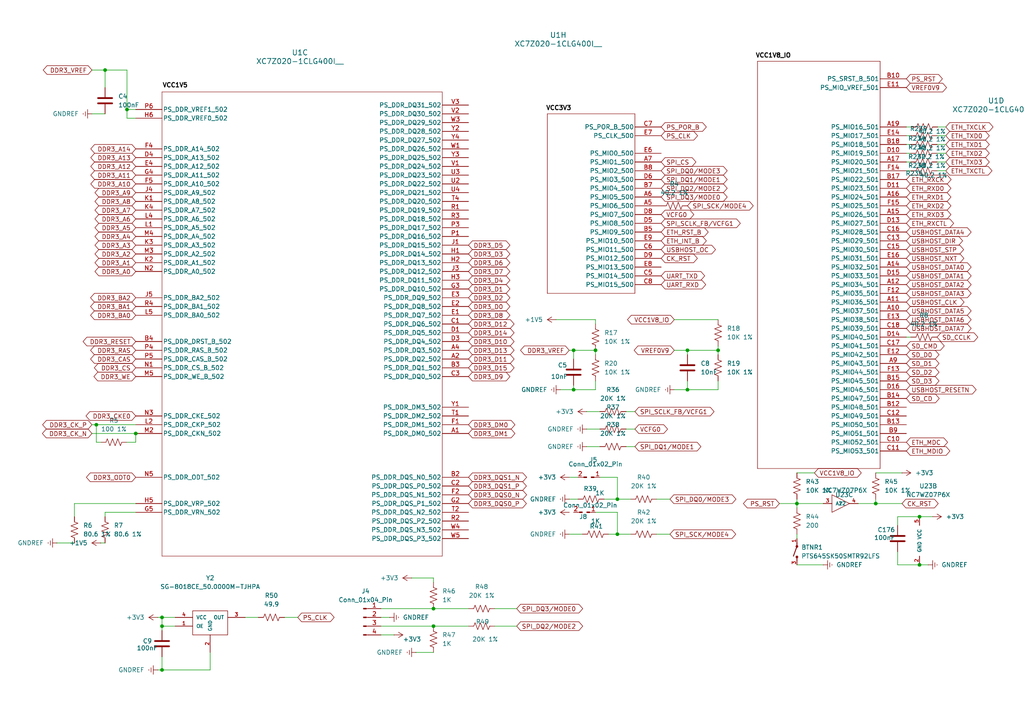
<source format=kicad_sch>
(kicad_sch (version 20231120) (generator "eeschema") (generator_version "8.0")
  (paper "A4")
  (lib_symbols
    (symbol "Conn_01x02_Pin_1" (pin_names (offset 1.016) hide)
      (property "Reference" "J5" (at 0.635 5.08 0))
      (property "Value" "Conn_01x02_Pin" (at 1.27 3.81 0))
      (symbol "Conn_01x02_Pin_1_1_1"
        (pin passive line (at 2.54 0 180) (length 1.27) (name "Pin_1") (number "1"))
        (pin passive line (at -3.81 0 0) (length 1.27) (name "Pin_2") (number "2"))
      )
    )
    (symbol "Connector:Conn_01x04_Pin" (pin_names (offset 1.016) hide)
      (property "Reference" "J" (at 0 5.08 0))
      (property "Value" "Conn_01x04_Pin" (at 0 -7.62 0))
      (symbol "Conn_01x04_Pin_1_1"
        (pin passive line (at 5.08 2.54 180) (length 3.81) (name "Pin_1") (number "1"))
        (pin passive line (at 5.08 0 180) (length 3.81) (name "Pin_2") (number "2"))
        (pin passive line (at 5.08 -2.54 180) (length 3.81) (name "Pin_3") (number "3"))
        (pin passive line (at 5.08 -5.08 180) (length 3.81) (name "Pin_4") (number "4"))
      )
    )
    (symbol "Device:C" (pin_numbers hide) (pin_names (offset 0.254))
      (property "Reference" "C" (at 0.635 2.54 0))
      (property "Value" "C" (at 0.635 -2.54 0))
      (symbol "C_1_1"
        (pin passive line (at 0 3.81 270) (length 2.794) (name "~") (number "1"))
        (pin passive line (at 0 -3.81 90) (length 2.794) (name "~") (number "2"))
      )
    )
    (symbol "Device:R_US" (pin_numbers hide) (pin_names (offset 0))
      (property "Reference" "R" (at 2.54 0 90))
      (property "Value" "R_US" (at -2.54 0 90))
      (symbol "R_US_1_1"
        (pin passive line (at 0 3.81 270) (length 1.27) (name "~") (number "1"))
        (pin passive line (at 0 -3.81 90) (length 1.27) (name "~") (number "2"))
      )
    )
    (symbol "NC7WZ07P6X:NC7WZ07P6X_modified" (pin_names (offset 1.016))
      (property "Reference" "U23" (at -2.54 7.62 0))
      (property "Value" "NC7WZ07P6X" (at -2.54 5.08 0))
      (symbol "NC7WZ07P6X_modified_1_1"
        (pin input line (at -7.62 0 0) (length 2.54) hide (name "A1") (number "1"))
        (pin output line (at 2.54 0 180) (length 2.54) hide (name "Y1") (number "6"))
      )
      (symbol "NC7WZ07P6X_modified_2_0"
        (pin passive line (at -5.08 -15.24 90) (length 2.54) (name "GND") (number "2"))
        (pin power_in line (at -5.08 -1.27 270) (length 2.54) (name "VCC") (number "5"))
      )
      (symbol "NC7WZ07P6X_modified_3_1"
        (pin input line (at -7.62 0 0) (length 2.54) (name "A2") (number "3"))
        (pin output line (at 2.54 0 180) (length 2.54) (name "Y2") (number "4"))
      )
    )
    (symbol "NC7WZ07P6X_modified_1" (pin_names (offset 1.016))
      (property "Reference" "U23" (at -2.54 7.62 0))
      (property "Value" "NC7WZ07P6X" (at -2.54 5.08 0))
      (symbol "NC7WZ07P6X_modified_1_1_1"
        (pin input line (at -7.62 0 0) (length 2.54) hide (name "A1") (number "1"))
        (pin output line (at 2.54 0 180) (length 2.54) hide (name "Y1") (number "6"))
      )
      (symbol "NC7WZ07P6X_modified_1_2_0"
        (pin passive line (at -5.08 -15.24 90) (length 2.54) (name "GND") (number "2"))
        (pin power_in line (at -5.08 -1.27 270) (length 2.54) (name "VCC") (number "5"))
      )
      (symbol "NC7WZ07P6X_modified_1_3_1"
        (pin input line (at -7.62 0 0) (length 2.54) (name "A2") (number "3"))
        (pin output line (at 2.54 0 180) (length 2.54) (name "Y2") (number "4"))
      )
    )
    (symbol "PTS645SK50SMTR92LFS_:PTS645SK50SMTR92LFS" (pin_names (offset 1.016))
      (property "Reference" "S" (at -4.5772 5.5944 0))
      (property "Value" "PTS645SK50SMTR92LFS" (at -5.0879 -7.3774 0))
      (symbol "PTS645SK50SMTR92LFS_1_0"
        (pin passive line (at 0 3.81 270) (length 1.27) (name "~") (number "1"))
        (pin passive line (at 7.62 2.54 180) (length 2.54) hide (name "~") (number "2"))
        (pin passive line (at 0 -3.81 90) (length 1.27) (name "~") (number "3"))
        (pin passive line (at 7.62 -2.54 180) (length 2.54) hide (name "~") (number "4"))
      )
    )
    (symbol "SG-8018CE_50.0000M-TJHPA:SG-8018CE_50.0000M-TJHPA" (pin_names (offset 1.016))
      (property "Reference" "Y2" (at 0 12.7 0))
      (property "Value" "SG-8018CE_50.0000M-TJHPA" (at 0 10.16 0))
      (symbol "SG-8018CE_50.0000M-TJHPA_0_0"
        (pin input line (at -10.16 -1.27 0) (length 5.08) (name "OE") (number "1"))
        (pin power_in line (at 0 -8.89 90) (length 5.08) (name "GND") (number "2"))
        (pin output line (at 10.16 1.27 180) (length 5.08) (name "OUT") (number "3"))
        (pin power_in line (at -10.16 1.27 0) (length 5.08) (name "VCC") (number "4"))
      )
    )
    (symbol "XC7Z020-1CLG400I___1" (pin_names (offset 0.254))
      (property "Reference" "U1" (at 47.625 16.51 0))
      (property "Value" "XC7Z020-1CLG400I__" (at 47.625 13.97 0))
      (symbol "XC7Z020-1CLG400I___1_1_1"
        (pin bidirectional line (at 58.42 38.1 180) (length 7.62) (name "IO_L2N_T0_AD8N_35") (number "A20"))
        (pin bidirectional line (at 58.42 40.64 180) (length 7.62) (name "IO_L2P_T0_AD8P_35") (number "B19"))
        (pin bidirectional line (at 58.42 43.18 180) (length 7.62) (name "IO_L1N_T0_AD0N_35") (number "B20"))
        (pin bidirectional line (at 58.42 45.72 180) (length 7.62) (name "IO_L1P_T0_AD0P_35") (number "C20"))
        (pin bidirectional line (at 58.42 33.02 180) (length 7.62) (name "IO_L3N_T0_DQS_AD1N_35") (number "D18"))
        (pin bidirectional line (at 58.42 27.94 180) (length 7.62) (name "IO_L4P_T0_35") (number "D19"))
        (pin bidirectional line (at 58.42 30.48 180) (length 7.62) (name "IO_L4N_T0_35") (number "D20"))
        (pin bidirectional line (at 58.42 35.56 180) (length 7.62) (name "IO_L3P_T0_DQS_AD1P_35") (number "E17"))
        (pin bidirectional line (at 58.42 22.86 180) (length 7.62) (name "IO_L5P_T0_AD9P_35") (number "E18"))
        (pin bidirectional line (at 58.42 25.4 180) (length 7.62) (name "IO_L5N_T0_AD9N_35") (number "E19"))
        (pin bidirectional line (at 58.42 20.32 180) (length 7.62) (name "IO_L6P_T0_35") (number "F16"))
        (pin bidirectional line (at 58.42 17.78 180) (length 7.62) (name "IO_L6N_T0_VREF_35") (number "F17"))
        (pin bidirectional line (at 58.42 -25.4 180) (length 7.62) (name "IO_L15P_T2_DQS_AD12P_35") (number "F19"))
        (pin bidirectional line (at 58.42 -27.94 180) (length 7.62) (name "IO_L15N_T2_DQS_AD12N_35") (number "F20"))
        (pin bidirectional line (at 58.42 48.26 180) (length 7.62) (name "IO_0_35") (number "G14"))
        (pin bidirectional line (at 58.42 -48.26 180) (length 7.62) (name "IO_L19N_T3_VREF_35") (number "G15"))
        (pin bidirectional line (at 58.42 -30.48 180) (length 7.62) (name "IO_L16P_T2_35") (number "G17"))
        (pin bidirectional line (at 58.42 -33.02 180) (length 7.62) (name "IO_L16N_T2_35") (number "G18"))
        (pin bidirectional line (at 58.42 -40.64 180) (length 7.62) (name "IO_L18P_T2_AD13P_35") (number "G19"))
        (pin bidirectional line (at 58.42 -43.18 180) (length 7.62) (name "IO_L18N_T2_AD13N_35") (number "G20"))
        (pin bidirectional line (at 58.42 -45.72 180) (length 7.62) (name "IO_L19P_T3_35") (number "H15"))
        (pin bidirectional line (at 58.42 -15.24 180) (length 7.62) (name "IO_L13P_T2_MRCC_35") (number "H16"))
        (pin bidirectional line (at 58.42 -17.78 180) (length 7.62) (name "IO_L13N_T2_MRCC_35") (number "H17"))
        (pin bidirectional line (at 58.42 -22.86 180) (length 7.62) (name "IO_L14N_T2_AD4N_SRCC_35") (number "H18"))
        (pin bidirectional line (at 58.42 -38.1 180) (length 7.62) (name "IO_L17N_T2_AD5N_35") (number "H20"))
        (pin bidirectional line (at 58.42 -53.34 180) (length 7.62) (name "IO_L20N_T3_AD6N_35") (number "J14"))
        (pin bidirectional line (at 58.42 -76.2 180) (length 7.62) (name "IO_25_35") (number "J15"))
        (pin bidirectional line (at 58.42 -73.66 180) (length 7.62) (name "IO_L24N_T3_AD15N_35") (number "J16"))
        (pin bidirectional line (at 58.42 -20.32 180) (length 7.62) (name "IO_L14P_T2_AD4P_SRCC_35") (number "J18"))
        (pin bidirectional line (at 58.42 -2.54 180) (length 7.62) (name "IO_L10N_T1_AD11N_35") (number "J19"))
        (pin bidirectional line (at 58.42 -35.56 180) (length 7.62) (name "IO_L17P_T2_AD5P_35") (number "J20"))
        (pin bidirectional line (at 58.42 -50.8 180) (length 7.62) (name "IO_L20P_T3_AD6P_35") (number "K14"))
        (pin bidirectional line (at 58.42 -71.12 180) (length 7.62) (name "IO_L24P_T3_AD15P_35") (number "K16"))
        (pin bidirectional line (at 58.42 -12.7 180) (length 7.62) (name "IO_L12P_T1_MRCC_35") (number "K17"))
        (pin bidirectional line (at 58.42 -10.16 180) (length 7.62) (name "IO_L12N_T1_MRCC_35") (number "K18"))
        (pin bidirectional line (at 58.42 0 180) (length 7.62) (name "IO_L10P_T1_AD11P_35") (number "K19"))
        (pin bidirectional line (at 58.42 -60.96 180) (length 7.62) (name "IO_L22P_T3_AD7P_35") (number "L14"))
        (pin bidirectional line (at 58.42 -63.5 180) (length 7.62) (name "IO_L22N_T3_AD7N_35") (number "L15"))
        (pin bidirectional line (at 58.42 -7.62 180) (length 7.62) (name "IO_L11P_T1_SRCC_35") (number "L16"))
        (pin bidirectional line (at 58.42 -5.08 180) (length 7.62) (name "IO_L11N_T1_SRCC_35") (number "L17"))
        (pin bidirectional line (at 58.42 5.08 180) (length 7.62) (name "IO_L9P_T1_DQS_AD3P_35") (number "L19"))
        (pin bidirectional line (at 58.42 2.54 180) (length 7.62) (name "IO_L9N_T1_DQS_AD3N_35") (number "L20"))
        (pin bidirectional line (at 58.42 -66.04 180) (length 7.62) (name "IO_L23P_T3_35") (number "M14"))
        (pin bidirectional line (at 58.42 -68.58 180) (length 7.62) (name "IO_L23N_T3_35") (number "M15"))
        (pin bidirectional line (at 58.42 10.16 180) (length 7.62) (name "IO_L8P_T1_AD10P_35") (number "M17"))
        (pin bidirectional line (at 58.42 7.62 180) (length 7.62) (name "IO_L8N_T1_AD10N_35") (number "M18"))
        (pin bidirectional line (at 58.42 15.24 180) (length 7.62) (name "IO_L7P_T1_AD2P_35") (number "M19"))
        (pin bidirectional line (at 58.42 12.7 180) (length 7.62) (name "IO_L7N_T1_AD2N_35") (number "M20"))
        (pin bidirectional line (at 58.42 -55.88 180) (length 7.62) (name "IO_L21P_T3_DQS_AD14P_35") (number "N15"))
        (pin bidirectional line (at 58.42 -58.42 180) (length 7.62) (name "IO_L21N_T3_DQS_AD14N_35") (number "N16"))
        (pin bidirectional line (at -35.56 -67.31 180) (length 7.62) (name "IO_L23P_T3_34") (number "N17"))
        (pin bidirectional line (at -35.56 -16.51 180) (length 7.62) (name "IO_L13P_T2_MRCC_34") (number "N18"))
        (pin bidirectional line (at -35.56 -21.59 180) (length 7.62) (name "IO_L14P_T2_SRCC_34") (number "N20"))
        (pin bidirectional line (at -35.56 19.05 180) (length 7.62) (name "IO_L6P_T0_34") (number "P14"))
        (pin bidirectional line (at -35.56 -72.39 180) (length 7.62) (name "IO_L24P_T3_34") (number "P15"))
        (pin bidirectional line (at -35.56 -74.93 180) (length 7.62) (name "IO_L24N_T3_34") (number "P16"))
        (pin bidirectional line (at -35.56 -69.85 180) (length 7.62) (name "IO_L23N_T3_34") (number "P18"))
        (pin bidirectional line (at -35.56 -19.05 180) (length 7.62) (name "IO_L13N_T2_MRCC_34") (number "P19"))
        (pin bidirectional line (at -35.56 -24.13 180) (length 7.62) (name "IO_L14N_T2_SRCC_34") (number "P20"))
        (pin bidirectional line (at -35.56 16.51 180) (length 7.62) (name "IO_L6N_T0_VREF_34") (number "R14"))
        (pin bidirectional line (at -35.56 -46.99 180) (length 7.62) (name "IO_L19P_T3_34") (number "R16"))
        (pin bidirectional line (at -35.56 -49.53 180) (length 7.62) (name "IO_L19N_T3_VREF_34") (number "R17"))
        (pin bidirectional line (at -35.56 -54.61 180) (length 7.62) (name "IO_L20N_T3_34") (number "R18"))
        (pin bidirectional line (at -35.56 46.99 180) (length 7.62) (name "IO_0_34") (number "R19"))
        (pin bidirectional line (at -35.56 41.91 180) (length 7.62) (name "IO_L1N_T0_34") (number "T10"))
        (pin bidirectional line (at -35.56 44.45 180) (length 7.62) (name "IO_L1P_T0_34") (number "T11"))
        (pin bidirectional line (at -35.56 39.37 180) (length 7.62) (name "IO_L2P_T0_34") (number "T12"))
        (pin bidirectional line (at -35.56 24.13 180) (length 7.62) (name "IO_L5P_T0_34") (number "T14"))
        (pin bidirectional line (at -35.56 21.59 180) (length 7.62) (name "IO_L5N_T0_34") (number "T15"))
        (pin bidirectional line (at -35.56 3.81 180) (length 7.62) (name "IO_L9P_T1_DQS_34") (number "T16"))
        (pin bidirectional line (at -35.56 -52.07 180) (length 7.62) (name "IO_L20P_T3_34") (number "T17"))
        (pin bidirectional line (at -35.56 -77.47 180) (length 7.62) (name "IO_25_34") (number "T19"))
        (pin bidirectional line (at -35.56 -26.67 180) (length 7.62) (name "IO_L15P_T2_DQS_34") (number "T20"))
        (pin bidirectional line (at -138.43 -20.32 180) (length 7.62) (name "IO_L19P_T3_13") (number "T5"))
        (pin bidirectional line (at -138.43 17.78 180) (length 7.62) (name "IO_L12P_T1_MRCC_13") (number "T9"))
        (pin bidirectional line (at -138.43 15.24 180) (length 7.62) (name "IO_L12N_T1_MRCC_13") (number "U10"))
        (pin bidirectional line (at -35.56 36.83 180) (length 7.62) (name "IO_L2N_T0_34") (number "U12"))
        (pin bidirectional line (at -35.56 34.29 180) (length 7.62) (name "IO_L3P_T0_DQS_PUDC_B_34") (number "U13"))
        (pin bidirectional line (at -35.56 -6.35 180) (length 7.62) (name "IO_L11P_T1_SRCC_34") (number "U14"))
        (pin bidirectional line (at -35.56 -8.89 180) (length 7.62) (name "IO_L11N_T1_SRCC_34") (number "U15"))
        (pin bidirectional line (at -35.56 1.27 180) (length 7.62) (name "IO_L9N_T1_DQS_34") (number "U17"))
        (pin bidirectional line (at -35.56 -11.43 180) (length 7.62) (name "IO_L12P_T1_MRCC_34") (number "U18"))
        (pin bidirectional line (at -35.56 -13.97 180) (length 7.62) (name "IO_L12N_T1_MRCC_34") (number "U19"))
        (pin bidirectional line (at -35.56 -29.21 180) (length 7.62) (name "IO_L15N_T2_DQS_34") (number "U20"))
        (pin bidirectional line (at -138.43 -22.86 180) (length 7.62) (name "IO_L19N_T3_VREF_13") (number "U5"))
        (pin bidirectional line (at -138.43 22.86 180) (length 7.62) (name "IO_L11P_T1_SRCC_13") (number "U7"))
        (pin bidirectional line (at -138.43 -11.43 180) (length 7.62) (name "IO_L17N_T2_13") (number "U8"))
        (pin bidirectional line (at -138.43 -8.89 180) (length 7.62) (name "IO_L17P_T2_13") (number "U9"))
        (pin bidirectional line (at -138.43 -33.02 180) (length 7.62) (name "IO_L21N_T3_DQS_13") (number "V10"))
        (pin bidirectional line (at -138.43 -30.48 180) (length 7.62) (name "IO_L21P_T3_DQS_13") (number "V11"))
        (pin bidirectional line (at -35.56 29.21 180) (length 7.62) (name "IO_L4P_T0_34") (number "V12"))
        (pin bidirectional line (at -35.56 31.75 180) (length 7.62) (name "IO_L3N_T0_DQS_34") (number "V13"))
        (pin bidirectional line (at -35.56 -1.27 180) (length 7.62) (name "IO_L10P_T1_34") (number "V15"))
        (pin bidirectional line (at -35.56 -41.91 180) (length 7.62) (name "IO_L18P_T2_34") (number "V16"))
        (pin bidirectional line (at -35.56 -57.15 180) (length 7.62) (name "IO_L21P_T3_DQS_34") (number "V17"))
        (pin bidirectional line (at -35.56 -59.69 180) (length 7.62) (name "IO_L21N_T3_DQS_34") (number "V18"))
        (pin bidirectional line (at -35.56 -31.75 180) (length 7.62) (name "IO_L16P_T2_34") (number "V20"))
        (pin bidirectional line (at -138.43 25.4 180) (length 7.62) (name "IO_L6N_T0_VREF_13") (number "V5"))
        (pin bidirectional line (at -138.43 -35.56 180) (length 7.62) (name "IO_L22P_T3_13") (number "V6"))
        (pin bidirectional line (at -138.43 20.32 180) (length 7.62) (name "IO_L11N_T1_SRCC_13") (number "V7"))
        (pin bidirectional line (at -138.43 -1.27 180) (length 7.62) (name "IO_L15P_T2_DQS_13") (number "V8"))
        (pin bidirectional line (at -138.43 -3.81 180) (length 7.62) (name "IO_L16P_T2_13") (number "W10"))
        (pin bidirectional line (at -138.43 -13.97 180) (length 7.62) (name "IO_L18P_T2_13") (number "W11"))
        (pin bidirectional line (at -35.56 26.67 180) (length 7.62) (name "IO_L4N_T0_34") (number "W13"))
        (pin bidirectional line (at -35.56 8.89 180) (length 7.62) (name "IO_L8P_T1_34") (number "W14"))
        (pin bidirectional line (at -35.56 -3.81 180) (length 7.62) (name "IO_L10N_T1_34") (number "W15"))
        (pin bidirectional line (at -35.56 -44.45 180) (length 7.62) (name "IO_L18N_T2_34") (number "W16"))
        (pin bidirectional line (at -35.56 -62.23 180) (length 7.62) (name "IO_L22P_T3_34") (number "W18"))
        (pin bidirectional line (at -35.56 -64.77 180) (length 7.62) (name "IO_L22N_T3_34") (number "W19"))
        (pin bidirectional line (at -35.56 -34.29 180) (length 7.62) (name "IO_L16N_T2_34") (number "W20"))
        (pin bidirectional line (at -138.43 -38.1 180) (length 7.62) (name "IO_L22N_T3_13") (number "W6"))
        (pin bidirectional line (at -138.43 1.27 180) (length 7.62) (name "IO_L15N_T2_DQS_13") (number "W8"))
        (pin bidirectional line (at -138.43 -6.35 180) (length 7.62) (name "IO_L16N_T2_13") (number "W9"))
        (pin bidirectional line (at -138.43 -16.51 180) (length 7.62) (name "IO_L18N_T2_13") (number "Y11"))
        (pin bidirectional line (at -138.43 -25.4 180) (length 7.62) (name "IO_L20P_T3_13") (number "Y12"))
        (pin bidirectional line (at -138.43 -27.94 180) (length 7.62) (name "IO_L20N_T3_13") (number "Y13"))
        (pin bidirectional line (at -35.56 6.35 180) (length 7.62) (name "IO_L8N_T1_34") (number "Y14"))
        (pin bidirectional line (at -35.56 13.97 180) (length 7.62) (name "IO_L7P_T1_34") (number "Y16"))
        (pin bidirectional line (at -35.56 11.43 180) (length 7.62) (name "IO_L7N_T1_34") (number "Y17"))
        (pin bidirectional line (at -35.56 -36.83 180) (length 7.62) (name "IO_L17P_T2_34") (number "Y18"))
        (pin bidirectional line (at -35.56 -39.37 180) (length 7.62) (name "IO_L17N_T2_34") (number "Y19"))
        (pin bidirectional line (at -138.43 8.89 180) (length 7.62) (name "IO_L13N_T2_MRCC_13") (number "Y6"))
        (pin bidirectional line (at -138.43 11.43 180) (length 7.62) (name "IO_L13P_T2_MRCC_13") (number "Y7"))
        (pin bidirectional line (at -138.43 3.81 180) (length 7.62) (name "IO_L14N_T2_SRCC_13") (number "Y8"))
        (pin bidirectional line (at -138.43 6.35 180) (length 7.62) (name "IO_L14P_T2_SRCC_13") (number "Y9"))
      )
      (symbol "XC7Z020-1CLG400I___1_3_1"
        (pin output line (at 96.52 -93.98 180) (length 7.62) (name "PS_DDR_DM0_502") (number "A1"))
        (pin bidirectional line (at 96.52 -72.39 180) (length 7.62) (name "PS_DDR_DQ2_502") (number "A2"))
        (pin bidirectional line (at 96.52 -69.85 180) (length 7.62) (name "PS_DDR_DQ3_502") (number "A4"))
        (pin bidirectional line (at 96.52 -106.68 180) (length 7.62) (name "PS_DDR_DQS_N0_502") (number "B2"))
        (pin bidirectional line (at 96.52 -74.93 180) (length 7.62) (name "PS_DDR_DQ1_502") (number "B3"))
        (pin output line (at 0 -67.31 0) (length 7.62) (name "PS_DDR_DRST_B_502") (number "B4"))
        (pin bidirectional line (at 96.52 -62.23 180) (length 7.62) (name "PS_DDR_DQ6_502") (number "C1"))
        (pin bidirectional line (at 96.52 -109.22 180) (length 7.62) (name "PS_DDR_DQS_P0_502") (number "C2"))
        (pin bidirectional line (at 96.52 -77.47 180) (length 7.62) (name "PS_DDR_DQ0_502") (number "C3"))
        (pin bidirectional line (at 96.52 -64.77 180) (length 7.62) (name "PS_DDR_DQ5_502") (number "D1"))
        (pin bidirectional line (at 96.52 -67.31 180) (length 7.62) (name "PS_DDR_DQ4_502") (number "D3"))
        (pin output line (at 0 -13.97 0) (length 7.62) (name "PS_DDR_A13_502") (number "D4"))
        (pin bidirectional line (at 96.52 -59.69 180) (length 7.62) (name "PS_DDR_DQ7_502") (number "E1"))
        (pin bidirectional line (at 96.52 -57.15 180) (length 7.62) (name "PS_DDR_DQ8_502") (number "E2"))
        (pin bidirectional line (at 96.52 -54.61 180) (length 7.62) (name "PS_DDR_DQ9_502") (number "E3"))
        (pin output line (at 0 -16.51 0) (length 7.62) (name "PS_DDR_A12_502") (number "E4"))
        (pin output line (at 96.52 -91.44 180) (length 7.62) (name "PS_DDR_DM1_502") (number "F1"))
        (pin bidirectional line (at 96.52 -111.76 180) (length 7.62) (name "PS_DDR_DQS_N1_502") (number "F2"))
        (pin output line (at 0 -11.43 0) (length 7.62) (name "PS_DDR_A14_502") (number "F4"))
        (pin output line (at 0 -21.59 0) (length 7.62) (name "PS_DDR_A10_502") (number "F5"))
        (pin bidirectional line (at 96.52 -114.3 180) (length 7.62) (name "PS_DDR_DQS_P1_502") (number "G2"))
        (pin bidirectional line (at 96.52 -52.07 180) (length 7.62) (name "PS_DDR_DQ10_502") (number "G3"))
        (pin output line (at 0 -19.05 0) (length 7.62) (name "PS_DDR_A11_502") (number "G4"))
        (pin output line (at 0 -116.84 0) (length 7.62) (name "PS_DDR_VRN_502") (number "G5"))
        (pin bidirectional line (at 96.52 -41.91 180) (length 7.62) (name "PS_DDR_DQ14_502") (number "H1"))
        (pin bidirectional line (at 96.52 -44.45 180) (length 7.62) (name "PS_DDR_DQ13_502") (number "H2"))
        (pin bidirectional line (at 96.52 -49.53 180) (length 7.62) (name "PS_DDR_DQ11_502") (number "H3"))
        (pin output line (at 0 -114.3 0) (length 7.62) (name "PS_DDR_VRP_502") (number "H5"))
        (pin power_in line (at 0 -2.54 0) (length 7.62) (name "PS_DDR_VREF0_502") (number "H6"))
        (pin bidirectional line (at 96.52 -39.37 180) (length 7.62) (name "PS_DDR_DQ15_502") (number "J1"))
        (pin bidirectional line (at 96.52 -46.99 180) (length 7.62) (name "PS_DDR_DQ12_502") (number "J3"))
        (pin output line (at 0 -24.13 0) (length 7.62) (name "PS_DDR_A9_502") (number "J4"))
        (pin output line (at 0 -54.61 0) (length 7.62) (name "PS_DDR_BA2_502") (number "J5"))
        (pin output line (at 0 -26.67 0) (length 7.62) (name "PS_DDR_A8_502") (number "K1"))
        (pin output line (at 0 -44.45 0) (length 7.62) (name "PS_DDR_A1_502") (number "K2"))
        (pin output line (at 0 -39.37 0) (length 7.62) (name "PS_DDR_A3_502") (number "K3"))
        (pin output line (at 0 -29.21 0) (length 7.62) (name "PS_DDR_A7_502") (number "K4"))
        (pin output line (at 0 -34.29 0) (length 7.62) (name "PS_DDR_A5_502") (number "L1"))
        (pin output line (at 0 -91.44 0) (length 7.62) (name "PS_DDR_CKP_502") (number "L2"))
        (pin output line (at 0 -31.75 0) (length 7.62) (name "PS_DDR_A6_502") (number "L4"))
        (pin output line (at 0 -59.69 0) (length 7.62) (name "PS_DDR_BA0_502") (number "L5"))
        (pin output line (at 0 -93.98 0) (length 7.62) (name "PS_DDR_CKN_502") (number "M2"))
        (pin output line (at 0 -41.91 0) (length 7.62) (name "PS_DDR_A2_502") (number "M3"))
        (pin output line (at 0 -36.83 0) (length 7.62) (name "PS_DDR_A4_502") (number "M4"))
        (pin output line (at 0 -77.47 0) (length 7.62) (name "PS_DDR_WE_B_502") (number "M5"))
        (pin output line (at 0 -74.93 0) (length 7.62) (name "PS_DDR_CS_B_502") (number "N1"))
        (pin output line (at 0 -46.99 0) (length 7.62) (name "PS_DDR_A0_502") (number "N2"))
        (pin output line (at 0 -88.9 0) (length 7.62) (name "PS_DDR_CKE_502") (number "N3"))
        (pin output line (at 0 -106.68 0) (length 7.62) (name "PS_DDR_ODT_502") (number "N5"))
        (pin bidirectional line (at 96.52 -36.83 180) (length 7.62) (name "PS_DDR_DQ16_502") (number "P1"))
        (pin bidirectional line (at 96.52 -34.29 180) (length 7.62) (name "PS_DDR_DQ17_502") (number "P3"))
        (pin output line (at 0 -69.85 0) (length 7.62) (name "PS_DDR_RAS_B_502") (number "P4"))
        (pin output line (at 0 -72.39 0) (length 7.62) (name "PS_DDR_CAS_B_502") (number "P5"))
        (pin power_in line (at 0 0 0) (length 7.62) (name "PS_DDR_VREF1_502") (number "P6"))
        (pin bidirectional line (at 96.52 -29.21 180) (length 7.62) (name "PS_DDR_DQ19_502") (number "R1"))
        (pin bidirectional line (at 96.52 -119.38 180) (length 7.62) (name "PS_DDR_DQS_P2_502") (number "R2"))
        (pin bidirectional line (at 96.52 -31.75 180) (length 7.62) (name "PS_DDR_DQ18_502") (number "R3"))
        (pin output line (at 0 -57.15 0) (length 7.62) (name "PS_DDR_BA1_502") (number "R4"))
        (pin output line (at 96.52 -88.9 180) (length 7.62) (name "PS_DDR_DM2_502") (number "T1"))
        (pin bidirectional line (at 96.52 -116.84 180) (length 7.62) (name "PS_DDR_DQS_N2_502") (number "T2"))
        (pin bidirectional line (at 96.52 -26.67 180) (length 7.62) (name "PS_DDR_DQ20_502") (number "T4"))
        (pin bidirectional line (at 96.52 -21.59 180) (length 7.62) (name "PS_DDR_DQ22_502") (number "U2"))
        (pin bidirectional line (at 96.52 -19.05 180) (length 7.62) (name "PS_DDR_DQ23_502") (number "U3"))
        (pin bidirectional line (at 96.52 -24.13 180) (length 7.62) (name "PS_DDR_DQ21_502") (number "U4"))
        (pin bidirectional line (at 96.52 -16.51 180) (length 7.62) (name "PS_DDR_DQ24_502") (number "V1"))
        (pin bidirectional line (at 96.52 -1.27 180) (length 7.62) (name "PS_DDR_DQ30_502") (number "V2"))
        (pin bidirectional line (at 96.52 1.27 180) (length 7.62) (name "PS_DDR_DQ31_502") (number "V3"))
        (pin bidirectional line (at 96.52 -11.43 180) (length 7.62) (name "PS_DDR_DQ26_502") (number "W1"))
        (pin bidirectional line (at 96.52 -3.81 180) (length 7.62) (name "PS_DDR_DQ29_502") (number "W3"))
        (pin bidirectional line (at 96.52 -121.92 180) (length 7.62) (name "PS_DDR_DQS_N3_502") (number "W4"))
        (pin bidirectional line (at 96.52 -124.46 180) (length 7.62) (name "PS_DDR_DQS_P3_502") (number "W5"))
        (pin output line (at 96.52 -86.36 180) (length 7.62) (name "PS_DDR_DM3_502") (number "Y1"))
        (pin bidirectional line (at 96.52 -6.35 180) (length 7.62) (name "PS_DDR_DQ28_502") (number "Y2"))
        (pin bidirectional line (at 96.52 -13.97 180) (length 7.62) (name "PS_DDR_DQ25_502") (number "Y3"))
        (pin bidirectional line (at 96.52 -8.89 180) (length 7.62) (name "PS_DDR_DQ27_502") (number "Y4"))
      )
      (symbol "XC7Z020-1CLG400I___1_4_1"
        (pin bidirectional line (at 21.59 -44.45 180) (length 7.62) (name "PS_MIO37_501") (number "A10"))
        (pin bidirectional line (at 21.59 -41.91 180) (length 7.62) (name "PS_MIO36_501") (number "A11"))
        (pin bidirectional line (at 21.59 -36.83 180) (length 7.62) (name "PS_MIO34_501") (number "A12"))
        (pin bidirectional line (at 21.59 -31.75 180) (length 7.62) (name "PS_MIO32_501") (number "A14"))
        (pin bidirectional line (at 21.59 -16.51 180) (length 7.62) (name "PS_MIO26_501") (number "A15"))
        (pin bidirectional line (at 21.59 -11.43 180) (length 7.62) (name "PS_MIO24_501") (number "A16"))
        (pin bidirectional line (at 21.59 -1.27 180) (length 7.62) (name "PS_MIO20_501") (number "A17"))
        (pin bidirectional line (at 21.59 8.89 180) (length 7.62) (name "PS_MIO16_501") (number "A19"))
        (pin bidirectional line (at 21.59 -59.69 180) (length 7.62) (name "PS_MIO43_501") (number "A9"))
        (pin input line (at 21.59 22.86 180) (length 7.62) (name "PS_SRST_B_501") (number "B10"))
        (pin bidirectional line (at 21.59 -72.39 180) (length 7.62) (name "PS_MIO48_501") (number "B12"))
        (pin bidirectional line (at 21.59 -77.47 180) (length 7.62) (name "PS_MIO50_501") (number "B13"))
        (pin bidirectional line (at 21.59 -69.85 180) (length 7.62) (name "PS_MIO47_501") (number "B14"))
        (pin bidirectional line (at 21.59 -64.77 180) (length 7.62) (name "PS_MIO45_501") (number "B15"))
        (pin bidirectional line (at 21.59 -6.35 180) (length 7.62) (name "PS_MIO22_501") (number "B17"))
        (pin bidirectional line (at 21.59 3.81 180) (length 7.62) (name "PS_MIO18_501") (number "B18"))
        (pin bidirectional line (at 21.59 -80.01 180) (length 7.62) (name "PS_MIO51_501") (number "B9"))
        (pin bidirectional line (at 21.59 -82.55 180) (length 7.62) (name "PS_MIO52_501") (number "C10"))
        (pin bidirectional line (at 21.59 -85.09 180) (length 7.62) (name "PS_MIO53_501") (number "C11"))
        (pin bidirectional line (at 21.59 -74.93 180) (length 7.62) (name "PS_MIO49_501") (number "C12"))
        (pin bidirectional line (at 21.59 -24.13 180) (length 7.62) (name "PS_MIO29_501") (number "C13"))
        (pin bidirectional line (at 21.59 -26.67 180) (length 7.62) (name "PS_MIO30_501") (number "C15"))
        (pin bidirectional line (at 21.59 -21.59 180) (length 7.62) (name "PS_MIO28_501") (number "C16"))
        (pin bidirectional line (at 21.59 -54.61 180) (length 7.62) (name "PS_MIO41_501") (number "C17"))
        (pin bidirectional line (at 21.59 -49.53 180) (length 7.62) (name "PS_MIO39_501") (number "C18"))
        (pin bidirectional line (at 21.59 1.27 180) (length 7.62) (name "PS_MIO19_501") (number "D10"))
        (pin bidirectional line (at 21.59 -8.89 180) (length 7.62) (name "PS_MIO23_501") (number "D11"))
        (pin bidirectional line (at 21.59 -19.05 180) (length 7.62) (name "PS_MIO27_501") (number "D13"))
        (pin bidirectional line (at 21.59 -52.07 180) (length 7.62) (name "PS_MIO40_501") (number "D14"))
        (pin bidirectional line (at 21.59 -34.29 180) (length 7.62) (name "PS_MIO33_501") (number "D15"))
        (pin bidirectional line (at 21.59 -67.31 180) (length 7.62) (name "PS_MIO46_501") (number "D16"))
        (pin power_in line (at 21.59 20.32 180) (length 7.62) (name "PS_MIO_VREF_501") (number "E11"))
        (pin bidirectional line (at 21.59 -57.15 180) (length 7.62) (name "PS_MIO42_501") (number "E12"))
        (pin bidirectional line (at 21.59 -46.99 180) (length 7.62) (name "PS_MIO38_501") (number "E13"))
        (pin bidirectional line (at 21.59 6.35 180) (length 7.62) (name "PS_MIO17_501") (number "E14"))
        (pin bidirectional line (at 21.59 -29.21 180) (length 7.62) (name "PS_MIO31_501") (number "E16"))
        (pin bidirectional line (at 21.59 -39.37 180) (length 7.62) (name "PS_MIO35_501") (number "F12"))
        (pin bidirectional line (at 21.59 -62.23 180) (length 7.62) (name "PS_MIO44_501") (number "F13"))
        (pin bidirectional line (at 21.59 -3.81 180) (length 7.62) (name "PS_MIO21_501") (number "F14"))
        (pin bidirectional line (at 21.59 -13.97 180) (length 7.62) (name "PS_MIO25_501") (number "F15"))
      )
      (symbol "XC7Z020-1CLG400I___1_5_1"
        (pin power_out line (at 60.96 -38.1 180) (length 7.62) (name "RSVDGND") (number "F10"))
        (pin output line (at 60.96 3.81 180) (length 7.62) (name "TDO_0") (number "F6"))
        (pin input line (at 60.96 1.27 180) (length 7.62) (name "TCK_0") (number "F9"))
        (pin input line (at 60.96 6.35 180) (length 7.62) (name "TDI_0") (number "G6"))
        (pin power_out line (at 0 -35.56 0) (length 7.62) (name "GNDADC_0") (number "J10"))
        (pin input line (at 60.96 -1.27 180) (length 7.62) (name "TMS_0") (number "J6"))
        (pin power_in line (at 0 -33.02 0) (length 7.62) (name "VCCADC_0") (number "J9"))
        (pin power_in line (at 0 -8.89 0) (length 7.62) (name "VREFN_0") (number "K10"))
        (pin input line (at 0 -16.51 0) (length 7.62) (name "VP_0") (number "K9"))
        (pin input line (at 0 -19.05 0) (length 7.62) (name "VN_0") (number "L10"))
        (pin input line (at 60.96 -16.51 180) (length 7.62) (name "PROGRAM_B_0") (number "L6"))
        (pin power_in line (at 0 -6.35 0) (length 7.62) (name "VREFP_0") (number "L9"))
        (pin unspecified line (at 0 1.27 0) (length 7.62) (name "DXN_0") (number "M10"))
        (pin input line (at 0 -27.94 0) (length 7.62) (name "CFGBVS_0") (number "M6"))
        (pin unspecified line (at 0 3.81 0) (length 7.62) (name "DXP_0") (number "M9"))
        (pin power_in line (at 60.96 -30.48 180) (length 7.62) (name "RSVDVCC3") (number "N6"))
        (pin bidirectional line (at 60.96 -19.05 180) (length 7.62) (name "INIT_B_0") (number "R10"))
        (pin bidirectional line (at 60.96 -13.97 180) (length 7.62) (name "DONE_0") (number "R11"))
        (pin power_in line (at 60.96 -33.02 180) (length 7.62) (name "RSVDVCC2") (number "R6"))
        (pin power_in line (at 60.96 -35.56 180) (length 7.62) (name "RSVDVCC1") (number "T6"))
      )
      (symbol "XC7Z020-1CLG400I___1_6_1"
        (pin power_in line (at 0 -46.99 0) (length 7.62) (name "VCCO_MIO1_501") (number "A13"))
        (pin power_in line (at 0 1.27 0) (length 7.62) (name "VCCO_DDR_502") (number "A3"))
        (pin power_in line (at 0 -49.53 0) (length 7.62) (name "VCCO_MIO1_501") (number "B16"))
        (pin power_in line (at 0 -38.1 0) (length 7.62) (name "VCCO_MIO0_500") (number "B6"))
        (pin power_in line (at 50.8 -34.29 180) (length 7.62) (name "VCCO_35") (number "C19"))
        (pin power_in line (at 0 -52.07 0) (length 7.62) (name "VCCO_MIO1_501") (number "D12"))
        (pin power_in line (at 0 -1.27 0) (length 7.62) (name "VCCO_DDR_502") (number "D2"))
        (pin power_in line (at 0 -40.64 0) (length 7.62) (name "VCCO_MIO0_500") (number "D7"))
        (pin power_in line (at 0 -54.61 0) (length 7.62) (name "VCCO_MIO1_501") (number "E15"))
        (pin power_in line (at 0 -3.81 0) (length 7.62) (name "VCCO_DDR_502") (number "E5"))
        (pin power_in line (at 50.8 -111.76 180) (length 7.62) (name "VCCBATT_0") (number "F11"))
        (pin power_in line (at 50.8 -36.83 180) (length 7.62) (name "VCCO_35") (number "F18"))
        (pin power_in line (at 0 -83.82 0) (length 7.62) (name "VCCPAUX") (number "F8"))
        (pin power_in line (at 0 -6.35 0) (length 7.62) (name "VCCO_DDR_502") (number "G1"))
        (pin power_in line (at 0 -30.48 0) (length 7.62) (name "VCCBRAM") (number "G11"))
        (pin power_in line (at 50.8 -96.52 180) (length 7.62) (name "VCCINT") (number "G13"))
        (pin power_in line (at 0 -62.23 0) (length 7.62) (name "VCCPINT") (number "G7"))
        (pin power_in line (at 0 -111.76 0) (length 7.62) (name "VCCPLL") (number "G8"))
        (pin power_in line (at 0 -86.36 0) (length 7.62) (name "VCCPAUX") (number "G9"))
        (pin power_in line (at 0 -33.02 0) (length 7.62) (name "VCCBRAM") (number "H10"))
        (pin power_in line (at 50.8 -93.98 180) (length 7.62) (name "VCCINT") (number "H12"))
        (pin power_in line (at 50.8 -39.37 180) (length 7.62) (name "VCCO_35") (number "H14"))
        (pin power_in line (at 0 -8.89 0) (length 7.62) (name "VCCO_DDR_502") (number "H4"))
        (pin power_in line (at 0 -88.9 0) (length 7.62) (name "VCCPAUX") (number "H8"))
        (pin power_in line (at 50.8 -62.23 180) (length 7.62) (name "VCCAUX") (number "J11"))
        (pin power_in line (at 50.8 -91.44 180) (length 7.62) (name "VCCINT") (number "J13"))
        (pin power_in line (at 50.8 -41.91 180) (length 7.62) (name "VCCO_35") (number "J17"))
        (pin power_in line (at 0 -64.77 0) (length 7.62) (name "VCCPINT") (number "J7"))
        (pin power_in line (at 50.8 -88.9 180) (length 7.62) (name "VCCINT") (number "K12"))
        (pin power_in line (at 50.8 -44.45 180) (length 7.62) (name "VCCO_35") (number "K20"))
        (pin power_in line (at 50.8 1.27 180) (length 7.62) (name "VCCO_0") (number "K6"))
        (pin power_in line (at 0 -91.44 0) (length 7.62) (name "VCCPAUX") (number "K8"))
        (pin power_in line (at 50.8 -64.77 180) (length 7.62) (name "VCCAUX") (number "L11"))
        (pin power_in line (at 50.8 -86.36 180) (length 7.62) (name "VCCINT") (number "L13"))
        (pin power_in line (at 0 -11.43 0) (length 7.62) (name "VCCO_DDR_502") (number "L3"))
        (pin power_in line (at 0 -67.31 0) (length 7.62) (name "VCCPINT") (number "L7"))
        (pin power_in line (at 50.8 -83.82 180) (length 7.62) (name "VCCINT") (number "M12"))
        (pin power_in line (at 50.8 -46.99 180) (length 7.62) (name "VCCO_35") (number "M16"))
        (pin power_in line (at 0 -93.98 0) (length 7.62) (name "VCCPAUX") (number "M8"))
        (pin power_in line (at 50.8 -67.31 180) (length 7.62) (name "VCCAUX") (number "N11"))
        (pin power_in line (at 50.8 -81.28 180) (length 7.62) (name "VCCINT") (number "N13"))
        (pin power_in line (at 50.8 -16.51 180) (length 7.62) (name "VCCO_34") (number "N19"))
        (pin power_in line (at 0 -69.85 0) (length 7.62) (name "VCCPINT") (number "N7"))
        (pin power_in line (at 50.8 -57.15 180) (length 7.62) (name "VCCAUX") (number "N9"))
        (pin power_in line (at 50.8 -69.85 180) (length 7.62) (name "VCCAUX") (number "P10"))
        (pin power_in line (at 50.8 -78.74 180) (length 7.62) (name "VCCINT") (number "P12"))
        (pin power_in line (at 0 -13.97 0) (length 7.62) (name "VCCO_DDR_502") (number "P2"))
        (pin power_in line (at 0 -72.39 0) (length 7.62) (name "VCCPINT") (number "P8"))
        (pin power_in line (at 50.8 -76.2 180) (length 7.62) (name "VCCINT") (number "R13"))
        (pin power_in line (at 50.8 -19.05 180) (length 7.62) (name "VCCO_34") (number "R15"))
        (pin power_in line (at 0 -16.51 0) (length 7.62) (name "VCCO_DDR_502") (number "R5"))
        (pin power_in line (at 0 -74.93 0) (length 7.62) (name "VCCPINT") (number "R7"))
        (pin power_in line (at 50.8 -59.69 180) (length 7.62) (name "VCCAUX") (number "R9"))
        (pin power_in line (at 50.8 -21.59 180) (length 7.62) (name "VCCO_34") (number "T18"))
        (pin power_in line (at 50.8 -3.81 180) (length 7.62) (name "VCCO_13") (number "T8"))
        (pin power_in line (at 0 -19.05 0) (length 7.62) (name "VCCO_DDR_502") (number "U1"))
        (pin power_in line (at 50.8 -8.89 180) (length 7.62) (name "VCCO_13") (number "U11"))
        (pin power_in line (at 50.8 -24.13 180) (length 7.62) (name "VCCO_34") (number "V14"))
        (pin power_in line (at 0 -21.59 0) (length 7.62) (name "VCCO_DDR_502") (number "V4"))
        (pin power_in line (at 50.8 -26.67 180) (length 7.62) (name "VCCO_34") (number "W17"))
        (pin power_in line (at 50.8 -6.35 180) (length 7.62) (name "VCCO_13") (number "W7"))
        (pin power_in line (at 50.8 -11.43 180) (length 7.62) (name "VCCO_13") (number "Y10"))
        (pin power_in line (at 50.8 -29.21 180) (length 7.62) (name "VCCO_34") (number "Y20"))
      )
      (symbol "XC7Z020-1CLG400I___1_7_1"
        (pin power_out line (at 0 -64.77 0) (length 7.62) (name "GND") (number "A18"))
        (pin power_out line (at 0 1.27 0) (length 7.62) (name "GND") (number "A8"))
        (pin power_out line (at 0 -1.27 0) (length 7.62) (name "GND") (number "B1"))
        (pin power_out line (at 0 -67.31 0) (length 7.62) (name "GND") (number "B11"))
        (pin power_out line (at 0 -69.85 0) (length 7.62) (name "GND") (number "C14"))
        (pin power_out line (at 0 -3.81 0) (length 7.62) (name "GND") (number "C4"))
        (pin power_out line (at 0 -6.35 0) (length 7.62) (name "GND") (number "C9"))
        (pin power_out line (at 0 -69.85 0) (length 7.62) (name "GND") (number "D17"))
        (pin power_out line (at 40.64 -54.61 180) (length 7.62) (name "GND") (number "E10"))
        (pin power_out line (at 40.64 -52.07 180) (length 7.62) (name "GND") (number "E20"))
        (pin power_out line (at 0 -8.89 0) (length 7.62) (name "GND") (number "F3"))
        (pin power_out line (at 0 -11.43 0) (length 7.62) (name "GND") (number "F7"))
        (pin power_out line (at 40.64 -49.53 180) (length 7.62) (name "GND") (number "G10"))
        (pin power_out line (at 40.64 -46.99 180) (length 7.62) (name "GND") (number "G12"))
        (pin power_out line (at 40.64 -44.45 180) (length 7.62) (name "GND") (number "G16"))
        (pin power_out line (at 40.64 -41.91 180) (length 7.62) (name "GND") (number "H11"))
        (pin power_out line (at 40.64 -39.37 180) (length 7.62) (name "GND") (number "H13"))
        (pin power_out line (at 40.64 -36.83 180) (length 7.62) (name "GND") (number "H19"))
        (pin power_out line (at 0 -13.97 0) (length 7.62) (name "GND") (number "H7"))
        (pin power_out line (at 0 -16.51 0) (length 7.62) (name "GND") (number "H9"))
        (pin power_out line (at 40.64 -34.29 180) (length 7.62) (name "GND") (number "J12"))
        (pin power_out line (at 0 -19.05 0) (length 7.62) (name "GND") (number "J2"))
        (pin power_out line (at 0 -21.59 0) (length 7.62) (name "GND") (number "J8"))
        (pin power_out line (at 40.64 -31.75 180) (length 7.62) (name "GND") (number "K11"))
        (pin power_out line (at 40.64 -29.21 180) (length 7.62) (name "GND") (number "K13"))
        (pin power_out line (at 40.64 -26.67 180) (length 7.62) (name "GND") (number "K15"))
        (pin power_out line (at 0 -24.13 0) (length 7.62) (name "GND") (number "K5"))
        (pin power_out line (at 0 -26.67 0) (length 7.62) (name "GND") (number "K7"))
        (pin power_out line (at 40.64 -24.13 180) (length 7.62) (name "GND") (number "L12"))
        (pin power_out line (at 40.64 -21.59 180) (length 7.62) (name "GND") (number "L18"))
        (pin power_out line (at 0 -29.21 0) (length 7.62) (name "GND") (number "L8"))
        (pin power_out line (at 0 -31.75 0) (length 7.62) (name "GND") (number "M1"))
        (pin power_out line (at 40.64 -19.05 180) (length 7.62) (name "GND") (number "M11"))
        (pin power_out line (at 40.64 -16.51 180) (length 7.62) (name "GND") (number "M13"))
        (pin power_out line (at 0 -34.29 0) (length 7.62) (name "GND") (number "M7"))
        (pin power_out line (at 40.64 -13.97 180) (length 7.62) (name "GND") (number "N10"))
        (pin power_out line (at 40.64 -11.43 180) (length 7.62) (name "GND") (number "N12"))
        (pin power_out line (at 40.64 -8.89 180) (length 7.62) (name "GND") (number "N14"))
        (pin power_out line (at 0 -36.83 0) (length 7.62) (name "GND") (number "N4"))
        (pin power_out line (at 0 -39.37 0) (length 7.62) (name "GND") (number "N8"))
        (pin power_out line (at 40.64 -6.35 180) (length 7.62) (name "GND") (number "P11"))
        (pin power_out line (at 40.64 -3.81 180) (length 7.62) (name "GND") (number "P13"))
        (pin power_out line (at 40.64 -1.27 180) (length 7.62) (name "GND") (number "P17"))
        (pin power_out line (at 0 -41.91 0) (length 7.62) (name "GND") (number "P7"))
        (pin power_out line (at 0 -44.45 0) (length 7.62) (name "GND") (number "P9"))
        (pin power_out line (at 40.64 1.27 180) (length 7.62) (name "GND") (number "R12"))
        (pin power_out line (at 40.64 -69.85 180) (length 7.62) (name "GND") (number "R20"))
        (pin power_out line (at 0 -46.99 0) (length 7.62) (name "GND") (number "R8"))
        (pin power_out line (at 40.64 -67.31 180) (length 7.62) (name "GND") (number "T13"))
        (pin power_out line (at 0 -49.53 0) (length 7.62) (name "GND") (number "T3"))
        (pin power_out line (at 0 -52.07 0) (length 7.62) (name "GND") (number "T7"))
        (pin power_out line (at 40.64 -64.77 180) (length 7.62) (name "GND") (number "U16"))
        (pin power_out line (at 0 -54.61 0) (length 7.62) (name "GND") (number "U6"))
        (pin power_out line (at 40.64 -62.23 180) (length 7.62) (name "GND") (number "V19"))
        (pin power_out line (at 0 -57.15 0) (length 7.62) (name "GND") (number "V9"))
        (pin power_out line (at 40.64 -59.69 180) (length 7.62) (name "GND") (number "W12"))
        (pin power_out line (at 0 -59.69 0) (length 7.62) (name "GND") (number "W2"))
        (pin power_out line (at 40.64 -57.15 180) (length 7.62) (name "GND") (number "Y15"))
        (pin power_out line (at 0 -62.23 0) (length 7.62) (name "GND") (number "Y5"))
      )
      (symbol "XC7Z020-1CLG400I___1_8_1"
        (pin bidirectional line (at 77.47 -33.02 180) (length 7.62) (name "PS_MIO6_500") (number "A5"))
        (pin bidirectional line (at 77.47 -30.48 180) (length 7.62) (name "PS_MIO5_500") (number "A6"))
        (pin bidirectional line (at 77.47 -20.32 180) (length 7.62) (name "PS_MIO1_500") (number "A7"))
        (pin bidirectional line (at 77.47 -40.64 180) (length 7.62) (name "PS_MIO9_500") (number "B5"))
        (pin bidirectional line (at 77.47 -27.94 180) (length 7.62) (name "PS_MIO4_500") (number "B7"))
        (pin bidirectional line (at 77.47 -22.86 180) (length 7.62) (name "PS_MIO2_500") (number "B8"))
        (pin bidirectional line (at 77.47 -53.34 180) (length 7.62) (name "PS_MIO14_500") (number "C5"))
        (pin bidirectional line (at 77.47 -45.72 180) (length 7.62) (name "PS_MIO11_500") (number "C6"))
        (pin input line (at 77.47 -10.16 180) (length 7.62) (name "PS_POR_B_500") (number "C7"))
        (pin bidirectional line (at 77.47 -55.88 180) (length 7.62) (name "PS_MIO15_500") (number "C8"))
        (pin bidirectional line (at 77.47 -38.1 180) (length 7.62) (name "PS_MIO8_500") (number "D5"))
        (pin bidirectional line (at 77.47 -25.4 180) (length 7.62) (name "PS_MIO3_500") (number "D6"))
        (pin bidirectional line (at 77.47 -35.56 180) (length 7.62) (name "PS_MIO7_500") (number "D8"))
        (pin bidirectional line (at 77.47 -48.26 180) (length 7.62) (name "PS_MIO12_500") (number "D9"))
        (pin bidirectional line (at 77.47 -17.78 180) (length 7.62) (name "PS_MIO0_500") (number "E6"))
        (pin input line (at 77.47 -12.7 180) (length 7.62) (name "PS_CLK_500") (number "E7"))
        (pin bidirectional line (at 77.47 -50.8 180) (length 7.62) (name "PS_MIO13_500") (number "E8"))
        (pin bidirectional line (at 77.47 -43.18 180) (length 7.62) (name "PS_MIO10_500") (number "E9"))
      )
    )
    (symbol "XC7Z020-1CLG400I___2" (pin_names (offset 0.254))
      (property "Reference" "U1" (at 47.625 16.51 0))
      (property "Value" "XC7Z020-1CLG400I__" (at 47.625 13.97 0))
      (symbol "XC7Z020-1CLG400I___2_1_1"
        (pin bidirectional line (at 58.42 38.1 180) (length 7.62) (name "IO_L2N_T0_AD8N_35") (number "A20"))
        (pin bidirectional line (at 58.42 40.64 180) (length 7.62) (name "IO_L2P_T0_AD8P_35") (number "B19"))
        (pin bidirectional line (at 58.42 43.18 180) (length 7.62) (name "IO_L1N_T0_AD0N_35") (number "B20"))
        (pin bidirectional line (at 58.42 45.72 180) (length 7.62) (name "IO_L1P_T0_AD0P_35") (number "C20"))
        (pin bidirectional line (at 58.42 33.02 180) (length 7.62) (name "IO_L3N_T0_DQS_AD1N_35") (number "D18"))
        (pin bidirectional line (at 58.42 27.94 180) (length 7.62) (name "IO_L4P_T0_35") (number "D19"))
        (pin bidirectional line (at 58.42 30.48 180) (length 7.62) (name "IO_L4N_T0_35") (number "D20"))
        (pin bidirectional line (at 58.42 35.56 180) (length 7.62) (name "IO_L3P_T0_DQS_AD1P_35") (number "E17"))
        (pin bidirectional line (at 58.42 22.86 180) (length 7.62) (name "IO_L5P_T0_AD9P_35") (number "E18"))
        (pin bidirectional line (at 58.42 25.4 180) (length 7.62) (name "IO_L5N_T0_AD9N_35") (number "E19"))
        (pin bidirectional line (at 58.42 20.32 180) (length 7.62) (name "IO_L6P_T0_35") (number "F16"))
        (pin bidirectional line (at 58.42 17.78 180) (length 7.62) (name "IO_L6N_T0_VREF_35") (number "F17"))
        (pin bidirectional line (at 58.42 -25.4 180) (length 7.62) (name "IO_L15P_T2_DQS_AD12P_35") (number "F19"))
        (pin bidirectional line (at 58.42 -27.94 180) (length 7.62) (name "IO_L15N_T2_DQS_AD12N_35") (number "F20"))
        (pin bidirectional line (at 58.42 48.26 180) (length 7.62) (name "IO_0_35") (number "G14"))
        (pin bidirectional line (at 58.42 -48.26 180) (length 7.62) (name "IO_L19N_T3_VREF_35") (number "G15"))
        (pin bidirectional line (at 58.42 -30.48 180) (length 7.62) (name "IO_L16P_T2_35") (number "G17"))
        (pin bidirectional line (at 58.42 -33.02 180) (length 7.62) (name "IO_L16N_T2_35") (number "G18"))
        (pin bidirectional line (at 58.42 -40.64 180) (length 7.62) (name "IO_L18P_T2_AD13P_35") (number "G19"))
        (pin bidirectional line (at 58.42 -43.18 180) (length 7.62) (name "IO_L18N_T2_AD13N_35") (number "G20"))
        (pin bidirectional line (at 58.42 -45.72 180) (length 7.62) (name "IO_L19P_T3_35") (number "H15"))
        (pin bidirectional line (at 58.42 -15.24 180) (length 7.62) (name "IO_L13P_T2_MRCC_35") (number "H16"))
        (pin bidirectional line (at 58.42 -17.78 180) (length 7.62) (name "IO_L13N_T2_MRCC_35") (number "H17"))
        (pin bidirectional line (at 58.42 -22.86 180) (length 7.62) (name "IO_L14N_T2_AD4N_SRCC_35") (number "H18"))
        (pin bidirectional line (at 58.42 -38.1 180) (length 7.62) (name "IO_L17N_T2_AD5N_35") (number "H20"))
        (pin bidirectional line (at 58.42 -53.34 180) (length 7.62) (name "IO_L20N_T3_AD6N_35") (number "J14"))
        (pin bidirectional line (at 58.42 -76.2 180) (length 7.62) (name "IO_25_35") (number "J15"))
        (pin bidirectional line (at 58.42 -73.66 180) (length 7.62) (name "IO_L24N_T3_AD15N_35") (number "J16"))
        (pin bidirectional line (at 58.42 -20.32 180) (length 7.62) (name "IO_L14P_T2_AD4P_SRCC_35") (number "J18"))
        (pin bidirectional line (at 58.42 -2.54 180) (length 7.62) (name "IO_L10N_T1_AD11N_35") (number "J19"))
        (pin bidirectional line (at 58.42 -35.56 180) (length 7.62) (name "IO_L17P_T2_AD5P_35") (number "J20"))
        (pin bidirectional line (at 58.42 -50.8 180) (length 7.62) (name "IO_L20P_T3_AD6P_35") (number "K14"))
        (pin bidirectional line (at 58.42 -71.12 180) (length 7.62) (name "IO_L24P_T3_AD15P_35") (number "K16"))
        (pin bidirectional line (at 58.42 -12.7 180) (length 7.62) (name "IO_L12P_T1_MRCC_35") (number "K17"))
        (pin bidirectional line (at 58.42 -10.16 180) (length 7.62) (name "IO_L12N_T1_MRCC_35") (number "K18"))
        (pin bidirectional line (at 58.42 0 180) (length 7.62) (name "IO_L10P_T1_AD11P_35") (number "K19"))
        (pin bidirectional line (at 58.42 -60.96 180) (length 7.62) (name "IO_L22P_T3_AD7P_35") (number "L14"))
        (pin bidirectional line (at 58.42 -63.5 180) (length 7.62) (name "IO_L22N_T3_AD7N_35") (number "L15"))
        (pin bidirectional line (at 58.42 -7.62 180) (length 7.62) (name "IO_L11P_T1_SRCC_35") (number "L16"))
        (pin bidirectional line (at 58.42 -5.08 180) (length 7.62) (name "IO_L11N_T1_SRCC_35") (number "L17"))
        (pin bidirectional line (at 58.42 5.08 180) (length 7.62) (name "IO_L9P_T1_DQS_AD3P_35") (number "L19"))
        (pin bidirectional line (at 58.42 2.54 180) (length 7.62) (name "IO_L9N_T1_DQS_AD3N_35") (number "L20"))
        (pin bidirectional line (at 58.42 -66.04 180) (length 7.62) (name "IO_L23P_T3_35") (number "M14"))
        (pin bidirectional line (at 58.42 -68.58 180) (length 7.62) (name "IO_L23N_T3_35") (number "M15"))
        (pin bidirectional line (at 58.42 10.16 180) (length 7.62) (name "IO_L8P_T1_AD10P_35") (number "M17"))
        (pin bidirectional line (at 58.42 7.62 180) (length 7.62) (name "IO_L8N_T1_AD10N_35") (number "M18"))
        (pin bidirectional line (at 58.42 15.24 180) (length 7.62) (name "IO_L7P_T1_AD2P_35") (number "M19"))
        (pin bidirectional line (at 58.42 12.7 180) (length 7.62) (name "IO_L7N_T1_AD2N_35") (number "M20"))
        (pin bidirectional line (at 58.42 -55.88 180) (length 7.62) (name "IO_L21P_T3_DQS_AD14P_35") (number "N15"))
        (pin bidirectional line (at 58.42 -58.42 180) (length 7.62) (name "IO_L21N_T3_DQS_AD14N_35") (number "N16"))
        (pin bidirectional line (at -35.56 -67.31 180) (length 7.62) (name "IO_L23P_T3_34") (number "N17"))
        (pin bidirectional line (at -35.56 -16.51 180) (length 7.62) (name "IO_L13P_T2_MRCC_34") (number "N18"))
        (pin bidirectional line (at -35.56 -21.59 180) (length 7.62) (name "IO_L14P_T2_SRCC_34") (number "N20"))
        (pin bidirectional line (at -35.56 19.05 180) (length 7.62) (name "IO_L6P_T0_34") (number "P14"))
        (pin bidirectional line (at -35.56 -72.39 180) (length 7.62) (name "IO_L24P_T3_34") (number "P15"))
        (pin bidirectional line (at -35.56 -74.93 180) (length 7.62) (name "IO_L24N_T3_34") (number "P16"))
        (pin bidirectional line (at -35.56 -69.85 180) (length 7.62) (name "IO_L23N_T3_34") (number "P18"))
        (pin bidirectional line (at -35.56 -19.05 180) (length 7.62) (name "IO_L13N_T2_MRCC_34") (number "P19"))
        (pin bidirectional line (at -35.56 -24.13 180) (length 7.62) (name "IO_L14N_T2_SRCC_34") (number "P20"))
        (pin bidirectional line (at -35.56 16.51 180) (length 7.62) (name "IO_L6N_T0_VREF_34") (number "R14"))
        (pin bidirectional line (at -35.56 -46.99 180) (length 7.62) (name "IO_L19P_T3_34") (number "R16"))
        (pin bidirectional line (at -35.56 -49.53 180) (length 7.62) (name "IO_L19N_T3_VREF_34") (number "R17"))
        (pin bidirectional line (at -35.56 -54.61 180) (length 7.62) (name "IO_L20N_T3_34") (number "R18"))
        (pin bidirectional line (at -35.56 46.99 180) (length 7.62) (name "IO_0_34") (number "R19"))
        (pin bidirectional line (at -35.56 41.91 180) (length 7.62) (name "IO_L1N_T0_34") (number "T10"))
        (pin bidirectional line (at -35.56 44.45 180) (length 7.62) (name "IO_L1P_T0_34") (number "T11"))
        (pin bidirectional line (at -35.56 39.37 180) (length 7.62) (name "IO_L2P_T0_34") (number "T12"))
        (pin bidirectional line (at -35.56 24.13 180) (length 7.62) (name "IO_L5P_T0_34") (number "T14"))
        (pin bidirectional line (at -35.56 21.59 180) (length 7.62) (name "IO_L5N_T0_34") (number "T15"))
        (pin bidirectional line (at -35.56 3.81 180) (length 7.62) (name "IO_L9P_T1_DQS_34") (number "T16"))
        (pin bidirectional line (at -35.56 -52.07 180) (length 7.62) (name "IO_L20P_T3_34") (number "T17"))
        (pin bidirectional line (at -35.56 -77.47 180) (length 7.62) (name "IO_25_34") (number "T19"))
        (pin bidirectional line (at -35.56 -26.67 180) (length 7.62) (name "IO_L15P_T2_DQS_34") (number "T20"))
        (pin bidirectional line (at -138.43 -20.32 180) (length 7.62) (name "IO_L19P_T3_13") (number "T5"))
        (pin bidirectional line (at -138.43 17.78 180) (length 7.62) (name "IO_L12P_T1_MRCC_13") (number "T9"))
        (pin bidirectional line (at -138.43 15.24 180) (length 7.62) (name "IO_L12N_T1_MRCC_13") (number "U10"))
        (pin bidirectional line (at -35.56 36.83 180) (length 7.62) (name "IO_L2N_T0_34") (number "U12"))
        (pin bidirectional line (at -35.56 34.29 180) (length 7.62) (name "IO_L3P_T0_DQS_PUDC_B_34") (number "U13"))
        (pin bidirectional line (at -35.56 -6.35 180) (length 7.62) (name "IO_L11P_T1_SRCC_34") (number "U14"))
        (pin bidirectional line (at -35.56 -8.89 180) (length 7.62) (name "IO_L11N_T1_SRCC_34") (number "U15"))
        (pin bidirectional line (at -35.56 1.27 180) (length 7.62) (name "IO_L9N_T1_DQS_34") (number "U17"))
        (pin bidirectional line (at -35.56 -11.43 180) (length 7.62) (name "IO_L12P_T1_MRCC_34") (number "U18"))
        (pin bidirectional line (at -35.56 -13.97 180) (length 7.62) (name "IO_L12N_T1_MRCC_34") (number "U19"))
        (pin bidirectional line (at -35.56 -29.21 180) (length 7.62) (name "IO_L15N_T2_DQS_34") (number "U20"))
        (pin bidirectional line (at -138.43 -22.86 180) (length 7.62) (name "IO_L19N_T3_VREF_13") (number "U5"))
        (pin bidirectional line (at -138.43 22.86 180) (length 7.62) (name "IO_L11P_T1_SRCC_13") (number "U7"))
        (pin bidirectional line (at -138.43 -11.43 180) (length 7.62) (name "IO_L17N_T2_13") (number "U8"))
        (pin bidirectional line (at -138.43 -8.89 180) (length 7.62) (name "IO_L17P_T2_13") (number "U9"))
        (pin bidirectional line (at -138.43 -33.02 180) (length 7.62) (name "IO_L21N_T3_DQS_13") (number "V10"))
        (pin bidirectional line (at -138.43 -30.48 180) (length 7.62) (name "IO_L21P_T3_DQS_13") (number "V11"))
        (pin bidirectional line (at -35.56 29.21 180) (length 7.62) (name "IO_L4P_T0_34") (number "V12"))
        (pin bidirectional line (at -35.56 31.75 180) (length 7.62) (name "IO_L3N_T0_DQS_34") (number "V13"))
        (pin bidirectional line (at -35.56 -1.27 180) (length 7.62) (name "IO_L10P_T1_34") (number "V15"))
        (pin bidirectional line (at -35.56 -41.91 180) (length 7.62) (name "IO_L18P_T2_34") (number "V16"))
        (pin bidirectional line (at -35.56 -57.15 180) (length 7.62) (name "IO_L21P_T3_DQS_34") (number "V17"))
        (pin bidirectional line (at -35.56 -59.69 180) (length 7.62) (name "IO_L21N_T3_DQS_34") (number "V18"))
        (pin bidirectional line (at -35.56 -31.75 180) (length 7.62) (name "IO_L16P_T2_34") (number "V20"))
        (pin bidirectional line (at -138.43 25.4 180) (length 7.62) (name "IO_L6N_T0_VREF_13") (number "V5"))
        (pin bidirectional line (at -138.43 -35.56 180) (length 7.62) (name "IO_L22P_T3_13") (number "V6"))
        (pin bidirectional line (at -138.43 20.32 180) (length 7.62) (name "IO_L11N_T1_SRCC_13") (number "V7"))
        (pin bidirectional line (at -138.43 -1.27 180) (length 7.62) (name "IO_L15P_T2_DQS_13") (number "V8"))
        (pin bidirectional line (at -138.43 -3.81 180) (length 7.62) (name "IO_L16P_T2_13") (number "W10"))
        (pin bidirectional line (at -138.43 -13.97 180) (length 7.62) (name "IO_L18P_T2_13") (number "W11"))
        (pin bidirectional line (at -35.56 26.67 180) (length 7.62) (name "IO_L4N_T0_34") (number "W13"))
        (pin bidirectional line (at -35.56 8.89 180) (length 7.62) (name "IO_L8P_T1_34") (number "W14"))
        (pin bidirectional line (at -35.56 -3.81 180) (length 7.62) (name "IO_L10N_T1_34") (number "W15"))
        (pin bidirectional line (at -35.56 -44.45 180) (length 7.62) (name "IO_L18N_T2_34") (number "W16"))
        (pin bidirectional line (at -35.56 -62.23 180) (length 7.62) (name "IO_L22P_T3_34") (number "W18"))
        (pin bidirectional line (at -35.56 -64.77 180) (length 7.62) (name "IO_L22N_T3_34") (number "W19"))
        (pin bidirectional line (at -35.56 -34.29 180) (length 7.62) (name "IO_L16N_T2_34") (number "W20"))
        (pin bidirectional line (at -138.43 -38.1 180) (length 7.62) (name "IO_L22N_T3_13") (number "W6"))
        (pin bidirectional line (at -138.43 1.27 180) (length 7.62) (name "IO_L15N_T2_DQS_13") (number "W8"))
        (pin bidirectional line (at -138.43 -6.35 180) (length 7.62) (name "IO_L16N_T2_13") (number "W9"))
        (pin bidirectional line (at -138.43 -16.51 180) (length 7.62) (name "IO_L18N_T2_13") (number "Y11"))
        (pin bidirectional line (at -138.43 -25.4 180) (length 7.62) (name "IO_L20P_T3_13") (number "Y12"))
        (pin bidirectional line (at -138.43 -27.94 180) (length 7.62) (name "IO_L20N_T3_13") (number "Y13"))
        (pin bidirectional line (at -35.56 6.35 180) (length 7.62) (name "IO_L8N_T1_34") (number "Y14"))
        (pin bidirectional line (at -35.56 13.97 180) (length 7.62) (name "IO_L7P_T1_34") (number "Y16"))
        (pin bidirectional line (at -35.56 11.43 180) (length 7.62) (name "IO_L7N_T1_34") (number "Y17"))
        (pin bidirectional line (at -35.56 -36.83 180) (length 7.62) (name "IO_L17P_T2_34") (number "Y18"))
        (pin bidirectional line (at -35.56 -39.37 180) (length 7.62) (name "IO_L17N_T2_34") (number "Y19"))
        (pin bidirectional line (at -138.43 8.89 180) (length 7.62) (name "IO_L13N_T2_MRCC_13") (number "Y6"))
        (pin bidirectional line (at -138.43 11.43 180) (length 7.62) (name "IO_L13P_T2_MRCC_13") (number "Y7"))
        (pin bidirectional line (at -138.43 3.81 180) (length 7.62) (name "IO_L14N_T2_SRCC_13") (number "Y8"))
        (pin bidirectional line (at -138.43 6.35 180) (length 7.62) (name "IO_L14P_T2_SRCC_13") (number "Y9"))
      )
      (symbol "XC7Z020-1CLG400I___2_3_1"
        (pin output line (at 96.52 -93.98 180) (length 7.62) (name "PS_DDR_DM0_502") (number "A1"))
        (pin bidirectional line (at 96.52 -72.39 180) (length 7.62) (name "PS_DDR_DQ2_502") (number "A2"))
        (pin bidirectional line (at 96.52 -69.85 180) (length 7.62) (name "PS_DDR_DQ3_502") (number "A4"))
        (pin bidirectional line (at 96.52 -106.68 180) (length 7.62) (name "PS_DDR_DQS_N0_502") (number "B2"))
        (pin bidirectional line (at 96.52 -74.93 180) (length 7.62) (name "PS_DDR_DQ1_502") (number "B3"))
        (pin output line (at 0 -67.31 0) (length 7.62) (name "PS_DDR_DRST_B_502") (number "B4"))
        (pin bidirectional line (at 96.52 -62.23 180) (length 7.62) (name "PS_DDR_DQ6_502") (number "C1"))
        (pin bidirectional line (at 96.52 -109.22 180) (length 7.62) (name "PS_DDR_DQS_P0_502") (number "C2"))
        (pin bidirectional line (at 96.52 -77.47 180) (length 7.62) (name "PS_DDR_DQ0_502") (number "C3"))
        (pin bidirectional line (at 96.52 -64.77 180) (length 7.62) (name "PS_DDR_DQ5_502") (number "D1"))
        (pin bidirectional line (at 96.52 -67.31 180) (length 7.62) (name "PS_DDR_DQ4_502") (number "D3"))
        (pin output line (at 0 -13.97 0) (length 7.62) (name "PS_DDR_A13_502") (number "D4"))
        (pin bidirectional line (at 96.52 -59.69 180) (length 7.62) (name "PS_DDR_DQ7_502") (number "E1"))
        (pin bidirectional line (at 96.52 -57.15 180) (length 7.62) (name "PS_DDR_DQ8_502") (number "E2"))
        (pin bidirectional line (at 96.52 -54.61 180) (length 7.62) (name "PS_DDR_DQ9_502") (number "E3"))
        (pin output line (at 0 -16.51 0) (length 7.62) (name "PS_DDR_A12_502") (number "E4"))
        (pin output line (at 96.52 -91.44 180) (length 7.62) (name "PS_DDR_DM1_502") (number "F1"))
        (pin bidirectional line (at 96.52 -111.76 180) (length 7.62) (name "PS_DDR_DQS_N1_502") (number "F2"))
        (pin output line (at 0 -11.43 0) (length 7.62) (name "PS_DDR_A14_502") (number "F4"))
        (pin output line (at 0 -21.59 0) (length 7.62) (name "PS_DDR_A10_502") (number "F5"))
        (pin bidirectional line (at 96.52 -114.3 180) (length 7.62) (name "PS_DDR_DQS_P1_502") (number "G2"))
        (pin bidirectional line (at 96.52 -52.07 180) (length 7.62) (name "PS_DDR_DQ10_502") (number "G3"))
        (pin output line (at 0 -19.05 0) (length 7.62) (name "PS_DDR_A11_502") (number "G4"))
        (pin output line (at 0 -116.84 0) (length 7.62) (name "PS_DDR_VRN_502") (number "G5"))
        (pin bidirectional line (at 96.52 -41.91 180) (length 7.62) (name "PS_DDR_DQ14_502") (number "H1"))
        (pin bidirectional line (at 96.52 -44.45 180) (length 7.62) (name "PS_DDR_DQ13_502") (number "H2"))
        (pin bidirectional line (at 96.52 -49.53 180) (length 7.62) (name "PS_DDR_DQ11_502") (number "H3"))
        (pin output line (at 0 -114.3 0) (length 7.62) (name "PS_DDR_VRP_502") (number "H5"))
        (pin power_in line (at 0 -2.54 0) (length 7.62) (name "PS_DDR_VREF0_502") (number "H6"))
        (pin bidirectional line (at 96.52 -39.37 180) (length 7.62) (name "PS_DDR_DQ15_502") (number "J1"))
        (pin bidirectional line (at 96.52 -46.99 180) (length 7.62) (name "PS_DDR_DQ12_502") (number "J3"))
        (pin output line (at 0 -24.13 0) (length 7.62) (name "PS_DDR_A9_502") (number "J4"))
        (pin output line (at 0 -54.61 0) (length 7.62) (name "PS_DDR_BA2_502") (number "J5"))
        (pin output line (at 0 -26.67 0) (length 7.62) (name "PS_DDR_A8_502") (number "K1"))
        (pin output line (at 0 -44.45 0) (length 7.62) (name "PS_DDR_A1_502") (number "K2"))
        (pin output line (at 0 -39.37 0) (length 7.62) (name "PS_DDR_A3_502") (number "K3"))
        (pin output line (at 0 -29.21 0) (length 7.62) (name "PS_DDR_A7_502") (number "K4"))
        (pin output line (at 0 -34.29 0) (length 7.62) (name "PS_DDR_A5_502") (number "L1"))
        (pin output line (at 0 -91.44 0) (length 7.62) (name "PS_DDR_CKP_502") (number "L2"))
        (pin output line (at 0 -31.75 0) (length 7.62) (name "PS_DDR_A6_502") (number "L4"))
        (pin output line (at 0 -59.69 0) (length 7.62) (name "PS_DDR_BA0_502") (number "L5"))
        (pin output line (at 0 -93.98 0) (length 7.62) (name "PS_DDR_CKN_502") (number "M2"))
        (pin output line (at 0 -41.91 0) (length 7.62) (name "PS_DDR_A2_502") (number "M3"))
        (pin output line (at 0 -36.83 0) (length 7.62) (name "PS_DDR_A4_502") (number "M4"))
        (pin output line (at 0 -77.47 0) (length 7.62) (name "PS_DDR_WE_B_502") (number "M5"))
        (pin output line (at 0 -74.93 0) (length 7.62) (name "PS_DDR_CS_B_502") (number "N1"))
        (pin output line (at 0 -46.99 0) (length 7.62) (name "PS_DDR_A0_502") (number "N2"))
        (pin output line (at 0 -88.9 0) (length 7.62) (name "PS_DDR_CKE_502") (number "N3"))
        (pin output line (at 0 -106.68 0) (length 7.62) (name "PS_DDR_ODT_502") (number "N5"))
        (pin bidirectional line (at 96.52 -36.83 180) (length 7.62) (name "PS_DDR_DQ16_502") (number "P1"))
        (pin bidirectional line (at 96.52 -34.29 180) (length 7.62) (name "PS_DDR_DQ17_502") (number "P3"))
        (pin output line (at 0 -69.85 0) (length 7.62) (name "PS_DDR_RAS_B_502") (number "P4"))
        (pin output line (at 0 -72.39 0) (length 7.62) (name "PS_DDR_CAS_B_502") (number "P5"))
        (pin power_in line (at 0 0 0) (length 7.62) (name "PS_DDR_VREF1_502") (number "P6"))
        (pin bidirectional line (at 96.52 -29.21 180) (length 7.62) (name "PS_DDR_DQ19_502") (number "R1"))
        (pin bidirectional line (at 96.52 -119.38 180) (length 7.62) (name "PS_DDR_DQS_P2_502") (number "R2"))
        (pin bidirectional line (at 96.52 -31.75 180) (length 7.62) (name "PS_DDR_DQ18_502") (number "R3"))
        (pin output line (at 0 -57.15 0) (length 7.62) (name "PS_DDR_BA1_502") (number "R4"))
        (pin output line (at 96.52 -88.9 180) (length 7.62) (name "PS_DDR_DM2_502") (number "T1"))
        (pin bidirectional line (at 96.52 -116.84 180) (length 7.62) (name "PS_DDR_DQS_N2_502") (number "T2"))
        (pin bidirectional line (at 96.52 -26.67 180) (length 7.62) (name "PS_DDR_DQ20_502") (number "T4"))
        (pin bidirectional line (at 96.52 -21.59 180) (length 7.62) (name "PS_DDR_DQ22_502") (number "U2"))
        (pin bidirectional line (at 96.52 -19.05 180) (length 7.62) (name "PS_DDR_DQ23_502") (number "U3"))
        (pin bidirectional line (at 96.52 -24.13 180) (length 7.62) (name "PS_DDR_DQ21_502") (number "U4"))
        (pin bidirectional line (at 96.52 -16.51 180) (length 7.62) (name "PS_DDR_DQ24_502") (number "V1"))
        (pin bidirectional line (at 96.52 -1.27 180) (length 7.62) (name "PS_DDR_DQ30_502") (number "V2"))
        (pin bidirectional line (at 96.52 1.27 180) (length 7.62) (name "PS_DDR_DQ31_502") (number "V3"))
        (pin bidirectional line (at 96.52 -11.43 180) (length 7.62) (name "PS_DDR_DQ26_502") (number "W1"))
        (pin bidirectional line (at 96.52 -3.81 180) (length 7.62) (name "PS_DDR_DQ29_502") (number "W3"))
        (pin bidirectional line (at 96.52 -121.92 180) (length 7.62) (name "PS_DDR_DQS_N3_502") (number "W4"))
        (pin bidirectional line (at 96.52 -124.46 180) (length 7.62) (name "PS_DDR_DQS_P3_502") (number "W5"))
        (pin output line (at 96.52 -86.36 180) (length 7.62) (name "PS_DDR_DM3_502") (number "Y1"))
        (pin bidirectional line (at 96.52 -6.35 180) (length 7.62) (name "PS_DDR_DQ28_502") (number "Y2"))
        (pin bidirectional line (at 96.52 -13.97 180) (length 7.62) (name "PS_DDR_DQ25_502") (number "Y3"))
        (pin bidirectional line (at 96.52 -8.89 180) (length 7.62) (name "PS_DDR_DQ27_502") (number "Y4"))
      )
      (symbol "XC7Z020-1CLG400I___2_4_1"
        (pin bidirectional line (at 21.59 -44.45 180) (length 7.62) (name "PS_MIO37_501") (number "A10"))
        (pin bidirectional line (at 21.59 -41.91 180) (length 7.62) (name "PS_MIO36_501") (number "A11"))
        (pin bidirectional line (at 21.59 -36.83 180) (length 7.62) (name "PS_MIO34_501") (number "A12"))
        (pin bidirectional line (at 21.59 -31.75 180) (length 7.62) (name "PS_MIO32_501") (number "A14"))
        (pin bidirectional line (at 21.59 -16.51 180) (length 7.62) (name "PS_MIO26_501") (number "A15"))
        (pin bidirectional line (at 21.59 -11.43 180) (length 7.62) (name "PS_MIO24_501") (number "A16"))
        (pin bidirectional line (at 21.59 -1.27 180) (length 7.62) (name "PS_MIO20_501") (number "A17"))
        (pin bidirectional line (at 21.59 8.89 180) (length 7.62) (name "PS_MIO16_501") (number "A19"))
        (pin bidirectional line (at 21.59 -59.69 180) (length 7.62) (name "PS_MIO43_501") (number "A9"))
        (pin input line (at 21.59 22.86 180) (length 7.62) (name "PS_SRST_B_501") (number "B10"))
        (pin bidirectional line (at 21.59 -72.39 180) (length 7.62) (name "PS_MIO48_501") (number "B12"))
        (pin bidirectional line (at 21.59 -77.47 180) (length 7.62) (name "PS_MIO50_501") (number "B13"))
        (pin bidirectional line (at 21.59 -69.85 180) (length 7.62) (name "PS_MIO47_501") (number "B14"))
        (pin bidirectional line (at 21.59 -64.77 180) (length 7.62) (name "PS_MIO45_501") (number "B15"))
        (pin bidirectional line (at 21.59 -6.35 180) (length 7.62) (name "PS_MIO22_501") (number "B17"))
        (pin bidirectional line (at 21.59 3.81 180) (length 7.62) (name "PS_MIO18_501") (number "B18"))
        (pin bidirectional line (at 21.59 -80.01 180) (length 7.62) (name "PS_MIO51_501") (number "B9"))
        (pin bidirectional line (at 21.59 -82.55 180) (length 7.62) (name "PS_MIO52_501") (number "C10"))
        (pin bidirectional line (at 21.59 -85.09 180) (length 7.62) (name "PS_MIO53_501") (number "C11"))
        (pin bidirectional line (at 21.59 -74.93 180) (length 7.62) (name "PS_MIO49_501") (number "C12"))
        (pin bidirectional line (at 21.59 -24.13 180) (length 7.62) (name "PS_MIO29_501") (number "C13"))
        (pin bidirectional line (at 21.59 -26.67 180) (length 7.62) (name "PS_MIO30_501") (number "C15"))
        (pin bidirectional line (at 21.59 -21.59 180) (length 7.62) (name "PS_MIO28_501") (number "C16"))
        (pin bidirectional line (at 21.59 -54.61 180) (length 7.62) (name "PS_MIO41_501") (number "C17"))
        (pin bidirectional line (at 21.59 -49.53 180) (length 7.62) (name "PS_MIO39_501") (number "C18"))
        (pin bidirectional line (at 21.59 1.27 180) (length 7.62) (name "PS_MIO19_501") (number "D10"))
        (pin bidirectional line (at 21.59 -8.89 180) (length 7.62) (name "PS_MIO23_501") (number "D11"))
        (pin bidirectional line (at 21.59 -19.05 180) (length 7.62) (name "PS_MIO27_501") (number "D13"))
        (pin bidirectional line (at 21.59 -52.07 180) (length 7.62) (name "PS_MIO40_501") (number "D14"))
        (pin bidirectional line (at 21.59 -34.29 180) (length 7.62) (name "PS_MIO33_501") (number "D15"))
        (pin bidirectional line (at 21.59 -67.31 180) (length 7.62) (name "PS_MIO46_501") (number "D16"))
        (pin power_in line (at 21.59 20.32 180) (length 7.62) (name "PS_MIO_VREF_501") (number "E11"))
        (pin bidirectional line (at 21.59 -57.15 180) (length 7.62) (name "PS_MIO42_501") (number "E12"))
        (pin bidirectional line (at 21.59 -46.99 180) (length 7.62) (name "PS_MIO38_501") (number "E13"))
        (pin bidirectional line (at 21.59 6.35 180) (length 7.62) (name "PS_MIO17_501") (number "E14"))
        (pin bidirectional line (at 21.59 -29.21 180) (length 7.62) (name "PS_MIO31_501") (number "E16"))
        (pin bidirectional line (at 21.59 -39.37 180) (length 7.62) (name "PS_MIO35_501") (number "F12"))
        (pin bidirectional line (at 21.59 -62.23 180) (length 7.62) (name "PS_MIO44_501") (number "F13"))
        (pin bidirectional line (at 21.59 -3.81 180) (length 7.62) (name "PS_MIO21_501") (number "F14"))
        (pin bidirectional line (at 21.59 -13.97 180) (length 7.62) (name "PS_MIO25_501") (number "F15"))
      )
      (symbol "XC7Z020-1CLG400I___2_5_1"
        (pin power_out line (at 60.96 -38.1 180) (length 7.62) (name "RSVDGND") (number "F10"))
        (pin output line (at 60.96 3.81 180) (length 7.62) (name "TDO_0") (number "F6"))
        (pin input line (at 60.96 1.27 180) (length 7.62) (name "TCK_0") (number "F9"))
        (pin input line (at 60.96 6.35 180) (length 7.62) (name "TDI_0") (number "G6"))
        (pin power_out line (at 0 -35.56 0) (length 7.62) (name "GNDADC_0") (number "J10"))
        (pin input line (at 60.96 -1.27 180) (length 7.62) (name "TMS_0") (number "J6"))
        (pin power_in line (at 0 -33.02 0) (length 7.62) (name "VCCADC_0") (number "J9"))
        (pin power_in line (at 0 -8.89 0) (length 7.62) (name "VREFN_0") (number "K10"))
        (pin input line (at 0 -16.51 0) (length 7.62) (name "VP_0") (number "K9"))
        (pin input line (at 0 -19.05 0) (length 7.62) (name "VN_0") (number "L10"))
        (pin input line (at 60.96 -16.51 180) (length 7.62) (name "PROGRAM_B_0") (number "L6"))
        (pin power_in line (at 0 -6.35 0) (length 7.62) (name "VREFP_0") (number "L9"))
        (pin unspecified line (at 0 1.27 0) (length 7.62) (name "DXN_0") (number "M10"))
        (pin input line (at 0 -27.94 0) (length 7.62) (name "CFGBVS_0") (number "M6"))
        (pin unspecified line (at 0 3.81 0) (length 7.62) (name "DXP_0") (number "M9"))
        (pin power_in line (at 60.96 -30.48 180) (length 7.62) (name "RSVDVCC3") (number "N6"))
        (pin bidirectional line (at 60.96 -19.05 180) (length 7.62) (name "INIT_B_0") (number "R10"))
        (pin bidirectional line (at 60.96 -13.97 180) (length 7.62) (name "DONE_0") (number "R11"))
        (pin power_in line (at 60.96 -33.02 180) (length 7.62) (name "RSVDVCC2") (number "R6"))
        (pin power_in line (at 60.96 -35.56 180) (length 7.62) (name "RSVDVCC1") (number "T6"))
      )
      (symbol "XC7Z020-1CLG400I___2_6_1"
        (pin power_in line (at 0 -46.99 0) (length 7.62) (name "VCCO_MIO1_501") (number "A13"))
        (pin power_in line (at 0 1.27 0) (length 7.62) (name "VCCO_DDR_502") (number "A3"))
        (pin power_in line (at 0 -49.53 0) (length 7.62) (name "VCCO_MIO1_501") (number "B16"))
        (pin power_in line (at 0 -38.1 0) (length 7.62) (name "VCCO_MIO0_500") (number "B6"))
        (pin power_in line (at 50.8 -34.29 180) (length 7.62) (name "VCCO_35") (number "C19"))
        (pin power_in line (at 0 -52.07 0) (length 7.62) (name "VCCO_MIO1_501") (number "D12"))
        (pin power_in line (at 0 -1.27 0) (length 7.62) (name "VCCO_DDR_502") (number "D2"))
        (pin power_in line (at 0 -40.64 0) (length 7.62) (name "VCCO_MIO0_500") (number "D7"))
        (pin power_in line (at 0 -54.61 0) (length 7.62) (name "VCCO_MIO1_501") (number "E15"))
        (pin power_in line (at 0 -3.81 0) (length 7.62) (name "VCCO_DDR_502") (number "E5"))
        (pin power_in line (at 50.8 -111.76 180) (length 7.62) (name "VCCBATT_0") (number "F11"))
        (pin power_in line (at 50.8 -36.83 180) (length 7.62) (name "VCCO_35") (number "F18"))
        (pin power_in line (at 0 -83.82 0) (length 7.62) (name "VCCPAUX") (number "F8"))
        (pin power_in line (at 0 -6.35 0) (length 7.62) (name "VCCO_DDR_502") (number "G1"))
        (pin power_in line (at 0 -30.48 0) (length 7.62) (name "VCCBRAM") (number "G11"))
        (pin power_in line (at 50.8 -96.52 180) (length 7.62) (name "VCCINT") (number "G13"))
        (pin power_in line (at 0 -62.23 0) (length 7.62) (name "VCCPINT") (number "G7"))
        (pin power_in line (at 0 -111.76 0) (length 7.62) (name "VCCPLL") (number "G8"))
        (pin power_in line (at 0 -86.36 0) (length 7.62) (name "VCCPAUX") (number "G9"))
        (pin power_in line (at 0 -33.02 0) (length 7.62) (name "VCCBRAM") (number "H10"))
        (pin power_in line (at 50.8 -93.98 180) (length 7.62) (name "VCCINT") (number "H12"))
        (pin power_in line (at 50.8 -39.37 180) (length 7.62) (name "VCCO_35") (number "H14"))
        (pin power_in line (at 0 -8.89 0) (length 7.62) (name "VCCO_DDR_502") (number "H4"))
        (pin power_in line (at 0 -88.9 0) (length 7.62) (name "VCCPAUX") (number "H8"))
        (pin power_in line (at 50.8 -62.23 180) (length 7.62) (name "VCCAUX") (number "J11"))
        (pin power_in line (at 50.8 -91.44 180) (length 7.62) (name "VCCINT") (number "J13"))
        (pin power_in line (at 50.8 -41.91 180) (length 7.62) (name "VCCO_35") (number "J17"))
        (pin power_in line (at 0 -64.77 0) (length 7.62) (name "VCCPINT") (number "J7"))
        (pin power_in line (at 50.8 -88.9 180) (length 7.62) (name "VCCINT") (number "K12"))
        (pin power_in line (at 50.8 -44.45 180) (length 7.62) (name "VCCO_35") (number "K20"))
        (pin power_in line (at 50.8 1.27 180) (length 7.62) (name "VCCO_0") (number "K6"))
        (pin power_in line (at 0 -91.44 0) (length 7.62) (name "VCCPAUX") (number "K8"))
        (pin power_in line (at 50.8 -64.77 180) (length 7.62) (name "VCCAUX") (number "L11"))
        (pin power_in line (at 50.8 -86.36 180) (length 7.62) (name "VCCINT") (number "L13"))
        (pin power_in line (at 0 -11.43 0) (length 7.62) (name "VCCO_DDR_502") (number "L3"))
        (pin power_in line (at 0 -67.31 0) (length 7.62) (name "VCCPINT") (number "L7"))
        (pin power_in line (at 50.8 -83.82 180) (length 7.62) (name "VCCINT") (number "M12"))
        (pin power_in line (at 50.8 -46.99 180) (length 7.62) (name "VCCO_35") (number "M16"))
        (pin power_in line (at 0 -93.98 0) (length 7.62) (name "VCCPAUX") (number "M8"))
        (pin power_in line (at 50.8 -67.31 180) (length 7.62) (name "VCCAUX") (number "N11"))
        (pin power_in line (at 50.8 -81.28 180) (length 7.62) (name "VCCINT") (number "N13"))
        (pin power_in line (at 50.8 -16.51 180) (length 7.62) (name "VCCO_34") (number "N19"))
        (pin power_in line (at 0 -69.85 0) (length 7.62) (name "VCCPINT") (number "N7"))
        (pin power_in line (at 50.8 -57.15 180) (length 7.62) (name "VCCAUX") (number "N9"))
        (pin power_in line (at 50.8 -69.85 180) (length 7.62) (name "VCCAUX") (number "P10"))
        (pin power_in line (at 50.8 -78.74 180) (length 7.62) (name "VCCINT") (number "P12"))
        (pin power_in line (at 0 -13.97 0) (length 7.62) (name "VCCO_DDR_502") (number "P2"))
        (pin power_in line (at 0 -72.39 0) (length 7.62) (name "VCCPINT") (number "P8"))
        (pin power_in line (at 50.8 -76.2 180) (length 7.62) (name "VCCINT") (number "R13"))
        (pin power_in line (at 50.8 -19.05 180) (length 7.62) (name "VCCO_34") (number "R15"))
        (pin power_in line (at 0 -16.51 0) (length 7.62) (name "VCCO_DDR_502") (number "R5"))
        (pin power_in line (at 0 -74.93 0) (length 7.62) (name "VCCPINT") (number "R7"))
        (pin power_in line (at 50.8 -59.69 180) (length 7.62) (name "VCCAUX") (number "R9"))
        (pin power_in line (at 50.8 -21.59 180) (length 7.62) (name "VCCO_34") (number "T18"))
        (pin power_in line (at 50.8 -3.81 180) (length 7.62) (name "VCCO_13") (number "T8"))
        (pin power_in line (at 0 -19.05 0) (length 7.62) (name "VCCO_DDR_502") (number "U1"))
        (pin power_in line (at 50.8 -8.89 180) (length 7.62) (name "VCCO_13") (number "U11"))
        (pin power_in line (at 50.8 -24.13 180) (length 7.62) (name "VCCO_34") (number "V14"))
        (pin power_in line (at 0 -21.59 0) (length 7.62) (name "VCCO_DDR_502") (number "V4"))
        (pin power_in line (at 50.8 -26.67 180) (length 7.62) (name "VCCO_34") (number "W17"))
        (pin power_in line (at 50.8 -6.35 180) (length 7.62) (name "VCCO_13") (number "W7"))
        (pin power_in line (at 50.8 -11.43 180) (length 7.62) (name "VCCO_13") (number "Y10"))
        (pin power_in line (at 50.8 -29.21 180) (length 7.62) (name "VCCO_34") (number "Y20"))
      )
      (symbol "XC7Z020-1CLG400I___2_7_1"
        (pin power_out line (at 0 -64.77 0) (length 7.62) (name "GND") (number "A18"))
        (pin power_out line (at 0 1.27 0) (length 7.62) (name "GND") (number "A8"))
        (pin power_out line (at 0 -1.27 0) (length 7.62) (name "GND") (number "B1"))
        (pin power_out line (at 0 -67.31 0) (length 7.62) (name "GND") (number "B11"))
        (pin power_out line (at 0 -69.85 0) (length 7.62) (name "GND") (number "C14"))
        (pin power_out line (at 0 -3.81 0) (length 7.62) (name "GND") (number "C4"))
        (pin power_out line (at 0 -6.35 0) (length 7.62) (name "GND") (number "C9"))
        (pin power_out line (at 0 -69.85 0) (length 7.62) (name "GND") (number "D17"))
        (pin power_out line (at 40.64 -54.61 180) (length 7.62) (name "GND") (number "E10"))
        (pin power_out line (at 40.64 -52.07 180) (length 7.62) (name "GND") (number "E20"))
        (pin power_out line (at 0 -8.89 0) (length 7.62) (name "GND") (number "F3"))
        (pin power_out line (at 0 -11.43 0) (length 7.62) (name "GND") (number "F7"))
        (pin power_out line (at 40.64 -49.53 180) (length 7.62) (name "GND") (number "G10"))
        (pin power_out line (at 40.64 -46.99 180) (length 7.62) (name "GND") (number "G12"))
        (pin power_out line (at 40.64 -44.45 180) (length 7.62) (name "GND") (number "G16"))
        (pin power_out line (at 40.64 -41.91 180) (length 7.62) (name "GND") (number "H11"))
        (pin power_out line (at 40.64 -39.37 180) (length 7.62) (name "GND") (number "H13"))
        (pin power_out line (at 40.64 -36.83 180) (length 7.62) (name "GND") (number "H19"))
        (pin power_out line (at 0 -13.97 0) (length 7.62) (name "GND") (number "H7"))
        (pin power_out line (at 0 -16.51 0) (length 7.62) (name "GND") (number "H9"))
        (pin power_out line (at 40.64 -34.29 180) (length 7.62) (name "GND") (number "J12"))
        (pin power_out line (at 0 -19.05 0) (length 7.62) (name "GND") (number "J2"))
        (pin power_out line (at 0 -21.59 0) (length 7.62) (name "GND") (number "J8"))
        (pin power_out line (at 40.64 -31.75 180) (length 7.62) (name "GND") (number "K11"))
        (pin power_out line (at 40.64 -29.21 180) (length 7.62) (name "GND") (number "K13"))
        (pin power_out line (at 40.64 -26.67 180) (length 7.62) (name "GND") (number "K15"))
        (pin power_out line (at 0 -24.13 0) (length 7.62) (name "GND") (number "K5"))
        (pin power_out line (at 0 -26.67 0) (length 7.62) (name "GND") (number "K7"))
        (pin power_out line (at 40.64 -24.13 180) (length 7.62) (name "GND") (number "L12"))
        (pin power_out line (at 40.64 -21.59 180) (length 7.62) (name "GND") (number "L18"))
        (pin power_out line (at 0 -29.21 0) (length 7.62) (name "GND") (number "L8"))
        (pin power_out line (at 0 -31.75 0) (length 7.62) (name "GND") (number "M1"))
        (pin power_out line (at 40.64 -19.05 180) (length 7.62) (name "GND") (number "M11"))
        (pin power_out line (at 40.64 -16.51 180) (length 7.62) (name "GND") (number "M13"))
        (pin power_out line (at 0 -34.29 0) (length 7.62) (name "GND") (number "M7"))
        (pin power_out line (at 40.64 -13.97 180) (length 7.62) (name "GND") (number "N10"))
        (pin power_out line (at 40.64 -11.43 180) (length 7.62) (name "GND") (number "N12"))
        (pin power_out line (at 40.64 -8.89 180) (length 7.62) (name "GND") (number "N14"))
        (pin power_out line (at 0 -36.83 0) (length 7.62) (name "GND") (number "N4"))
        (pin power_out line (at 0 -39.37 0) (length 7.62) (name "GND") (number "N8"))
        (pin power_out line (at 40.64 -6.35 180) (length 7.62) (name "GND") (number "P11"))
        (pin power_out line (at 40.64 -3.81 180) (length 7.62) (name "GND") (number "P13"))
        (pin power_out line (at 40.64 -1.27 180) (length 7.62) (name "GND") (number "P17"))
        (pin power_out line (at 0 -41.91 0) (length 7.62) (name "GND") (number "P7"))
        (pin power_out line (at 0 -44.45 0) (length 7.62) (name "GND") (number "P9"))
        (pin power_out line (at 40.64 1.27 180) (length 7.62) (name "GND") (number "R12"))
        (pin power_out line (at 40.64 -69.85 180) (length 7.62) (name "GND") (number "R20"))
        (pin power_out line (at 0 -46.99 0) (length 7.62) (name "GND") (number "R8"))
        (pin power_out line (at 40.64 -67.31 180) (length 7.62) (name "GND") (number "T13"))
        (pin power_out line (at 0 -49.53 0) (length 7.62) (name "GND") (number "T3"))
        (pin power_out line (at 0 -52.07 0) (length 7.62) (name "GND") (number "T7"))
        (pin power_out line (at 40.64 -64.77 180) (length 7.62) (name "GND") (number "U16"))
        (pin power_out line (at 0 -54.61 0) (length 7.62) (name "GND") (number "U6"))
        (pin power_out line (at 40.64 -62.23 180) (length 7.62) (name "GND") (number "V19"))
        (pin power_out line (at 0 -57.15 0) (length 7.62) (name "GND") (number "V9"))
        (pin power_out line (at 40.64 -59.69 180) (length 7.62) (name "GND") (number "W12"))
        (pin power_out line (at 0 -59.69 0) (length 7.62) (name "GND") (number "W2"))
        (pin power_out line (at 40.64 -57.15 180) (length 7.62) (name "GND") (number "Y15"))
        (pin power_out line (at 0 -62.23 0) (length 7.62) (name "GND") (number "Y5"))
      )
      (symbol "XC7Z020-1CLG400I___2_8_1"
        (pin bidirectional line (at 77.47 -33.02 180) (length 7.62) (name "PS_MIO6_500") (number "A5"))
        (pin bidirectional line (at 77.47 -30.48 180) (length 7.62) (name "PS_MIO5_500") (number "A6"))
        (pin bidirectional line (at 77.47 -20.32 180) (length 7.62) (name "PS_MIO1_500") (number "A7"))
        (pin bidirectional line (at 77.47 -40.64 180) (length 7.62) (name "PS_MIO9_500") (number "B5"))
        (pin bidirectional line (at 77.47 -27.94 180) (length 7.62) (name "PS_MIO4_500") (number "B7"))
        (pin bidirectional line (at 77.47 -22.86 180) (length 7.62) (name "PS_MIO2_500") (number "B8"))
        (pin bidirectional line (at 77.47 -53.34 180) (length 7.62) (name "PS_MIO14_500") (number "C5"))
        (pin bidirectional line (at 77.47 -45.72 180) (length 7.62) (name "PS_MIO11_500") (number "C6"))
        (pin input line (at 77.47 -10.16 180) (length 7.62) (name "PS_POR_B_500") (number "C7"))
        (pin bidirectional line (at 77.47 -55.88 180) (length 7.62) (name "PS_MIO15_500") (number "C8"))
        (pin bidirectional line (at 77.47 -38.1 180) (length 7.62) (name "PS_MIO8_500") (number "D5"))
        (pin bidirectional line (at 77.47 -25.4 180) (length 7.62) (name "PS_MIO3_500") (number "D6"))
        (pin bidirectional line (at 77.47 -35.56 180) (length 7.62) (name "PS_MIO7_500") (number "D8"))
        (pin bidirectional line (at 77.47 -48.26 180) (length 7.62) (name "PS_MIO12_500") (number "D9"))
        (pin bidirectional line (at 77.47 -17.78 180) (length 7.62) (name "PS_MIO0_500") (number "E6"))
        (pin input line (at 77.47 -12.7 180) (length 7.62) (name "PS_CLK_500") (number "E7"))
        (pin bidirectional line (at 77.47 -50.8 180) (length 7.62) (name "PS_MIO13_500") (number "E8"))
        (pin bidirectional line (at 77.47 -43.18 180) (length 7.62) (name "PS_MIO10_500") (number "E9"))
      )
    )
    (symbol "power:+1V5" (power) (pin_numbers hide) (pin_names (offset 0) hide)
      (property "Value" "+1V5" (at 0 3.556 0))
      (symbol "+1V5_1_1"
        (pin power_in line (at 0 0 90) (length 0) (name "~") (number "1"))
      )
    )
    (symbol "power:+3V3" (power) (pin_numbers hide) (pin_names (offset 0) hide)
      (property "Value" "+3V3" (at 0 3.556 0))
      (symbol "+3V3_1_1"
        (pin power_in line (at 0 0 90) (length 0) (name "~") (number "1"))
      )
    )
    (symbol "power:GNDREF" (power) (pin_numbers hide) (pin_names (offset 0) hide)
      (property "Value" "GNDREF" (at 0 -3.81 0))
      (symbol "GNDREF_1_1"
        (pin power_in line (at 0 0 270) (length 0) (name "~") (number "1"))
      )
    )
    (symbol "xc7z020-1clg400i_complete:XC7Z020-1CLG400I__" (pin_names (offset 0.254))
      (property "Reference" "U1" (at 47.625 16.51 0))
      (property "Value" "XC7Z020-1CLG400I__" (at 47.625 13.97 0))
      (symbol "XC7Z020-1CLG400I___1_1"
        (pin bidirectional line (at 58.42 38.1 180) (length 7.62) (name "IO_L2N_T0_AD8N_35") (number "A20"))
        (pin bidirectional line (at 58.42 40.64 180) (length 7.62) (name "IO_L2P_T0_AD8P_35") (number "B19"))
        (pin bidirectional line (at 58.42 43.18 180) (length 7.62) (name "IO_L1N_T0_AD0N_35") (number "B20"))
        (pin bidirectional line (at 58.42 45.72 180) (length 7.62) (name "IO_L1P_T0_AD0P_35") (number "C20"))
        (pin bidirectional line (at 58.42 33.02 180) (length 7.62) (name "IO_L3N_T0_DQS_AD1N_35") (number "D18"))
        (pin bidirectional line (at 58.42 27.94 180) (length 7.62) (name "IO_L4P_T0_35") (number "D19"))
        (pin bidirectional line (at 58.42 30.48 180) (length 7.62) (name "IO_L4N_T0_35") (number "D20"))
        (pin bidirectional line (at 58.42 35.56 180) (length 7.62) (name "IO_L3P_T0_DQS_AD1P_35") (number "E17"))
        (pin bidirectional line (at 58.42 22.86 180) (length 7.62) (name "IO_L5P_T0_AD9P_35") (number "E18"))
        (pin bidirectional line (at 58.42 25.4 180) (length 7.62) (name "IO_L5N_T0_AD9N_35") (number "E19"))
        (pin bidirectional line (at 58.42 20.32 180) (length 7.62) (name "IO_L6P_T0_35") (number "F16"))
        (pin bidirectional line (at 58.42 17.78 180) (length 7.62) (name "IO_L6N_T0_VREF_35") (number "F17"))
        (pin bidirectional line (at 58.42 -25.4 180) (length 7.62) (name "IO_L15P_T2_DQS_AD12P_35") (number "F19"))
        (pin bidirectional line (at 58.42 -27.94 180) (length 7.62) (name "IO_L15N_T2_DQS_AD12N_35") (number "F20"))
        (pin bidirectional line (at 58.42 48.26 180) (length 7.62) (name "IO_0_35") (number "G14"))
        (pin bidirectional line (at 58.42 -48.26 180) (length 7.62) (name "IO_L19N_T3_VREF_35") (number "G15"))
        (pin bidirectional line (at 58.42 -30.48 180) (length 7.62) (name "IO_L16P_T2_35") (number "G17"))
        (pin bidirectional line (at 58.42 -33.02 180) (length 7.62) (name "IO_L16N_T2_35") (number "G18"))
        (pin bidirectional line (at 58.42 -40.64 180) (length 7.62) (name "IO_L18P_T2_AD13P_35") (number "G19"))
        (pin bidirectional line (at 58.42 -43.18 180) (length 7.62) (name "IO_L18N_T2_AD13N_35") (number "G20"))
        (pin bidirectional line (at 58.42 -45.72 180) (length 7.62) (name "IO_L19P_T3_35") (number "H15"))
        (pin bidirectional line (at 58.42 -15.24 180) (length 7.62) (name "IO_L13P_T2_MRCC_35") (number "H16"))
        (pin bidirectional line (at 58.42 -17.78 180) (length 7.62) (name "IO_L13N_T2_MRCC_35") (number "H17"))
        (pin bidirectional line (at 58.42 -22.86 180) (length 7.62) (name "IO_L14N_T2_AD4N_SRCC_35") (number "H18"))
        (pin bidirectional line (at 58.42 -38.1 180) (length 7.62) (name "IO_L17N_T2_AD5N_35") (number "H20"))
        (pin bidirectional line (at 58.42 -53.34 180) (length 7.62) (name "IO_L20N_T3_AD6N_35") (number "J14"))
        (pin bidirectional line (at 58.42 -76.2 180) (length 7.62) (name "IO_25_35") (number "J15"))
        (pin bidirectional line (at 58.42 -73.66 180) (length 7.62) (name "IO_L24N_T3_AD15N_35") (number "J16"))
        (pin bidirectional line (at 58.42 -20.32 180) (length 7.62) (name "IO_L14P_T2_AD4P_SRCC_35") (number "J18"))
        (pin bidirectional line (at 58.42 -2.54 180) (length 7.62) (name "IO_L10N_T1_AD11N_35") (number "J19"))
        (pin bidirectional line (at 58.42 -35.56 180) (length 7.62) (name "IO_L17P_T2_AD5P_35") (number "J20"))
        (pin bidirectional line (at 58.42 -50.8 180) (length 7.62) (name "IO_L20P_T3_AD6P_35") (number "K14"))
        (pin bidirectional line (at 58.42 -71.12 180) (length 7.62) (name "IO_L24P_T3_AD15P_35") (number "K16"))
        (pin bidirectional line (at 58.42 -12.7 180) (length 7.62) (name "IO_L12P_T1_MRCC_35") (number "K17"))
        (pin bidirectional line (at 58.42 -10.16 180) (length 7.62) (name "IO_L12N_T1_MRCC_35") (number "K18"))
        (pin bidirectional line (at 58.42 0 180) (length 7.62) (name "IO_L10P_T1_AD11P_35") (number "K19"))
        (pin bidirectional line (at 58.42 -60.96 180) (length 7.62) (name "IO_L22P_T3_AD7P_35") (number "L14"))
        (pin bidirectional line (at 58.42 -63.5 180) (length 7.62) (name "IO_L22N_T3_AD7N_35") (number "L15"))
        (pin bidirectional line (at 58.42 -7.62 180) (length 7.62) (name "IO_L11P_T1_SRCC_35") (number "L16"))
        (pin bidirectional line (at 58.42 -5.08 180) (length 7.62) (name "IO_L11N_T1_SRCC_35") (number "L17"))
        (pin bidirectional line (at 58.42 5.08 180) (length 7.62) (name "IO_L9P_T1_DQS_AD3P_35") (number "L19"))
        (pin bidirectional line (at 58.42 2.54 180) (length 7.62) (name "IO_L9N_T1_DQS_AD3N_35") (number "L20"))
        (pin bidirectional line (at 58.42 -66.04 180) (length 7.62) (name "IO_L23P_T3_35") (number "M14"))
        (pin bidirectional line (at 58.42 -68.58 180) (length 7.62) (name "IO_L23N_T3_35") (number "M15"))
        (pin bidirectional line (at 58.42 10.16 180) (length 7.62) (name "IO_L8P_T1_AD10P_35") (number "M17"))
        (pin bidirectional line (at 58.42 7.62 180) (length 7.62) (name "IO_L8N_T1_AD10N_35") (number "M18"))
        (pin bidirectional line (at 58.42 15.24 180) (length 7.62) (name "IO_L7P_T1_AD2P_35") (number "M19"))
        (pin bidirectional line (at 58.42 12.7 180) (length 7.62) (name "IO_L7N_T1_AD2N_35") (number "M20"))
        (pin bidirectional line (at 58.42 -55.88 180) (length 7.62) (name "IO_L21P_T3_DQS_AD14P_35") (number "N15"))
        (pin bidirectional line (at 58.42 -58.42 180) (length 7.62) (name "IO_L21N_T3_DQS_AD14N_35") (number "N16"))
        (pin bidirectional line (at -35.56 -67.31 180) (length 7.62) (name "IO_L23P_T3_34") (number "N17"))
        (pin bidirectional line (at -35.56 -16.51 180) (length 7.62) (name "IO_L13P_T2_MRCC_34") (number "N18"))
        (pin bidirectional line (at -35.56 -21.59 180) (length 7.62) (name "IO_L14P_T2_SRCC_34") (number "N20"))
        (pin bidirectional line (at -35.56 19.05 180) (length 7.62) (name "IO_L6P_T0_34") (number "P14"))
        (pin bidirectional line (at -35.56 -72.39 180) (length 7.62) (name "IO_L24P_T3_34") (number "P15"))
        (pin bidirectional line (at -35.56 -74.93 180) (length 7.62) (name "IO_L24N_T3_34") (number "P16"))
        (pin bidirectional line (at -35.56 -69.85 180) (length 7.62) (name "IO_L23N_T3_34") (number "P18"))
        (pin bidirectional line (at -35.56 -19.05 180) (length 7.62) (name "IO_L13N_T2_MRCC_34") (number "P19"))
        (pin bidirectional line (at -35.56 -24.13 180) (length 7.62) (name "IO_L14N_T2_SRCC_34") (number "P20"))
        (pin bidirectional line (at -35.56 16.51 180) (length 7.62) (name "IO_L6N_T0_VREF_34") (number "R14"))
        (pin bidirectional line (at -35.56 -46.99 180) (length 7.62) (name "IO_L19P_T3_34") (number "R16"))
        (pin bidirectional line (at -35.56 -49.53 180) (length 7.62) (name "IO_L19N_T3_VREF_34") (number "R17"))
        (pin bidirectional line (at -35.56 -54.61 180) (length 7.62) (name "IO_L20N_T3_34") (number "R18"))
        (pin bidirectional line (at -35.56 46.99 180) (length 7.62) (name "IO_0_34") (number "R19"))
        (pin bidirectional line (at -35.56 41.91 180) (length 7.62) (name "IO_L1N_T0_34") (number "T10"))
        (pin bidirectional line (at -35.56 44.45 180) (length 7.62) (name "IO_L1P_T0_34") (number "T11"))
        (pin bidirectional line (at -35.56 39.37 180) (length 7.62) (name "IO_L2P_T0_34") (number "T12"))
        (pin bidirectional line (at -35.56 24.13 180) (length 7.62) (name "IO_L5P_T0_34") (number "T14"))
        (pin bidirectional line (at -35.56 21.59 180) (length 7.62) (name "IO_L5N_T0_34") (number "T15"))
        (pin bidirectional line (at -35.56 3.81 180) (length 7.62) (name "IO_L9P_T1_DQS_34") (number "T16"))
        (pin bidirectional line (at -35.56 -52.07 180) (length 7.62) (name "IO_L20P_T3_34") (number "T17"))
        (pin bidirectional line (at -35.56 -77.47 180) (length 7.62) (name "IO_25_34") (number "T19"))
        (pin bidirectional line (at -35.56 -26.67 180) (length 7.62) (name "IO_L15P_T2_DQS_34") (number "T20"))
        (pin bidirectional line (at -138.43 -20.32 180) (length 7.62) (name "IO_L19P_T3_13") (number "T5"))
        (pin bidirectional line (at -138.43 17.78 180) (length 7.62) (name "IO_L12P_T1_MRCC_13") (number "T9"))
        (pin bidirectional line (at -138.43 15.24 180) (length 7.62) (name "IO_L12N_T1_MRCC_13") (number "U10"))
        (pin bidirectional line (at -35.56 36.83 180) (length 7.62) (name "IO_L2N_T0_34") (number "U12"))
        (pin bidirectional line (at -35.56 34.29 180) (length 7.62) (name "IO_L3P_T0_DQS_PUDC_B_34") (number "U13"))
        (pin bidirectional line (at -35.56 -6.35 180) (length 7.62) (name "IO_L11P_T1_SRCC_34") (number "U14"))
        (pin bidirectional line (at -35.56 -8.89 180) (length 7.62) (name "IO_L11N_T1_SRCC_34") (number "U15"))
        (pin bidirectional line (at -35.56 1.27 180) (length 7.62) (name "IO_L9N_T1_DQS_34") (number "U17"))
        (pin bidirectional line (at -35.56 -11.43 180) (length 7.62) (name "IO_L12P_T1_MRCC_34") (number "U18"))
        (pin bidirectional line (at -35.56 -13.97 180) (length 7.62) (name "IO_L12N_T1_MRCC_34") (number "U19"))
        (pin bidirectional line (at -35.56 -29.21 180) (length 7.62) (name "IO_L15N_T2_DQS_34") (number "U20"))
        (pin bidirectional line (at -138.43 -22.86 180) (length 7.62) (name "IO_L19N_T3_VREF_13") (number "U5"))
        (pin bidirectional line (at -138.43 22.86 180) (length 7.62) (name "IO_L11P_T1_SRCC_13") (number "U7"))
        (pin bidirectional line (at -138.43 -11.43 180) (length 7.62) (name "IO_L17N_T2_13") (number "U8"))
        (pin bidirectional line (at -138.43 -8.89 180) (length 7.62) (name "IO_L17P_T2_13") (number "U9"))
        (pin bidirectional line (at -138.43 -33.02 180) (length 7.62) (name "IO_L21N_T3_DQS_13") (number "V10"))
        (pin bidirectional line (at -138.43 -30.48 180) (length 7.62) (name "IO_L21P_T3_DQS_13") (number "V11"))
        (pin bidirectional line (at -35.56 29.21 180) (length 7.62) (name "IO_L4P_T0_34") (number "V12"))
        (pin bidirectional line (at -35.56 31.75 180) (length 7.62) (name "IO_L3N_T0_DQS_34") (number "V13"))
        (pin bidirectional line (at -35.56 -1.27 180) (length 7.62) (name "IO_L10P_T1_34") (number "V15"))
        (pin bidirectional line (at -35.56 -41.91 180) (length 7.62) (name "IO_L18P_T2_34") (number "V16"))
        (pin bidirectional line (at -35.56 -57.15 180) (length 7.62) (name "IO_L21P_T3_DQS_34") (number "V17"))
        (pin bidirectional line (at -35.56 -59.69 180) (length 7.62) (name "IO_L21N_T3_DQS_34") (number "V18"))
        (pin bidirectional line (at -35.56 -31.75 180) (length 7.62) (name "IO_L16P_T2_34") (number "V20"))
        (pin bidirectional line (at -138.43 25.4 180) (length 7.62) (name "IO_L6N_T0_VREF_13") (number "V5"))
        (pin bidirectional line (at -138.43 -35.56 180) (length 7.62) (name "IO_L22P_T3_13") (number "V6"))
        (pin bidirectional line (at -138.43 20.32 180) (length 7.62) (name "IO_L11N_T1_SRCC_13") (number "V7"))
        (pin bidirectional line (at -138.43 -1.27 180) (length 7.62) (name "IO_L15P_T2_DQS_13") (number "V8"))
        (pin bidirectional line (at -138.43 -3.81 180) (length 7.62) (name "IO_L16P_T2_13") (number "W10"))
        (pin bidirectional line (at -138.43 -13.97 180) (length 7.62) (name "IO_L18P_T2_13") (number "W11"))
        (pin bidirectional line (at -35.56 26.67 180) (length 7.62) (name "IO_L4N_T0_34") (number "W13"))
        (pin bidirectional line (at -35.56 8.89 180) (length 7.62) (name "IO_L8P_T1_34") (number "W14"))
        (pin bidirectional line (at -35.56 -3.81 180) (length 7.62) (name "IO_L10N_T1_34") (number "W15"))
        (pin bidirectional line (at -35.56 -44.45 180) (length 7.62) (name "IO_L18N_T2_34") (number "W16"))
        (pin bidirectional line (at -35.56 -62.23 180) (length 7.62) (name "IO_L22P_T3_34") (number "W18"))
        (pin bidirectional line (at -35.56 -64.77 180) (length 7.62) (name "IO_L22N_T3_34") (number "W19"))
        (pin bidirectional line (at -35.56 -34.29 180) (length 7.62) (name "IO_L16N_T2_34") (number "W20"))
        (pin bidirectional line (at -138.43 -38.1 180) (length 7.62) (name "IO_L22N_T3_13") (number "W6"))
        (pin bidirectional line (at -138.43 1.27 180) (length 7.62) (name "IO_L15N_T2_DQS_13") (number "W8"))
        (pin bidirectional line (at -138.43 -6.35 180) (length 7.62) (name "IO_L16N_T2_13") (number "W9"))
        (pin bidirectional line (at -138.43 -16.51 180) (length 7.62) (name "IO_L18N_T2_13") (number "Y11"))
        (pin bidirectional line (at -138.43 -25.4 180) (length 7.62) (name "IO_L20P_T3_13") (number "Y12"))
        (pin bidirectional line (at -138.43 -27.94 180) (length 7.62) (name "IO_L20N_T3_13") (number "Y13"))
        (pin bidirectional line (at -35.56 6.35 180) (length 7.62) (name "IO_L8N_T1_34") (number "Y14"))
        (pin bidirectional line (at -35.56 13.97 180) (length 7.62) (name "IO_L7P_T1_34") (number "Y16"))
        (pin bidirectional line (at -35.56 11.43 180) (length 7.62) (name "IO_L7N_T1_34") (number "Y17"))
        (pin bidirectional line (at -35.56 -36.83 180) (length 7.62) (name "IO_L17P_T2_34") (number "Y18"))
        (pin bidirectional line (at -35.56 -39.37 180) (length 7.62) (name "IO_L17N_T2_34") (number "Y19"))
        (pin bidirectional line (at -138.43 8.89 180) (length 7.62) (name "IO_L13N_T2_MRCC_13") (number "Y6"))
        (pin bidirectional line (at -138.43 11.43 180) (length 7.62) (name "IO_L13P_T2_MRCC_13") (number "Y7"))
        (pin bidirectional line (at -138.43 3.81 180) (length 7.62) (name "IO_L14N_T2_SRCC_13") (number "Y8"))
        (pin bidirectional line (at -138.43 6.35 180) (length 7.62) (name "IO_L14P_T2_SRCC_13") (number "Y9"))
      )
      (symbol "XC7Z020-1CLG400I___3_1"
        (pin output line (at 96.52 -93.98 180) (length 7.62) (name "PS_DDR_DM0_502") (number "A1"))
        (pin bidirectional line (at 96.52 -72.39 180) (length 7.62) (name "PS_DDR_DQ2_502") (number "A2"))
        (pin bidirectional line (at 96.52 -69.85 180) (length 7.62) (name "PS_DDR_DQ3_502") (number "A4"))
        (pin bidirectional line (at 96.52 -106.68 180) (length 7.62) (name "PS_DDR_DQS_N0_502") (number "B2"))
        (pin bidirectional line (at 96.52 -74.93 180) (length 7.62) (name "PS_DDR_DQ1_502") (number "B3"))
        (pin output line (at 0 -67.31 0) (length 7.62) (name "PS_DDR_DRST_B_502") (number "B4"))
        (pin bidirectional line (at 96.52 -62.23 180) (length 7.62) (name "PS_DDR_DQ6_502") (number "C1"))
        (pin bidirectional line (at 96.52 -109.22 180) (length 7.62) (name "PS_DDR_DQS_P0_502") (number "C2"))
        (pin bidirectional line (at 96.52 -77.47 180) (length 7.62) (name "PS_DDR_DQ0_502") (number "C3"))
        (pin bidirectional line (at 96.52 -64.77 180) (length 7.62) (name "PS_DDR_DQ5_502") (number "D1"))
        (pin bidirectional line (at 96.52 -67.31 180) (length 7.62) (name "PS_DDR_DQ4_502") (number "D3"))
        (pin output line (at 0 -13.97 0) (length 7.62) (name "PS_DDR_A13_502") (number "D4"))
        (pin bidirectional line (at 96.52 -59.69 180) (length 7.62) (name "PS_DDR_DQ7_502") (number "E1"))
        (pin bidirectional line (at 96.52 -57.15 180) (length 7.62) (name "PS_DDR_DQ8_502") (number "E2"))
        (pin bidirectional line (at 96.52 -54.61 180) (length 7.62) (name "PS_DDR_DQ9_502") (number "E3"))
        (pin output line (at 0 -16.51 0) (length 7.62) (name "PS_DDR_A12_502") (number "E4"))
        (pin output line (at 96.52 -91.44 180) (length 7.62) (name "PS_DDR_DM1_502") (number "F1"))
        (pin bidirectional line (at 96.52 -111.76 180) (length 7.62) (name "PS_DDR_DQS_N1_502") (number "F2"))
        (pin output line (at 0 -11.43 0) (length 7.62) (name "PS_DDR_A14_502") (number "F4"))
        (pin output line (at 0 -21.59 0) (length 7.62) (name "PS_DDR_A10_502") (number "F5"))
        (pin bidirectional line (at 96.52 -114.3 180) (length 7.62) (name "PS_DDR_DQS_P1_502") (number "G2"))
        (pin bidirectional line (at 96.52 -52.07 180) (length 7.62) (name "PS_DDR_DQ10_502") (number "G3"))
        (pin output line (at 0 -19.05 0) (length 7.62) (name "PS_DDR_A11_502") (number "G4"))
        (pin output line (at 0 -116.84 0) (length 7.62) (name "PS_DDR_VRN_502") (number "G5"))
        (pin bidirectional line (at 96.52 -41.91 180) (length 7.62) (name "PS_DDR_DQ14_502") (number "H1"))
        (pin bidirectional line (at 96.52 -44.45 180) (length 7.62) (name "PS_DDR_DQ13_502") (number "H2"))
        (pin bidirectional line (at 96.52 -49.53 180) (length 7.62) (name "PS_DDR_DQ11_502") (number "H3"))
        (pin output line (at 0 -114.3 0) (length 7.62) (name "PS_DDR_VRP_502") (number "H5"))
        (pin power_in line (at 0 -2.54 0) (length 7.62) (name "PS_DDR_VREF0_502") (number "H6"))
        (pin bidirectional line (at 96.52 -39.37 180) (length 7.62) (name "PS_DDR_DQ15_502") (number "J1"))
        (pin bidirectional line (at 96.52 -46.99 180) (length 7.62) (name "PS_DDR_DQ12_502") (number "J3"))
        (pin output line (at 0 -24.13 0) (length 7.62) (name "PS_DDR_A9_502") (number "J4"))
        (pin output line (at 0 -54.61 0) (length 7.62) (name "PS_DDR_BA2_502") (number "J5"))
        (pin output line (at 0 -26.67 0) (length 7.62) (name "PS_DDR_A8_502") (number "K1"))
        (pin output line (at 0 -44.45 0) (length 7.62) (name "PS_DDR_A1_502") (number "K2"))
        (pin output line (at 0 -39.37 0) (length 7.62) (name "PS_DDR_A3_502") (number "K3"))
        (pin output line (at 0 -29.21 0) (length 7.62) (name "PS_DDR_A7_502") (number "K4"))
        (pin output line (at 0 -34.29 0) (length 7.62) (name "PS_DDR_A5_502") (number "L1"))
        (pin output line (at 0 -91.44 0) (length 7.62) (name "PS_DDR_CKP_502") (number "L2"))
        (pin output line (at 0 -31.75 0) (length 7.62) (name "PS_DDR_A6_502") (number "L4"))
        (pin output line (at 0 -59.69 0) (length 7.62) (name "PS_DDR_BA0_502") (number "L5"))
        (pin output line (at 0 -93.98 0) (length 7.62) (name "PS_DDR_CKN_502") (number "M2"))
        (pin output line (at 0 -41.91 0) (length 7.62) (name "PS_DDR_A2_502") (number "M3"))
        (pin output line (at 0 -36.83 0) (length 7.62) (name "PS_DDR_A4_502") (number "M4"))
        (pin output line (at 0 -77.47 0) (length 7.62) (name "PS_DDR_WE_B_502") (number "M5"))
        (pin output line (at 0 -74.93 0) (length 7.62) (name "PS_DDR_CS_B_502") (number "N1"))
        (pin output line (at 0 -46.99 0) (length 7.62) (name "PS_DDR_A0_502") (number "N2"))
        (pin output line (at 0 -88.9 0) (length 7.62) (name "PS_DDR_CKE_502") (number "N3"))
        (pin output line (at 0 -106.68 0) (length 7.62) (name "PS_DDR_ODT_502") (number "N5"))
        (pin bidirectional line (at 96.52 -36.83 180) (length 7.62) (name "PS_DDR_DQ16_502") (number "P1"))
        (pin bidirectional line (at 96.52 -34.29 180) (length 7.62) (name "PS_DDR_DQ17_502") (number "P3"))
        (pin output line (at 0 -69.85 0) (length 7.62) (name "PS_DDR_RAS_B_502") (number "P4"))
        (pin output line (at 0 -72.39 0) (length 7.62) (name "PS_DDR_CAS_B_502") (number "P5"))
        (pin power_in line (at 0 0 0) (length 7.62) (name "PS_DDR_VREF1_502") (number "P6"))
        (pin bidirectional line (at 96.52 -29.21 180) (length 7.62) (name "PS_DDR_DQ19_502") (number "R1"))
        (pin bidirectional line (at 96.52 -119.38 180) (length 7.62) (name "PS_DDR_DQS_P2_502") (number "R2"))
        (pin bidirectional line (at 96.52 -31.75 180) (length 7.62) (name "PS_DDR_DQ18_502") (number "R3"))
        (pin output line (at 0 -57.15 0) (length 7.62) (name "PS_DDR_BA1_502") (number "R4"))
        (pin output line (at 96.52 -88.9 180) (length 7.62) (name "PS_DDR_DM2_502") (number "T1"))
        (pin bidirectional line (at 96.52 -116.84 180) (length 7.62) (name "PS_DDR_DQS_N2_502") (number "T2"))
        (pin bidirectional line (at 96.52 -26.67 180) (length 7.62) (name "PS_DDR_DQ20_502") (number "T4"))
        (pin bidirectional line (at 96.52 -21.59 180) (length 7.62) (name "PS_DDR_DQ22_502") (number "U2"))
        (pin bidirectional line (at 96.52 -19.05 180) (length 7.62) (name "PS_DDR_DQ23_502") (number "U3"))
        (pin bidirectional line (at 96.52 -24.13 180) (length 7.62) (name "PS_DDR_DQ21_502") (number "U4"))
        (pin bidirectional line (at 96.52 -16.51 180) (length 7.62) (name "PS_DDR_DQ24_502") (number "V1"))
        (pin bidirectional line (at 96.52 -1.27 180) (length 7.62) (name "PS_DDR_DQ30_502") (number "V2"))
        (pin bidirectional line (at 96.52 1.27 180) (length 7.62) (name "PS_DDR_DQ31_502") (number "V3"))
        (pin bidirectional line (at 96.52 -11.43 180) (length 7.62) (name "PS_DDR_DQ26_502") (number "W1"))
        (pin bidirectional line (at 96.52 -3.81 180) (length 7.62) (name "PS_DDR_DQ29_502") (number "W3"))
        (pin bidirectional line (at 96.52 -121.92 180) (length 7.62) (name "PS_DDR_DQS_N3_502") (number "W4"))
        (pin bidirectional line (at 96.52 -124.46 180) (length 7.62) (name "PS_DDR_DQS_P3_502") (number "W5"))
        (pin output line (at 96.52 -86.36 180) (length 7.62) (name "PS_DDR_DM3_502") (number "Y1"))
        (pin bidirectional line (at 96.52 -6.35 180) (length 7.62) (name "PS_DDR_DQ28_502") (number "Y2"))
        (pin bidirectional line (at 96.52 -13.97 180) (length 7.62) (name "PS_DDR_DQ25_502") (number "Y3"))
        (pin bidirectional line (at 96.52 -8.89 180) (length 7.62) (name "PS_DDR_DQ27_502") (number "Y4"))
      )
      (symbol "XC7Z020-1CLG400I___4_1"
        (pin bidirectional line (at 21.59 -44.45 180) (length 7.62) (name "PS_MIO37_501") (number "A10"))
        (pin bidirectional line (at 21.59 -41.91 180) (length 7.62) (name "PS_MIO36_501") (number "A11"))
        (pin bidirectional line (at 21.59 -36.83 180) (length 7.62) (name "PS_MIO34_501") (number "A12"))
        (pin bidirectional line (at 21.59 -31.75 180) (length 7.62) (name "PS_MIO32_501") (number "A14"))
        (pin bidirectional line (at 21.59 -16.51 180) (length 7.62) (name "PS_MIO26_501") (number "A15"))
        (pin bidirectional line (at 21.59 -11.43 180) (length 7.62) (name "PS_MIO24_501") (number "A16"))
        (pin bidirectional line (at 21.59 -1.27 180) (length 7.62) (name "PS_MIO20_501") (number "A17"))
        (pin bidirectional line (at 21.59 8.89 180) (length 7.62) (name "PS_MIO16_501") (number "A19"))
        (pin bidirectional line (at 21.59 -59.69 180) (length 7.62) (name "PS_MIO43_501") (number "A9"))
        (pin input line (at 21.59 22.86 180) (length 7.62) (name "PS_SRST_B_501") (number "B10"))
        (pin bidirectional line (at 21.59 -72.39 180) (length 7.62) (name "PS_MIO48_501") (number "B12"))
        (pin bidirectional line (at 21.59 -77.47 180) (length 7.62) (name "PS_MIO50_501") (number "B13"))
        (pin bidirectional line (at 21.59 -69.85 180) (length 7.62) (name "PS_MIO47_501") (number "B14"))
        (pin bidirectional line (at 21.59 -64.77 180) (length 7.62) (name "PS_MIO45_501") (number "B15"))
        (pin bidirectional line (at 21.59 -6.35 180) (length 7.62) (name "PS_MIO22_501") (number "B17"))
        (pin bidirectional line (at 21.59 3.81 180) (length 7.62) (name "PS_MIO18_501") (number "B18"))
        (pin bidirectional line (at 21.59 -80.01 180) (length 7.62) (name "PS_MIO51_501") (number "B9"))
        (pin bidirectional line (at 21.59 -82.55 180) (length 7.62) (name "PS_MIO52_501") (number "C10"))
        (pin bidirectional line (at 21.59 -85.09 180) (length 7.62) (name "PS_MIO53_501") (number "C11"))
        (pin bidirectional line (at 21.59 -74.93 180) (length 7.62) (name "PS_MIO49_501") (number "C12"))
        (pin bidirectional line (at 21.59 -24.13 180) (length 7.62) (name "PS_MIO29_501") (number "C13"))
        (pin bidirectional line (at 21.59 -26.67 180) (length 7.62) (name "PS_MIO30_501") (number "C15"))
        (pin bidirectional line (at 21.59 -21.59 180) (length 7.62) (name "PS_MIO28_501") (number "C16"))
        (pin bidirectional line (at 21.59 -54.61 180) (length 7.62) (name "PS_MIO41_501") (number "C17"))
        (pin bidirectional line (at 21.59 -49.53 180) (length 7.62) (name "PS_MIO39_501") (number "C18"))
        (pin bidirectional line (at 21.59 1.27 180) (length 7.62) (name "PS_MIO19_501") (number "D10"))
        (pin bidirectional line (at 21.59 -8.89 180) (length 7.62) (name "PS_MIO23_501") (number "D11"))
        (pin bidirectional line (at 21.59 -19.05 180) (length 7.62) (name "PS_MIO27_501") (number "D13"))
        (pin bidirectional line (at 21.59 -52.07 180) (length 7.62) (name "PS_MIO40_501") (number "D14"))
        (pin bidirectional line (at 21.59 -34.29 180) (length 7.62) (name "PS_MIO33_501") (number "D15"))
        (pin bidirectional line (at 21.59 -67.31 180) (length 7.62) (name "PS_MIO46_501") (number "D16"))
        (pin power_in line (at 21.59 20.32 180) (length 7.62) (name "PS_MIO_VREF_501") (number "E11"))
        (pin bidirectional line (at 21.59 -57.15 180) (length 7.62) (name "PS_MIO42_501") (number "E12"))
        (pin bidirectional line (at 21.59 -46.99 180) (length 7.62) (name "PS_MIO38_501") (number "E13"))
        (pin bidirectional line (at 21.59 6.35 180) (length 7.62) (name "PS_MIO17_501") (number "E14"))
        (pin bidirectional line (at 21.59 -29.21 180) (length 7.62) (name "PS_MIO31_501") (number "E16"))
        (pin bidirectional line (at 21.59 -39.37 180) (length 7.62) (name "PS_MIO35_501") (number "F12"))
        (pin bidirectional line (at 21.59 -62.23 180) (length 7.62) (name "PS_MIO44_501") (number "F13"))
        (pin bidirectional line (at 21.59 -3.81 180) (length 7.62) (name "PS_MIO21_501") (number "F14"))
        (pin bidirectional line (at 21.59 -13.97 180) (length 7.62) (name "PS_MIO25_501") (number "F15"))
      )
      (symbol "XC7Z020-1CLG400I___5_1"
        (pin power_out line (at 60.96 -38.1 180) (length 7.62) (name "RSVDGND") (number "F10"))
        (pin output line (at 60.96 3.81 180) (length 7.62) (name "TDO_0") (number "F6"))
        (pin input line (at 60.96 1.27 180) (length 7.62) (name "TCK_0") (number "F9"))
        (pin input line (at 60.96 6.35 180) (length 7.62) (name "TDI_0") (number "G6"))
        (pin power_out line (at 0 -35.56 0) (length 7.62) (name "GNDADC_0") (number "J10"))
        (pin input line (at 60.96 -1.27 180) (length 7.62) (name "TMS_0") (number "J6"))
        (pin power_in line (at 0 -33.02 0) (length 7.62) (name "VCCADC_0") (number "J9"))
        (pin power_in line (at 0 -8.89 0) (length 7.62) (name "VREFN_0") (number "K10"))
        (pin input line (at 0 -16.51 0) (length 7.62) (name "VP_0") (number "K9"))
        (pin input line (at 0 -19.05 0) (length 7.62) (name "VN_0") (number "L10"))
        (pin input line (at 60.96 -16.51 180) (length 7.62) (name "PROGRAM_B_0") (number "L6"))
        (pin power_in line (at 0 -6.35 0) (length 7.62) (name "VREFP_0") (number "L9"))
        (pin unspecified line (at 0 1.27 0) (length 7.62) (name "DXN_0") (number "M10"))
        (pin input line (at 0 -27.94 0) (length 7.62) (name "CFGBVS_0") (number "M6"))
        (pin unspecified line (at 0 3.81 0) (length 7.62) (name "DXP_0") (number "M9"))
        (pin power_in line (at 60.96 -30.48 180) (length 7.62) (name "RSVDVCC3") (number "N6"))
        (pin bidirectional line (at 60.96 -19.05 180) (length 7.62) (name "INIT_B_0") (number "R10"))
        (pin bidirectional line (at 60.96 -13.97 180) (length 7.62) (name "DONE_0") (number "R11"))
        (pin power_in line (at 60.96 -33.02 180) (length 7.62) (name "RSVDVCC2") (number "R6"))
        (pin power_in line (at 60.96 -35.56 180) (length 7.62) (name "RSVDVCC1") (number "T6"))
      )
      (symbol "XC7Z020-1CLG400I___6_1"
        (pin power_in line (at 0 -46.99 0) (length 7.62) (name "VCCO_MIO1_501") (number "A13"))
        (pin power_in line (at 0 1.27 0) (length 7.62) (name "VCCO_DDR_502") (number "A3"))
        (pin power_in line (at 0 -49.53 0) (length 7.62) (name "VCCO_MIO1_501") (number "B16"))
        (pin power_in line (at 0 -38.1 0) (length 7.62) (name "VCCO_MIO0_500") (number "B6"))
        (pin power_in line (at 50.8 -34.29 180) (length 7.62) (name "VCCO_35") (number "C19"))
        (pin power_in line (at 0 -52.07 0) (length 7.62) (name "VCCO_MIO1_501") (number "D12"))
        (pin power_in line (at 0 -1.27 0) (length 7.62) (name "VCCO_DDR_502") (number "D2"))
        (pin power_in line (at 0 -40.64 0) (length 7.62) (name "VCCO_MIO0_500") (number "D7"))
        (pin power_in line (at 0 -54.61 0) (length 7.62) (name "VCCO_MIO1_501") (number "E15"))
        (pin power_in line (at 0 -3.81 0) (length 7.62) (name "VCCO_DDR_502") (number "E5"))
        (pin power_in line (at 50.8 -111.76 180) (length 7.62) (name "VCCBATT_0") (number "F11"))
        (pin power_in line (at 50.8 -36.83 180) (length 7.62) (name "VCCO_35") (number "F18"))
        (pin power_in line (at 0 -83.82 0) (length 7.62) (name "VCCPAUX") (number "F8"))
        (pin power_in line (at 0 -6.35 0) (length 7.62) (name "VCCO_DDR_502") (number "G1"))
        (pin power_in line (at 0 -30.48 0) (length 7.62) (name "VCCBRAM") (number "G11"))
        (pin power_in line (at 50.8 -96.52 180) (length 7.62) (name "VCCINT") (number "G13"))
        (pin power_in line (at 0 -62.23 0) (length 7.62) (name "VCCPINT") (number "G7"))
        (pin power_in line (at 0 -111.76 0) (length 7.62) (name "VCCPLL") (number "G8"))
        (pin power_in line (at 0 -86.36 0) (length 7.62) (name "VCCPAUX") (number "G9"))
        (pin power_in line (at 0 -33.02 0) (length 7.62) (name "VCCBRAM") (number "H10"))
        (pin power_in line (at 50.8 -93.98 180) (length 7.62) (name "VCCINT") (number "H12"))
        (pin power_in line (at 50.8 -39.37 180) (length 7.62) (name "VCCO_35") (number "H14"))
        (pin power_in line (at 0 -8.89 0) (length 7.62) (name "VCCO_DDR_502") (number "H4"))
        (pin power_in line (at 0 -88.9 0) (length 7.62) (name "VCCPAUX") (number "H8"))
        (pin power_in line (at 50.8 -62.23 180) (length 7.62) (name "VCCAUX") (number "J11"))
        (pin power_in line (at 50.8 -91.44 180) (length 7.62) (name "VCCINT") (number "J13"))
        (pin power_in line (at 50.8 -41.91 180) (length 7.62) (name "VCCO_35") (number "J17"))
        (pin power_in line (at 0 -64.77 0) (length 7.62) (name "VCCPINT") (number "J7"))
        (pin power_in line (at 50.8 -88.9 180) (length 7.62) (name "VCCINT") (number "K12"))
        (pin power_in line (at 50.8 -44.45 180) (length 7.62) (name "VCCO_35") (number "K20"))
        (pin power_in line (at 50.8 1.27 180) (length 7.62) (name "VCCO_0") (number "K6"))
        (pin power_in line (at 0 -91.44 0) (length 7.62) (name "VCCPAUX") (number "K8"))
        (pin power_in line (at 50.8 -64.77 180) (length 7.62) (name "VCCAUX") (number "L11"))
        (pin power_in line (at 50.8 -86.36 180) (length 7.62) (name "VCCINT") (number "L13"))
        (pin power_in line (at 0 -11.43 0) (length 7.62) (name "VCCO_DDR_502") (number "L3"))
        (pin power_in line (at 0 -67.31 0) (length 7.62) (name "VCCPINT") (number "L7"))
        (pin power_in line (at 50.8 -83.82 180) (length 7.62) (name "VCCINT") (number "M12"))
        (pin power_in line (at 50.8 -46.99 180) (length 7.62) (name "VCCO_35") (number "M16"))
        (pin power_in line (at 0 -93.98 0) (length 7.62) (name "VCCPAUX") (number "M8"))
        (pin power_in line (at 50.8 -67.31 180) (length 7.62) (name "VCCAUX") (number "N11"))
        (pin power_in line (at 50.8 -81.28 180) (length 7.62) (name "VCCINT") (number "N13"))
        (pin power_in line (at 50.8 -16.51 180) (length 7.62) (name "VCCO_34") (number "N19"))
        (pin power_in line (at 0 -69.85 0) (length 7.62) (name "VCCPINT") (number "N7"))
        (pin power_in line (at 50.8 -57.15 180) (length 7.62) (name "VCCAUX") (number "N9"))
        (pin power_in line (at 50.8 -69.85 180) (length 7.62) (name "VCCAUX") (number "P10"))
        (pin power_in line (at 50.8 -78.74 180) (length 7.62) (name "VCCINT") (number "P12"))
        (pin power_in line (at 0 -13.97 0) (length 7.62) (name "VCCO_DDR_502") (number "P2"))
        (pin power_in line (at 0 -72.39 0) (length 7.62) (name "VCCPINT") (number "P8"))
        (pin power_in line (at 50.8 -76.2 180) (length 7.62) (name "VCCINT") (number "R13"))
        (pin power_in line (at 50.8 -19.05 180) (length 7.62) (name "VCCO_34") (number "R15"))
        (pin power_in line (at 0 -16.51 0) (length 7.62) (name "VCCO_DDR_502") (number "R5"))
        (pin power_in line (at 0 -74.93 0) (length 7.62) (name "VCCPINT") (number "R7"))
        (pin power_in line (at 50.8 -59.69 180) (length 7.62) (name "VCCAUX") (number "R9"))
        (pin power_in line (at 50.8 -21.59 180) (length 7.62) (name "VCCO_34") (number "T18"))
        (pin power_in line (at 50.8 -3.81 180) (length 7.62) (name "VCCO_13") (number "T8"))
        (pin power_in line (at 0 -19.05 0) (length 7.62) (name "VCCO_DDR_502") (number "U1"))
        (pin power_in line (at 50.8 -8.89 180) (length 7.62) (name "VCCO_13") (number "U11"))
        (pin power_in line (at 50.8 -24.13 180) (length 7.62) (name "VCCO_34") (number "V14"))
        (pin power_in line (at 0 -21.59 0) (length 7.62) (name "VCCO_DDR_502") (number "V4"))
        (pin power_in line (at 50.8 -26.67 180) (length 7.62) (name "VCCO_34") (number "W17"))
        (pin power_in line (at 50.8 -6.35 180) (length 7.62) (name "VCCO_13") (number "W7"))
        (pin power_in line (at 50.8 -11.43 180) (length 7.62) (name "VCCO_13") (number "Y10"))
        (pin power_in line (at 50.8 -29.21 180) (length 7.62) (name "VCCO_34") (number "Y20"))
      )
      (symbol "XC7Z020-1CLG400I___7_1"
        (pin power_out line (at 0 -64.77 0) (length 7.62) (name "GND") (number "A18"))
        (pin power_out line (at 0 1.27 0) (length 7.62) (name "GND") (number "A8"))
        (pin power_out line (at 0 -1.27 0) (length 7.62) (name "GND") (number "B1"))
        (pin power_out line (at 0 -67.31 0) (length 7.62) (name "GND") (number "B11"))
        (pin power_out line (at 0 -69.85 0) (length 7.62) (name "GND") (number "C14"))
        (pin power_out line (at 0 -3.81 0) (length 7.62) (name "GND") (number "C4"))
        (pin power_out line (at 0 -6.35 0) (length 7.62) (name "GND") (number "C9"))
        (pin power_out line (at 0 -69.85 0) (length 7.62) (name "GND") (number "D17"))
        (pin power_out line (at 40.64 -54.61 180) (length 7.62) (name "GND") (number "E10"))
        (pin power_out line (at 40.64 -52.07 180) (length 7.62) (name "GND") (number "E20"))
        (pin power_out line (at 0 -8.89 0) (length 7.62) (name "GND") (number "F3"))
        (pin power_out line (at 0 -11.43 0) (length 7.62) (name "GND") (number "F7"))
        (pin power_out line (at 40.64 -49.53 180) (length 7.62) (name "GND") (number "G10"))
        (pin power_out line (at 40.64 -46.99 180) (length 7.62) (name "GND") (number "G12"))
        (pin power_out line (at 40.64 -44.45 180) (length 7.62) (name "GND") (number "G16"))
        (pin power_out line (at 40.64 -41.91 180) (length 7.62) (name "GND") (number "H11"))
        (pin power_out line (at 40.64 -39.37 180) (length 7.62) (name "GND") (number "H13"))
        (pin power_out line (at 40.64 -36.83 180) (length 7.62) (name "GND") (number "H19"))
        (pin power_out line (at 0 -13.97 0) (length 7.62) (name "GND") (number "H7"))
        (pin power_out line (at 0 -16.51 0) (length 7.62) (name "GND") (number "H9"))
        (pin power_out line (at 40.64 -34.29 180) (length 7.62) (name "GND") (number "J12"))
        (pin power_out line (at 0 -19.05 0) (length 7.62) (name "GND") (number "J2"))
        (pin power_out line (at 0 -21.59 0) (length 7.62) (name "GND") (number "J8"))
        (pin power_out line (at 40.64 -31.75 180) (length 7.62) (name "GND") (number "K11"))
        (pin power_out line (at 40.64 -29.21 180) (length 7.62) (name "GND") (number "K13"))
        (pin power_out line (at 40.64 -26.67 180) (length 7.62) (name "GND") (number "K15"))
        (pin power_out line (at 0 -24.13 0) (length 7.62) (name "GND") (number "K5"))
        (pin power_out line (at 0 -26.67 0) (length 7.62) (name "GND") (number "K7"))
        (pin power_out line (at 40.64 -24.13 180) (length 7.62) (name "GND") (number "L12"))
        (pin power_out line (at 40.64 -21.59 180) (length 7.62) (name "GND") (number "L18"))
        (pin power_out line (at 0 -29.21 0) (length 7.62) (name "GND") (number "L8"))
        (pin power_out line (at 0 -31.75 0) (length 7.62) (name "GND") (number "M1"))
        (pin power_out line (at 40.64 -19.05 180) (length 7.62) (name "GND") (number "M11"))
        (pin power_out line (at 40.64 -16.51 180) (length 7.62) (name "GND") (number "M13"))
        (pin power_out line (at 0 -34.29 0) (length 7.62) (name "GND") (number "M7"))
        (pin power_out line (at 40.64 -13.97 180) (length 7.62) (name "GND") (number "N10"))
        (pin power_out line (at 40.64 -11.43 180) (length 7.62) (name "GND") (number "N12"))
        (pin power_out line (at 40.64 -8.89 180) (length 7.62) (name "GND") (number "N14"))
        (pin power_out line (at 0 -36.83 0) (length 7.62) (name "GND") (number "N4"))
        (pin power_out line (at 0 -39.37 0) (length 7.62) (name "GND") (number "N8"))
        (pin power_out line (at 40.64 -6.35 180) (length 7.62) (name "GND") (number "P11"))
        (pin power_out line (at 40.64 -3.81 180) (length 7.62) (name "GND") (number "P13"))
        (pin power_out line (at 40.64 -1.27 180) (length 7.62) (name "GND") (number "P17"))
        (pin power_out line (at 0 -41.91 0) (length 7.62) (name "GND") (number "P7"))
        (pin power_out line (at 0 -44.45 0) (length 7.62) (name "GND") (number "P9"))
        (pin power_out line (at 40.64 1.27 180) (length 7.62) (name "GND") (number "R12"))
        (pin power_out line (at 40.64 -69.85 180) (length 7.62) (name "GND") (number "R20"))
        (pin power_out line (at 0 -46.99 0) (length 7.62) (name "GND") (number "R8"))
        (pin power_out line (at 40.64 -67.31 180) (length 7.62) (name "GND") (number "T13"))
        (pin power_out line (at 0 -49.53 0) (length 7.62) (name "GND") (number "T3"))
        (pin power_out line (at 0 -52.07 0) (length 7.62) (name "GND") (number "T7"))
        (pin power_out line (at 40.64 -64.77 180) (length 7.62) (name "GND") (number "U16"))
        (pin power_out line (at 0 -54.61 0) (length 7.62) (name "GND") (number "U6"))
        (pin power_out line (at 40.64 -62.23 180) (length 7.62) (name "GND") (number "V19"))
        (pin power_out line (at 0 -57.15 0) (length 7.62) (name "GND") (number "V9"))
        (pin power_out line (at 40.64 -59.69 180) (length 7.62) (name "GND") (number "W12"))
        (pin power_out line (at 0 -59.69 0) (length 7.62) (name "GND") (number "W2"))
        (pin power_out line (at 40.64 -57.15 180) (length 7.62) (name "GND") (number "Y15"))
        (pin power_out line (at 0 -62.23 0) (length 7.62) (name "GND") (number "Y5"))
      )
      (symbol "XC7Z020-1CLG400I___8_1"
        (pin bidirectional line (at 77.47 -33.02 180) (length 7.62) (name "PS_MIO6_500") (number "A5"))
        (pin bidirectional line (at 77.47 -30.48 180) (length 7.62) (name "PS_MIO5_500") (number "A6"))
        (pin bidirectional line (at 77.47 -20.32 180) (length 7.62) (name "PS_MIO1_500") (number "A7"))
        (pin bidirectional line (at 77.47 -40.64 180) (length 7.62) (name "PS_MIO9_500") (number "B5"))
        (pin bidirectional line (at 77.47 -27.94 180) (length 7.62) (name "PS_MIO4_500") (number "B7"))
        (pin bidirectional line (at 77.47 -22.86 180) (length 7.62) (name "PS_MIO2_500") (number "B8"))
        (pin bidirectional line (at 77.47 -53.34 180) (length 7.62) (name "PS_MIO14_500") (number "C5"))
        (pin bidirectional line (at 77.47 -45.72 180) (length 7.62) (name "PS_MIO11_500") (number "C6"))
        (pin input line (at 77.47 -10.16 180) (length 7.62) (name "PS_POR_B_500") (number "C7"))
        (pin bidirectional line (at 77.47 -55.88 180) (length 7.62) (name "PS_MIO15_500") (number "C8"))
        (pin bidirectional line (at 77.47 -38.1 180) (length 7.62) (name "PS_MIO8_500") (number "D5"))
        (pin bidirectional line (at 77.47 -25.4 180) (length 7.62) (name "PS_MIO3_500") (number "D6"))
        (pin bidirectional line (at 77.47 -35.56 180) (length 7.62) (name "PS_MIO7_500") (number "D8"))
        (pin bidirectional line (at 77.47 -48.26 180) (length 7.62) (name "PS_MIO12_500") (number "D9"))
        (pin bidirectional line (at 77.47 -17.78 180) (length 7.62) (name "PS_MIO0_500") (number "E6"))
        (pin input line (at 77.47 -12.7 180) (length 7.62) (name "PS_CLK_500") (number "E7"))
        (pin bidirectional line (at 77.47 -50.8 180) (length 7.62) (name "PS_MIO13_500") (number "E8"))
        (pin bidirectional line (at 77.47 -43.18 180) (length 7.62) (name "PS_MIO10_500") (number "E9"))
      )
    )
  )
  (junction (at 36.83 31.75))
  (junction (at 46.99 181.61))
  (junction (at 172.72 101.6))
  (junction (at 266.7 149.86))
  (junction (at 125.73 181.61))
  (junction (at 199.39 101.6))
  (junction (at 46.99 194.31))
  (junction (at 231.14 146.05))
  (junction (at 46.99 179.07))
  (junction (at 166.37 101.6))
  (junction (at 254 146.05))
  (junction (at 166.37 113.03))
  (junction (at 179.07 154.94))
  (junction (at 39.37 125.73))
  (junction (at 179.07 144.78))
  (junction (at 199.39 113.03))
  (junction (at 27.94 123.19))
  (junction (at 266.7 163.83))
  (junction (at 208.28 101.6))
  (junction (at 30.48 20.32))
  (junction (at 125.73 176.53))
  (wire (pts (xy 71.12 179.07) (xy 74.93 179.07)))
  (wire (pts (xy 181.61 124.46) (xy 184.15 124.46)))
  (wire (pts (xy 231.14 146.05) (xy 231.14 147.32)))
  (wire (pts (xy 165.1 138.43) (xy 167.64 138.43)))
  (wire (pts (xy 195.58 92.71) (xy 208.28 92.71)))
  (wire (pts (xy 166.37 111.76) (xy 166.37 113.03)))
  (wire (pts (xy 264.16 49.53) (xy 262.89 49.53)))
  (wire (pts (xy 266.7 163.83) (xy 269.24 163.83)))
  (wire (pts (xy 166.37 113.03) (xy 162.56 113.03)))
  (wire (pts (xy 165.1 144.78) (xy 167.64 144.78)))
  (wire (pts (xy 143.51 176.53) (xy 149.86 176.53)))
  (wire (pts (xy 199.39 110.49) (xy 199.39 113.03)))
  (wire (pts (xy 179.07 144.78) (xy 182.88 144.78)))
  (wire (pts (xy 274.32 36.83) (xy 271.9634 36.83)))
  (wire (pts (xy 179.07 148.59) (xy 179.07 154.94)))
  (wire (pts (xy 199.39 102.87) (xy 199.39 101.6)))
  (wire (pts (xy 176.53 154.94) (xy 179.07 154.94)))
  (wire (pts (xy 125.73 181.61) (xy 135.89 181.61)))
  (wire (pts (xy 166.37 101.6) (xy 165.1 101.6)))
  (wire (pts (xy 46.99 181.61) (xy 50.8 181.61)))
  (wire (pts (xy 30.48 148.59) (xy 39.37 148.59)))
  (wire (pts (xy 46.99 190.5) (xy 46.99 194.31)))
  (wire (pts (xy 166.37 101.6) (xy 172.72 101.6)))
  (wire (pts (xy 172.72 93.98) (xy 172.72 92.71)))
  (wire (pts (xy 208.28 101.6) (xy 199.39 101.6)))
  (wire (pts (xy 179.07 138.43) (xy 179.07 144.78)))
  (wire (pts (xy 30.48 20.32) (xy 26.67 20.32)))
  (wire (pts (xy 172.72 113.03) (xy 166.37 113.03)))
  (wire (pts (xy 110.49 179.07) (xy 113.03 179.07)))
  (wire (pts (xy 254 137.16) (xy 261.62 137.16)))
  (wire (pts (xy 21.59 149.86) (xy 21.59 146.05)))
  (wire (pts (xy 254 146.05) (xy 261.62 146.05)))
  (wire (pts (xy 45.72 179.07) (xy 46.99 179.07)))
  (wire (pts (xy 199.39 101.6) (xy 195.58 101.6)))
  (wire (pts (xy 175.26 144.78) (xy 179.07 144.78)))
  (wire (pts (xy 173.99 138.43) (xy 179.07 138.43)))
  (wire (pts (xy 264.16 39.37) (xy 262.89 39.37)))
  (wire (pts (xy 231.14 163.83) (xy 238.76 163.83)))
  (wire (pts (xy 30.48 149.86) (xy 30.48 148.59)))
  (wire (pts (xy 46.99 194.31) (xy 60.96 194.31)))
  (wire (pts (xy 208.28 110.49) (xy 208.28 113.03)))
  (wire (pts (xy 39.37 34.29) (xy 36.83 34.29)))
  (wire (pts (xy 29.21 157.48) (xy 30.48 157.48)))
  (wire (pts (xy 190.5 154.94) (xy 194.31 154.94)))
  (wire (pts (xy 16.51 157.48) (xy 21.59 157.48)))
  (wire (pts (xy 60.96 189.23) (xy 60.96 194.31)))
  (wire (pts (xy 262.89 97.79) (xy 264.16 97.79)))
  (wire (pts (xy 45.72 194.31) (xy 46.99 194.31)))
  (wire (pts (xy 170.18 129.54) (xy 173.99 129.54)))
  (wire (pts (xy 274.32 44.45) (xy 271.78 44.45)))
  (wire (pts (xy 166.37 104.14) (xy 166.37 101.6)))
  (wire (pts (xy 172.72 101.6) (xy 172.72 102.87)))
  (wire (pts (xy 208.28 113.03) (xy 199.39 113.03)))
  (wire (pts (xy 226.06 146.05) (xy 231.14 146.05)))
  (wire (pts (xy 110.49 184.15) (xy 114.3 184.15)))
  (wire (pts (xy 170.18 124.46) (xy 173.99 124.46)))
  (wire (pts (xy 208.28 100.33) (xy 208.28 101.6)))
  (wire (pts (xy 172.72 148.59) (xy 179.07 148.59)))
  (wire (pts (xy 46.99 179.07) (xy 46.99 181.61)))
  (wire (pts (xy 260.35 160.02) (xy 260.35 163.83)))
  (wire (pts (xy 27.94 123.19) (xy 39.37 123.19)))
  (wire (pts (xy 82.55 179.07) (xy 86.36 179.07)))
  (wire (pts (xy 260.35 149.86) (xy 266.7 149.86)))
  (wire (pts (xy 39.37 125.73) (xy 39.37 128.27)))
  (wire (pts (xy 26.67 123.19) (xy 27.94 123.19)))
  (wire (pts (xy 26.67 33.02) (xy 30.48 33.02)))
  (wire (pts (xy 264.16 46.99) (xy 262.89 46.99)))
  (wire (pts (xy 248.92 146.05) (xy 254 146.05)))
  (wire (pts (xy 260.35 163.83) (xy 266.7 163.83)))
  (wire (pts (xy 199.39 113.03) (xy 195.58 113.03)))
  (wire (pts (xy 119.38 167.64) (xy 125.73 167.64)))
  (wire (pts (xy 172.72 110.49) (xy 172.72 113.03)))
  (wire (pts (xy 231.14 137.16) (xy 236.22 137.16)))
  (wire (pts (xy 29.21 128.27) (xy 27.94 128.27)))
  (wire (pts (xy 165.1 154.94) (xy 168.91 154.94)))
  (wire (pts (xy 274.32 46.99) (xy 271.78 46.99)))
  (wire (pts (xy 260.35 152.4) (xy 260.35 149.86)))
  (wire (pts (xy 39.37 31.75) (xy 36.83 31.75)))
  (wire (pts (xy 231.14 146.05) (xy 238.76 146.05)))
  (wire (pts (xy 274.32 49.53) (xy 271.78 49.53)))
  (wire (pts (xy 125.73 176.53) (xy 135.89 176.53)))
  (wire (pts (xy 231.14 144.78) (xy 231.14 146.05)))
  (wire (pts (xy 161.29 92.71) (xy 172.72 92.71)))
  (wire (pts (xy 181.61 119.38) (xy 184.15 119.38)))
  (wire (pts (xy 254 144.78) (xy 254 146.05)))
  (wire (pts (xy 274.32 39.37) (xy 271.78 39.37)))
  (wire (pts (xy 190.5 144.78) (xy 194.31 144.78)))
  (wire (pts (xy 110.49 181.61) (xy 125.73 181.61)))
  (wire (pts (xy 30.48 20.32) (xy 36.83 20.32)))
  (wire (pts (xy 143.51 181.61) (xy 149.86 181.61)))
  (wire (pts (xy 181.61 129.54) (xy 184.15 129.54)))
  (wire (pts (xy 36.83 34.29) (xy 36.83 31.75)))
  (wire (pts (xy 46.99 179.07) (xy 50.8 179.07)))
  (wire (pts (xy 170.18 119.38) (xy 173.99 119.38)))
  (wire (pts (xy 46.99 181.61) (xy 46.99 182.88)))
  (wire (pts (xy 120.65 189.23) (xy 125.73 189.23)))
  (wire (pts (xy 26.67 125.73) (xy 39.37 125.73)))
  (wire (pts (xy 231.14 154.94) (xy 231.14 156.21)))
  (wire (pts (xy 264.16 41.91) (xy 262.89 41.91)))
  (wire (pts (xy 125.73 167.64) (xy 125.73 168.91)))
  (wire (pts (xy 110.49 176.53) (xy 125.73 176.53)))
  (wire (pts (xy 36.83 31.75) (xy 36.83 20.32)))
  (wire (pts (xy 30.48 25.4) (xy 30.48 20.32)))
  (wire (pts (xy 266.7 149.86) (xy 270.51 149.86)))
  (wire (pts (xy 264.3434 36.83) (xy 262.89 36.83)))
  (wire (pts (xy 208.28 101.6) (xy 208.28 102.87)))
  (wire (pts (xy 264.16 44.45) (xy 262.89 44.45)))
  (wire (pts (xy 274.32 41.91) (xy 271.78 41.91)))
  (wire (pts (xy 39.37 128.27) (xy 36.83 128.27)))
  (wire (pts (xy 179.07 154.94) (xy 182.88 154.94)))
  (wire (pts (xy 21.59 146.05) (xy 39.37 146.05)))
  (wire (pts (xy 27.94 123.19) (xy 27.94 128.27)))
  (text "VCC1V5" (at 50.8 24.892 0) (effects (font (size 1.27 1.27) (thickness 0.254) (bold yes))))
  (text "VCC1V8_IO" (at 224.282 16.256 0) (effects (font (size 1.27 1.27) (thickness 0.254) (bold yes))))
  (text "VCC3V3" (at 162.052 31.496 0) (effects (font (size 1.27 1.27) (thickness 0.254) (bold yes))))
  (global_label "SPI_CS" (shape bidirectional) (at 191.77 46.99 0) (property "Intersheetrefs" "${INTERSHEET_REFS}" (effects (hide yes))))
  (global_label "SD_CD" (shape bidirectional) (at 262.89 115.57 0) (property "Intersheetrefs" "${INTERSHEET_REFS}" (effects (hide yes))))
  (global_label "PS_CLK" (shape bidirectional) (at 86.36 179.07 0) (property "Intersheetrefs" "${INTERSHEET_REFS}" (effects (hide yes))))
  (global_label "VCFG0" (shape bidirectional) (at 191.77 62.23 0) (property "Intersheetrefs" "${INTERSHEET_REFS}" (effects (hide yes))))
  (global_label "DDR3_D0" (shape bidirectional) (at 135.89 88.9 0) (property "Intersheetrefs" "${INTERSHEET_REFS}" (effects (hide yes))))
  (global_label "SPI_DQ2{slash}MODE2" (shape bidirectional) (at 149.86 181.61 0) (property "Intersheetrefs" "${INTERSHEET_REFS}" (effects (hide yes))))
  (global_label "SD_D1" (shape bidirectional) (at 262.89 105.41 0) (property "Intersheetrefs" "${INTERSHEET_REFS}" (effects (hide yes))))
  (global_label "DDR3_WE" (shape bidirectional) (at 39.37 109.22 180) (property "Intersheetrefs" "${INTERSHEET_REFS}" (effects (hide yes))))
  (global_label "USBHOST_DATA0" (shape bidirectional) (at 262.89 77.47 0) (property "Intersheetrefs" "${INTERSHEET_REFS}" (effects (hide yes))))
  (global_label "DDR3_A11" (shape bidirectional) (at 39.37 50.8 180) (property "Intersheetrefs" "${INTERSHEET_REFS}" (effects (hide yes))))
  (global_label "DDR3_VREF" (shape bidirectional) (at 165.1 101.6 180) (property "Intersheetrefs" "${INTERSHEET_REFS}" (effects (hide yes))))
  (global_label "SD_CMD" (shape bidirectional) (at 262.89 100.33 0) (property "Intersheetrefs" "${INTERSHEET_REFS}" (effects (hide yes))))
  (global_label "PS_POR_B" (shape bidirectional) (at 191.77 36.83 0) (property "Intersheetrefs" "${INTERSHEET_REFS}" (effects (hide yes))))
  (global_label "SPI_DQ3{slash}MODE0" (shape bidirectional) (at 149.86 176.53 0) (property "Intersheetrefs" "${INTERSHEET_REFS}" (effects (hide yes))))
  (global_label "ETH_RST_B" (shape bidirectional) (at 191.77 67.31 0) (property "Intersheetrefs" "${INTERSHEET_REFS}" (effects (hide yes))))
  (global_label "SD_D3" (shape bidirectional) (at 262.89 110.49 0) (property "Intersheetrefs" "${INTERSHEET_REFS}" (effects (hide yes))))
  (global_label "USBHOST_DIR" (shape bidirectional) (at 262.89 69.85 0) (property "Intersheetrefs" "${INTERSHEET_REFS}" (effects (hide yes))))
  (global_label "UART_RXD" (shape bidirectional) (at 191.77 82.55 0) (property "Intersheetrefs" "${INTERSHEET_REFS}" (effects (hide yes))))
  (global_label "DDR3_A4" (shape bidirectional) (at 39.37 68.58 180) (property "Intersheetrefs" "${INTERSHEET_REFS}" (effects (hide yes))))
  (global_label "VCFG0" (shape bidirectional) (at 184.15 124.46 0) (property "Intersheetrefs" "${INTERSHEET_REFS}" (effects (hide yes))))
  (global_label "DDR3_DQS1_N" (shape bidirectional) (at 135.89 138.43 0) (property "Intersheetrefs" "${INTERSHEET_REFS}" (effects (hide yes))))
  (global_label "UART_TXD" (shape bidirectional) (at 191.77 80.01 0) (property "Intersheetrefs" "${INTERSHEET_REFS}" (effects (hide yes))))
  (global_label "PS_RST" (shape bidirectional) (at 262.89 22.86 0) (property "Intersheetrefs" "${INTERSHEET_REFS}" (effects (hide yes))))
  (global_label "USBHOST_DATA6" (shape bidirectional) (at 262.89 92.71 0) (property "Intersheetrefs" "${INTERSHEET_REFS}" (effects (hide yes))))
  (global_label "VREF0V9" (shape bidirectional) (at 262.89 25.4 0) (property "Intersheetrefs" "${INTERSHEET_REFS}" (effects (hide yes))))
  (global_label "SPI_SCK{slash}MODE4" (shape bidirectional) (at 199.39 59.69 0) (property "Intersheetrefs" "${INTERSHEET_REFS}" (effects (hide yes))))
  (global_label "ETH_RXD2" (shape bidirectional) (at 262.89 59.69 0) (property "Intersheetrefs" "${INTERSHEET_REFS}" (effects (hide yes))))
  (global_label "DDR3_D6" (shape bidirectional) (at 135.89 76.2 0) (property "Intersheetrefs" "${INTERSHEET_REFS}" (effects (hide yes))))
  (global_label "DDR3_CK_P" (shape bidirectional) (at 26.67 123.19 180) (property "Intersheetrefs" "${INTERSHEET_REFS}" (effects (hide yes))))
  (global_label "DDR3_D8" (shape bidirectional) (at 135.89 91.44 0) (property "Intersheetrefs" "${INTERSHEET_REFS}" (effects (hide yes))))
  (global_label "SPI_DQ0{slash}MODE3" (shape bidirectional) (at 194.31 144.78 0) (property "Intersheetrefs" "${INTERSHEET_REFS}" (effects (hide yes))))
  (global_label "SD_D0" (shape bidirectional) (at 262.89 102.87 0) (property "Intersheetrefs" "${INTERSHEET_REFS}" (effects (hide yes))))
  (global_label "ETH_TXD0" (shape bidirectional) (at 274.32 39.37 0) (property "Intersheetrefs" "${INTERSHEET_REFS}" (effects (hide yes))))
  (global_label "SPI_SCK{slash}MODE4" (shape bidirectional) (at 194.31 154.94 0) (property "Intersheetrefs" "${INTERSHEET_REFS}" (effects (hide yes))))
  (global_label "DDR3_CAS" (shape bidirectional) (at 39.37 104.14 180) (property "Intersheetrefs" "${INTERSHEET_REFS}" (effects (hide yes))))
  (global_label "VCC1V8_IO" (shape bidirectional) (at 236.22 137.16 0) (property "Intersheetrefs" "${INTERSHEET_REFS}" (effects (hide yes))))
  (global_label "PS_RST" (shape bidirectional) (at 226.06 146.05 180) (property "Intersheetrefs" "${INTERSHEET_REFS}" (effects (hide yes))))
  (global_label "ETH_TXCTL" (shape bidirectional) (at 274.32 49.53 0) (property "Intersheetrefs" "${INTERSHEET_REFS}" (effects (hide yes))))
  (global_label "ETH_RXD1" (shape bidirectional) (at 262.89 57.15 0) (property "Intersheetrefs" "${INTERSHEET_REFS}" (effects (hide yes))))
  (global_label "USBHOST_DATA5" (shape bidirectional) (at 262.89 90.17 0) (property "Intersheetrefs" "${INTERSHEET_REFS}" (effects (hide yes))))
  (global_label "SD_CCLK" (shape bidirectional) (at 271.78 97.79 0) (property "Intersheetrefs" "${INTERSHEET_REFS}" (effects (hide yes))))
  (global_label "SPI_SCLK_FB{slash}VCFG1" (shape bidirectional) (at 191.77 64.77 0) (property "Intersheetrefs" "${INTERSHEET_REFS}" (effects (hide yes))))
  (global_label "USBHOST_STP" (shape bidirectional) (at 262.89 72.39 0) (property "Intersheetrefs" "${INTERSHEET_REFS}" (effects (hide yes))))
  (global_label "DDR3_DM0" (shape bidirectional) (at 135.89 123.19 0) (property "Intersheetrefs" "${INTERSHEET_REFS}" (effects (hide yes))))
  (global_label "DDR3_D10" (shape bidirectional) (at 135.89 99.06 0) (property "Intersheetrefs" "${INTERSHEET_REFS}" (effects (hide yes))))
  (global_label "USBHOST_RESETN" (shape bidirectional) (at 262.89 113.03 0) (property "Intersheetrefs" "${INTERSHEET_REFS}" (effects (hide yes))))
  (global_label "ETH_TXCLK" (shape bidirectional) (at 274.32 36.83 0) (property "Intersheetrefs" "${INTERSHEET_REFS}" (effects (hide yes))))
  (global_label "USBHOST_DATA4" (shape bidirectional) (at 262.89 67.31 0) (property "Intersheetrefs" "${INTERSHEET_REFS}" (effects (hide yes))))
  (global_label "VCC1V8_IO" (shape bidirectional) (at 195.58 92.71 180) (property "Intersheetrefs" "${INTERSHEET_REFS}" (effects (hide yes))))
  (global_label "DDR3_ODT0" (shape bidirectional) (at 39.37 138.43 180) (property "Intersheetrefs" "${INTERSHEET_REFS}" (effects (hide yes))))
  (global_label "DDR3_A9" (shape bidirectional) (at 39.37 55.88 180) (property "Intersheetrefs" "${INTERSHEET_REFS}" (effects (hide yes))))
  (global_label "USBHOST_DATA2" (shape bidirectional) (at 262.89 82.55 0) (property "Intersheetrefs" "${INTERSHEET_REFS}" (effects (hide yes))))
  (global_label "ETH_RXD3" (shape bidirectional) (at 262.89 62.23 0) (property "Intersheetrefs" "${INTERSHEET_REFS}" (effects (hide yes))))
  (global_label "SPI_DQ3{slash}MODE0" (shape bidirectional) (at 191.77 57.15 0) (property "Intersheetrefs" "${INTERSHEET_REFS}" (effects (hide yes))))
  (global_label "SD_D2" (shape bidirectional) (at 262.89 107.95 0) (property "Intersheetrefs" "${INTERSHEET_REFS}" (effects (hide yes))))
  (global_label "USBHOST_DATA7" (shape bidirectional) (at 262.89 95.25 0) (property "Intersheetrefs" "${INTERSHEET_REFS}" (effects (hide yes))))
  (global_label "ETH_TXD3" (shape bidirectional) (at 274.32 46.99 0) (property "Intersheetrefs" "${INTERSHEET_REFS}" (effects (hide yes))))
  (global_label "SPI_DQ0{slash}MODE3" (shape bidirectional) (at 191.77 49.53 0) (property "Intersheetrefs" "${INTERSHEET_REFS}" (effects (hide yes))))
  (global_label "DDR3_D3" (shape bidirectional) (at 135.89 73.66 0) (property "Intersheetrefs" "${INTERSHEET_REFS}" (effects (hide yes))))
  (global_label "DDR3_A0" (shape bidirectional) (at 39.37 78.74 180) (property "Intersheetrefs" "${INTERSHEET_REFS}" (effects (hide yes))))
  (global_label "DDR3_D14" (shape bidirectional) (at 135.89 96.52 0) (property "Intersheetrefs" "${INTERSHEET_REFS}" (effects (hide yes))))
  (global_label "DDR3_D15" (shape bidirectional) (at 135.89 106.68 0) (property "Intersheetrefs" "${INTERSHEET_REFS}" (effects (hide yes))))
  (global_label "CK_RST" (shape bidirectional) (at 261.62 146.05 0) (property "Intersheetrefs" "${INTERSHEET_REFS}" (effects (hide yes))))
  (global_label "DDR3_A1" (shape bidirectional) (at 39.37 76.2 180) (property "Intersheetrefs" "${INTERSHEET_REFS}" (effects (hide yes))))
  (global_label "DDR3_D11" (shape bidirectional) (at 135.89 104.14 0) (property "Intersheetrefs" "${INTERSHEET_REFS}" (effects (hide yes))))
  (global_label "DDR3_D7" (shape bidirectional) (at 135.89 78.74 0) (property "Intersheetrefs" "${INTERSHEET_REFS}" (effects (hide yes))))
  (global_label "DDR3_DQS0_P" (shape bidirectional) (at 135.89 146.05 0) (property "Intersheetrefs" "${INTERSHEET_REFS}" (effects (hide yes))))
  (global_label "DDR3_D13" (shape bidirectional) (at 135.89 101.6 0) (property "Intersheetrefs" "${INTERSHEET_REFS}" (effects (hide yes))))
  (global_label "ETH_MDIO" (shape bidirectional) (at 262.89 130.81 0) (property "Intersheetrefs" "${INTERSHEET_REFS}" (effects (hide yes))))
  (global_label "DDR3_CS" (shape bidirectional) (at 39.37 106.68 180) (property "Intersheetrefs" "${INTERSHEET_REFS}" (effects (hide yes))))
  (global_label "DDR3_D5" (shape bidirectional) (at 135.89 71.12 0) (property "Intersheetrefs" "${INTERSHEET_REFS}" (effects (hide yes))))
  (global_label "DDR3_A13" (shape bidirectional) (at 39.37 45.72 180) (property "Intersheetrefs" "${INTERSHEET_REFS}" (effects (hide yes))))
  (global_label "SPI_DQ2{slash}MODE2" (shape bidirectional) (at 191.77 54.61 0) (property "Intersheetrefs" "${INTERSHEET_REFS}" (effects (hide yes))))
  (global_label "DDR3_BA1" (shape bidirectional) (at 39.37 88.9 180) (property "Intersheetrefs" "${INTERSHEET_REFS}" (effects (hide yes))))
  (global_label "PS_CLK" (shape bidirectional) (at 191.77 39.37 0) (property "Intersheetrefs" "${INTERSHEET_REFS}" (effects (hide yes))))
  (global_label "USBHOST_CLK" (shape bidirectional) (at 262.89 87.63 0) (property "Intersheetrefs" "${INTERSHEET_REFS}" (effects (hide yes))))
  (global_label "DDR3_BA2" (shape bidirectional) (at 39.37 86.36 180) (property "Intersheetrefs" "${INTERSHEET_REFS}" (effects (hide yes))))
  (global_label "DDR3_A6" (shape bidirectional) (at 39.37 63.5 180) (property "Intersheetrefs" "${INTERSHEET_REFS}" (effects (hide yes))))
  (global_label "DDR3_A12" (shape bidirectional) (at 39.37 48.26 180) (property "Intersheetrefs" "${INTERSHEET_REFS}" (effects (hide yes))))
  (global_label "DDR3_DM1" (shape bidirectional) (at 135.89 125.73 0) (property "Intersheetrefs" "${INTERSHEET_REFS}" (effects (hide yes))))
  (global_label "DDR3_DQS1_P" (shape bidirectional) (at 135.89 140.97 0) (property "Intersheetrefs" "${INTERSHEET_REFS}" (effects (hide yes))))
  (global_label "USBHOST_DATA1" (shape bidirectional) (at 262.89 80.01 0) (property "Intersheetrefs" "${INTERSHEET_REFS}" (effects (hide yes))))
  (global_label "DDR3_A7" (shape bidirectional) (at 39.37 60.96 180) (property "Intersheetrefs" "${INTERSHEET_REFS}" (effects (hide yes))))
  (global_label "DDR3_DQS0_N" (shape bidirectional) (at 135.89 143.51 0) (property "Intersheetrefs" "${INTERSHEET_REFS}" (effects (hide yes))))
  (global_label "ETH_RXCTL" (shape bidirectional) (at 262.89 64.77 0) (property "Intersheetrefs" "${INTERSHEET_REFS}" (effects (hide yes))))
  (global_label "DDR3_A5" (shape bidirectional) (at 39.37 66.04 180) (property "Intersheetrefs" "${INTERSHEET_REFS}" (effects (hide yes))))
  (global_label "DDR3_RAS" (shape bidirectional) (at 39.37 101.6 180) (property "Intersheetrefs" "${INTERSHEET_REFS}" (effects (hide yes))))
  (global_label "DDR3_D1" (shape bidirectional) (at 135.89 83.82 0) (property "Intersheetrefs" "${INTERSHEET_REFS}" (effects (hide yes))))
  (global_label "DDR3_D12" (shape bidirectional) (at 135.89 93.98 0) (property "Intersheetrefs" "${INTERSHEET_REFS}" (effects (hide yes))))
  (global_label "SPI_DQ1{slash}MODE1" (shape bidirectional) (at 184.15 129.54 0) (property "Intersheetrefs" "${INTERSHEET_REFS}" (effects (hide yes))))
  (global_label "ETH_INT_B" (shape bidirectional) (at 191.77 69.85 0) (property "Intersheetrefs" "${INTERSHEET_REFS}" (effects (hide yes))))
  (global_label "DDR3_D9" (shape bidirectional) (at 135.89 109.22 0) (property "Intersheetrefs" "${INTERSHEET_REFS}" (effects (hide yes))))
  (global_label "VREF0V9" (shape bidirectional) (at 195.58 101.6 180) (property "Intersheetrefs" "${INTERSHEET_REFS}" (effects (hide yes))))
  (global_label "DDR3_CKE0" (shape bidirectional) (at 39.37 120.65 180) (property "Intersheetrefs" "${INTERSHEET_REFS}" (effects (hide yes))))
  (global_label "ETH_TXD1" (shape bidirectional) (at 274.32 41.91 0) (property "Intersheetrefs" "${INTERSHEET_REFS}" (effects (hide yes))))
  (global_label "DDR3_A14" (shape bidirectional) (at 39.37 43.18 180) (property "Intersheetrefs" "${INTERSHEET_REFS}" (effects (hide yes))))
  (global_label "ETH_TXD2" (shape bidirectional) (at 274.32 44.45 0) (property "Intersheetrefs" "${INTERSHEET_REFS}" (effects (hide yes))))
  (global_label "DDR3_BA0" (shape bidirectional) (at 39.37 91.44 180) (property "Intersheetrefs" "${INTERSHEET_REFS}" (effects (hide yes))))
  (global_label "DDR3_A3" (shape bidirectional) (at 39.37 71.12 180) (property "Intersheetrefs" "${INTERSHEET_REFS}" (effects (hide yes))))
  (global_label "DDR3_A8" (shape bidirectional) (at 39.37 58.42 180) (property "Intersheetrefs" "${INTERSHEET_REFS}" (effects (hide yes))))
  (global_label "USBHOST_OC" (shape bidirectional) (at 191.77 72.39 0) (property "Intersheetrefs" "${INTERSHEET_REFS}" (effects (hide yes))))
  (global_label "USBHOST_DATA3" (shape bidirectional) (at 262.89 85.09 0) (property "Intersheetrefs" "${INTERSHEET_REFS}" (effects (hide yes))))
  (global_label "ETH_RXCK" (shape bidirectional) (at 262.89 52.07 0) (property "Intersheetrefs" "${INTERSHEET_REFS}" (effects (hide yes))))
  (global_label "DDR3_VREF" (shape bidirectional) (at 26.67 20.32 180) (property "Intersheetrefs" "${INTERSHEET_REFS}" (effects (hide yes))))
  (global_label "DDR3_A2" (shape bidirectional) (at 39.37 73.66 180) (property "Intersheetrefs" "${INTERSHEET_REFS}" (effects (hide yes))))
  (global_label "ETH_RXD0" (shape bidirectional) (at 262.89 54.61 0) (property "Intersheetrefs" "${INTERSHEET_REFS}" (effects (hide yes))))
  (global_label "SPI_DQ1{slash}MODE1" (shape bidirectional) (at 191.77 52.07 0) (property "Intersheetrefs" "${INTERSHEET_REFS}" (effects (hide yes))))
  (global_label "USBHOST_NXT" (shape bidirectional) (at 262.89 74.93 0) (property "Intersheetrefs" "${INTERSHEET_REFS}" (effects (hide yes))))
  (global_label "CK_RST" (shape bidirectional) (at 191.77 74.93 0) (property "Intersheetrefs" "${INTERSHEET_REFS}" (effects (hide yes))))
  (global_label "DDR3_CK_N" (shape bidirectional) (at 26.67 125.73 180) (property "Intersheetrefs" "${INTERSHEET_REFS}" (effects (hide yes))))
  (global_label "ETH_MDC" (shape bidirectional) (at 262.89 128.27 0) (property "Intersheetrefs" "${INTERSHEET_REFS}" (effects (hide yes))))
  (global_label "DDR3_D4" (shape bidirectional) (at 135.89 81.28 0) (property "Intersheetrefs" "${INTERSHEET_REFS}" (effects (hide yes))))
  (global_label "DDR3_A10" (shape bidirectional) (at 39.37 53.34 180) (property "Intersheetrefs" "${INTERSHEET_REFS}" (effects (hide yes))))
  (global_label "DDR3_RESET" (shape bidirectional) (at 39.37 99.06 180) (property "Intersheetrefs" "${INTERSHEET_REFS}" (effects (hide yes))))
  (global_label "SPI_SCLK_FB{slash}VCFG1" (shape bidirectional) (at 184.15 119.38 0) (property "Intersheetrefs" "${INTERSHEET_REFS}" (effects (hide yes))))
  (global_label "DDR3_D2" (shape bidirectional) (at 135.89 86.36 0) (property "Intersheetrefs" "${INTERSHEET_REFS}" (effects (hide yes))))
  (symbol (lib_id "power:+1V5") (at 161.29 92.71 90) (unit 1)
    (property "Reference" "#PWR096" (effects (hide yes)))
    (property "Value" "+1V5" (at 157.48 92.7099 90) (effects (justify left)))
    (property "Description" "Power symbol creates a global label with name \"+1V5\"" (effects (hide yes)))
  )
  (symbol (lib_name "XC7Z020-1CLG400I___2") (lib_id "xc7z020-1clg400i_complete:XC7Z020-1CLG400I__") (at 241.3 45.72 0) (unit 4)
    (property "Reference" "U1" (at 288.925 29.21 0) (effects (font (size 1.524 1.524))))
    (property "Value" "XC7Z020-1CLG400I__" (at 288.925 31.75 0) (effects (font (size 1.524 1.524))))
    (property "Footprint" "footprints:CLG400_ZYNQ-7000_AMD" (effects (hide yes)))
    (property "Datasheet" "XC7Z020-1CLG400I" (effects (hide yes)))
    (property "LCSC PN" "C1519081" (effects (hide yes)))
  )
  (symbol (lib_id "Device:R_US") (at 125.73 185.42 180) (unit 1)
    (property "Reference" "R47" (at 128.27 184.1499 0) (effects (justify right)))
    (property "Value" "1K" (at 128.27 186.6899 0) (effects (justify right)))
    (property "Footprint" "footprints:R_0402" (effects (hide yes)))
    (property "Description" "Resistor, US symbol" (effects (hide yes)))
    (property "LCSC PN" "C106235" (effects (hide yes)))
  )
  (symbol (lib_id "Device:R_US") (at 177.8 119.38 90) (unit 1)
    (property "Reference" "R36" (at 177.8 113.03 90))
    (property "Value" "20K 1%" (at 177.8 115.57 90))
    (property "Footprint" "footprints:R_0402" (effects (hide yes)))
    (property "Description" "Resistor, US symbol" (effects (hide yes)))
    (property "LCSC PN" "C93942" (effects (hide yes)))
  )
  (symbol (lib_id "Device:R_US") (at 172.72 154.94 90) (unit 1)
    (property "Reference" "R41" (at 172.974 152.654 90))
    (property "Value" "1K" (at 172.72 151.13 90))
    (property "Footprint" "footprints:R_0402" (effects (hide yes)))
    (property "Description" "Resistor, US symbol" (effects (hide yes)))
    (property "LCSC PN" "C106235" (effects (hide yes)))
  )
  (symbol (lib_id "Device:R_US") (at 267.97 39.37 90) (unit 1)
    (property "Reference" "R234" (at 265.938 40.132 90))
    (property "Value" "40.2 1%" (at 270.256 40.386 90))
    (property "Footprint" "footprints:R_0402" (effects (hide yes)))
    (property "Description" "Resistor, US symbol" (effects (hide yes)))
    (property "LCSC PN" "C274892" (effects (hide yes)))
  )
  (symbol (lib_id "power:+1V5") (at 29.21 157.48 90) (unit 1)
    (property "Reference" "#PWR095" (effects (hide yes)))
    (property "Value" "+1V5" (at 25.4 157.4799 90) (effects (justify left)))
    (property "Description" "Power symbol creates a global label with name \"+1V5\"" (effects (hide yes)))
  )
  (symbol (lib_id "Device:R_US") (at 268.1534 36.83 90) (unit 1)
    (property "Reference" "R239" (at 266.446 37.338 90))
    (property "Value" "40.2 1%" (at 270.256 38.1 90))
    (property "Footprint" "footprints:R_0402" (effects (hide yes)))
    (property "Description" "Resistor, US symbol" (effects (hide yes)))
    (property "LCSC PN" "C274892" (effects (hide yes)))
  )
  (symbol (lib_id "Device:R_US") (at 78.74 179.07 270) (unit 1)
    (property "Reference" "R50" (at 78.74 172.72 90))
    (property "Value" "49.9" (at 78.74 175.26 90))
    (property "Footprint" "footprints:R_0402" (effects (hide yes)))
    (property "Description" "Resistor, US symbol" (effects (hide yes)))
    (property "LCSC PN" "C87044" (effects (hide yes)))
  )
  (symbol (lib_id "Device:R_US") (at 267.97 49.53 90) (unit 1)
    (property "Reference" "R235" (at 265.176 50.292 90))
    (property "Value" "40.2 1%" (at 270.764 50.8 90))
    (property "Footprint" "footprints:R_0402" (effects (hide yes)))
    (property "Description" "Resistor, US symbol" (effects (hide yes)))
    (property "LCSC PN" "C274892" (effects (hide yes)))
  )
  (symbol (lib_id "power:GNDREF") (at 165.1 144.78 270) (unit 1)
    (property "Reference" "#PWR0119" (effects (hide yes)))
    (property "Value" "GNDREF" (at 161.29 144.7799 90) (effects (justify right)))
    (property "Description" "Power symbol creates a global label with name \"GNDREF\" , reference supply ground" (effects (hide yes)))
  )
  (symbol (lib_id "Device:R_US") (at 33.02 128.27 90) (unit 1)
    (property "Reference" "R5" (at 33.02 121.92 90))
    (property "Value" "100 1%" (at 33.02 124.46 90))
    (property "Footprint" "footprints:R_0402" (effects (hide yes)))
    (property "Description" "Resistor, US symbol" (effects (hide yes)))
    (property "LCSC PN" "C106232" (effects (hide yes)))
  )
  (symbol (lib_id "Device:R_US") (at 208.28 106.68 0) (unit 1)
    (property "Reference" "R19" (at 210.82 105.4099 0) (effects (justify left)))
    (property "Value" "10K 1%" (at 210.82 107.9499 0) (effects (justify left)))
    (property "Footprint" "footprints:R_0402" (effects (hide yes)))
    (property "Description" "Resistor, US symbol" (effects (hide yes)))
    (property "LCSC PN" "C60490" (effects (hide yes)))
  )
  (symbol (lib_id "power:GNDREF") (at 170.18 124.46 270) (unit 1)
    (property "Reference" "#PWR0100" (effects (hide yes)))
    (property "Value" "GNDREF" (at 166.37 124.4599 90) (effects (justify right)))
    (property "Description" "Power symbol creates a global label with name \"GNDREF\" , reference supply ground" (effects (hide yes)))
  )
  (symbol (lib_id "power:GNDREF") (at 238.76 163.83 90) (unit 1)
    (property "Reference" "#PWR0123" (effects (hide yes)))
    (property "Value" "GNDREF" (at 242.57 163.8299 90) (effects (justify right)))
    (property "Description" "Power symbol creates a global label with name \"GNDREF\" , reference supply ground" (effects (hide yes)))
  )
  (symbol (lib_id "NC7WZ07P6X:NC7WZ07P6X_modified") (at 271.78 148.59 0) (unit 2)
    (property "Reference" "U23" (at 269.24 140.97 0))
    (property "Value" "NC7WZ07P6X" (at 269.24 143.51 0))
    (property "Footprint" "footprints:NC7WZ07P6X" (effects (hide yes)))
    (property "SUPPLIER" "FAIRCHILD SEMICONDUCTOR" (effects (hide yes)))
    (property "OC_FARNELL" "1470998" (effects (hide yes)))
    (property "OC_NEWARK" "58K9469" (effects (hide yes)))
    (property "MPN" "NC7WZ07P6X" (effects (hide yes)))
    (property "PACKAGE" "SC-70-6" (effects (hide yes)))
    (property "LCSC PN" "C95342" (effects (hide yes)))
  )
  (symbol (lib_id "Device:R_US") (at 172.72 106.68 0) (unit 1)
    (property "Reference" "R20" (at 175.26 105.4099 0) (effects (justify left)))
    (property "Value" "10K 1%" (at 175.26 107.9499 0) (effects (justify left)))
    (property "Footprint" "footprints:R_0402" (effects (hide yes)))
    (property "Description" "Resistor, US symbol" (effects (hide yes)))
    (property "LCSC PN" "C60490" (effects (hide yes)))
  )
  (symbol (lib_id "power:+3V3") (at 170.18 119.38 90) (unit 1)
    (property "Reference" "#PWR0130" (effects (hide yes)))
    (property "Value" "+3V3" (at 166.37 119.3799 90) (effects (justify left)))
    (property "Description" "Power symbol creates a global label with name \"+3V3\"" (effects (hide yes)))
  )
  (symbol (lib_id "Device:R_US") (at 267.97 46.99 90) (unit 1)
    (property "Reference" "R238" (at 265.938 48.006 90))
    (property "Value" "40.2 1%" (at 270.256 48.006 90))
    (property "Footprint" "footprints:R_0402" (effects (hide yes)))
    (property "Description" "Resistor, US symbol" (effects (hide yes)))
    (property "LCSC PN" "C274892" (effects (hide yes)))
  )
  (symbol (lib_id "power:GNDREF") (at 162.56 113.03 270) (unit 1)
    (property "Reference" "#PWR098" (effects (hide yes)))
    (property "Value" "GNDREF" (at 158.75 113.0299 90) (effects (justify right)))
    (property "Description" "Power symbol creates a global label with name \"GNDREF\" , reference supply ground" (effects (hide yes)))
  )
  (symbol (lib_id "power:+3V3") (at 165.1 138.43 90) (unit 1)
    (property "Reference" "#PWR099" (effects (hide yes)))
    (property "Value" "+3V3" (at 161.29 138.4299 90) (effects (justify left)))
    (property "Description" "Power symbol creates a global label with name \"+3V3\"" (effects (hide yes)))
  )
  (symbol (lib_id "Device:R_US") (at 267.97 44.45 90) (unit 1)
    (property "Reference" "R237" (at 265.938 45.466 90))
    (property "Value" "40.2 1%" (at 270.002 45.466 90))
    (property "Footprint" "footprints:R_0402" (effects (hide yes)))
    (property "Description" "Resistor, US symbol" (effects (hide yes)))
    (property "LCSC PN" "C274892" (effects (hide yes)))
  )
  (symbol (lib_id "Device:C") (at 199.39 106.68 0) (unit 1)
    (property "Reference" "C8" (at 203.2 105.4099 0) (effects (justify left)))
    (property "Value" "10nF" (at 203.2 107.9499 0) (effects (justify left)))
    (property "Footprint" "footprints:C_0201_0603Metric" (effects (hide yes)))
    (property "Description" "Unpolarized capacitor" (effects (hide yes)))
    (property "LCSC PN" "c85930" (effects (hide yes)))
  )
  (symbol (lib_id "Device:R_US") (at 30.48 153.67 180) (unit 1)
    (property "Reference" "R7" (at 33.02 152.3999 0) (effects (justify right)))
    (property "Value" "80.6 1%" (at 33.02 154.9399 0) (effects (justify right)))
    (property "Footprint" "footprints:R_0402" (effects (hide yes)))
    (property "Description" "Resistor, US symbol" (effects (hide yes)))
    (property "LCSC PN" "C843839" (effects (hide yes)))
  )
  (symbol (lib_id "Device:R_US") (at 177.8 129.54 90) (unit 1)
    (property "Reference" "R38" (at 177.8 123.19 90))
    (property "Value" "20K 1%" (at 177.8 125.73 90))
    (property "Footprint" "footprints:R_0402" (effects (hide yes)))
    (property "Description" "Resistor, US symbol" (effects (hide yes)))
    (property "LCSC PN" "C93942" (effects (hide yes)))
  )
  (symbol (lib_id "power:+3V3") (at 119.38 167.64 90) (unit 1)
    (property "Reference" "#PWR0124" (effects (hide yes)))
    (property "Value" "+3V3" (at 115.57 167.6399 90) (effects (justify left)))
    (property "Description" "Power symbol creates a global label with name \"+3V3\"" (effects (hide yes)))
  )
  (symbol (lib_id "power:GNDREF") (at 16.51 157.48 270) (unit 1)
    (property "Reference" "#PWR094" (effects (hide yes)))
    (property "Value" "GNDREF" (at 12.7 157.4799 90) (effects (justify right)))
    (property "Description" "Power symbol creates a global label with name \"GNDREF\" , reference supply ground" (effects (hide yes)))
  )
  (symbol (lib_id "Device:C") (at 166.37 107.95 0) (unit 1)
    (property "Reference" "C5" (at 161.798 105.918 0) (effects (justify left)))
    (property "Value" "10nF" (at 159.766 109.22 0) (effects (justify left)))
    (property "Footprint" "footprints:C_0201_0603Metric" (effects (hide yes)))
    (property "Description" "Unpolarized capacitor" (effects (hide yes)))
    (property "LCSC PN" "c85930" (effects (hide yes)))
  )
  (symbol (lib_id "power:GNDREF") (at 269.24 163.83 90) (unit 1)
    (property "Reference" "#PWR0223" (effects (hide yes)))
    (property "Value" "GNDREF" (at 273.05 163.8299 90) (effects (justify right)))
    (property "Description" "Power symbol creates a global label with name \"GNDREF\" , reference supply ground" (effects (hide yes)))
  )
  (symbol (lib_id "Device:R_US") (at 139.7 176.53 270) (unit 1)
    (property "Reference" "R48" (at 139.7 170.18 90))
    (property "Value" "20K 1%" (at 139.7 172.72 90))
    (property "Footprint" "footprints:R_0402" (effects (hide yes)))
    (property "Description" "Resistor, US symbol" (effects (hide yes)))
    (property "LCSC PN" "C93942" (effects (hide yes)))
  )
  (symbol (lib_id "power:GNDREF") (at 195.58 113.03 270) (unit 1)
    (property "Reference" "#PWR0132" (effects (hide yes)))
    (property "Value" "GNDREF" (at 191.77 113.0299 90) (effects (justify right)))
    (property "Description" "Power symbol creates a global label with name \"GNDREF\" , reference supply ground" (effects (hide yes)))
  )
  (symbol (lib_id "Device:R_US") (at 139.7 181.61 270) (unit 1)
    (property "Reference" "R49" (at 139.954 180.34 90))
    (property "Value" "20K 1%" (at 140.716 185.42 90))
    (property "Footprint" "footprints:R_0402" (effects (hide yes)))
    (property "Description" "Resistor, US symbol" (effects (hide yes)))
    (property "LCSC PN" "C93942" (effects (hide yes)))
  )
  (symbol (lib_id "power:+3V3") (at 270.51 149.86 270) (unit 1)
    (property "Reference" "#PWR0224" (effects (hide yes)))
    (property "Value" "+3V3" (at 274.32 149.8599 90) (effects (justify left)))
    (property "Description" "Power symbol creates a global label with name \"+3V3\"" (effects (hide yes)))
  )
  (symbol (lib_id "Device:R_US") (at 172.72 97.79 0) (unit 1)
    (property "Reference" "R17" (at 175.26 96.5199 0) (effects (justify left)))
    (property "Value" "10K 1%" (at 175.26 99.0599 0) (effects (justify left)))
    (property "Footprint" "footprints:R_0402" (effects (hide yes)))
    (property "Description" "Resistor, US symbol" (effects (hide yes)))
    (property "LCSC PN" "C60490" (effects (hide yes)))
  )
  (symbol (lib_id "power:GNDREF") (at 45.72 194.31 270) (unit 1)
    (property "Reference" "#PWR0129" (effects (hide yes)))
    (property "Value" "GNDREF" (at 41.91 194.3099 90) (effects (justify right)))
    (property "Description" "Power symbol creates a global label with name \"GNDREF\" , reference supply ground" (effects (hide yes)))
  )
  (symbol (lib_id "power:+3V3") (at 114.3 184.15 270) (unit 1)
    (property "Reference" "#PWR0125" (effects (hide yes)))
    (property "Value" "+3V3" (at 116.84 185.42 90) (effects (justify left)))
    (property "Description" "Power symbol creates a global label with name \"+3V3\"" (effects (hide yes)))
  )
  (symbol (lib_id "Connector:Conn_01x04_Pin") (at 105.41 179.07 0) (unit 1)
    (property "Reference" "J4" (at 106.045 171.45 0))
    (property "Value" "Conn_01x04_Pin" (at 106.045 173.99 0))
    (property "Footprint" "footprints:PinHeader_1x04_P2.54mm_Vertical" (effects (hide yes)))
    (property "Description" "Generic connector, single row, 01x04, script generated" (effects (hide yes)))
  )
  (symbol (lib_id "power:+3V3") (at 261.62 137.16 270) (unit 1)
    (property "Reference" "#PWR0121" (effects (hide yes)))
    (property "Value" "+3V3" (at 265.43 137.1599 90) (effects (justify left)))
    (property "Description" "Power symbol creates a global label with name \"+3V3\"" (effects (hide yes)))
  )
  (symbol (lib_name "Conn_01x02_Pin_1") (lib_id "Connector:Conn_01x02_Pin") (at 170.18 148.59 0) (unit 1)
    (property "Reference" "J8" (at 169.164 149.86 0))
    (property "Value" "Conn_01x02_Pin" (at 171.196 146.558 0))
    (property "Footprint" "footprints:PinHeader_1x02_P2.54mm_Vertical" (effects (hide yes)))
    (property "Description" "Generic connector, single row, 01x02, script generated" (effects (hide yes)))
  )
  (symbol (lib_id "power:+3V3") (at 45.72 179.07 90) (unit 1)
    (property "Reference" "#PWR0128" (effects (hide yes)))
    (property "Value" "+3V3" (at 41.91 179.0699 90) (effects (justify left)))
    (property "Description" "Power symbol creates a global label with name \"+3V3\"" (effects (hide yes)))
  )
  (symbol (lib_id "Device:R_US") (at 254 140.97 180) (unit 1)
    (property "Reference" "R45" (at 256.54 139.6999 0) (effects (justify right)))
    (property "Value" "10K 1%" (at 256.54 142.2399 0) (effects (justify right)))
    (property "Footprint" "footprints:R_0402" (effects (hide yes)))
    (property "Description" "Resistor, US symbol" (effects (hide yes)))
    (property "LCSC PN" "C60490" (effects (hide yes)))
  )
  (symbol (lib_id "Device:R_US") (at 195.58 59.69 90) (unit 1)
    (property "Reference" "R4" (at 195.58 53.34 90))
    (property "Value" "40.2 1%" (at 195.58 55.88 90))
    (property "Footprint" "footprints:R_0402" (effects (hide yes)))
    (property "Description" "Resistor, US symbol" (effects (hide yes)))
    (property "LCSC PN" "C274892" (effects (hide yes)))
  )
  (symbol (lib_id "Device:R_US") (at 171.45 144.78 90) (unit 1)
    (property "Reference" "R39" (at 171.196 141.732 90))
    (property "Value" "1K" (at 173.99 143.002 90))
    (property "Footprint" "footprints:R_0402" (effects (hide yes)))
    (property "Description" "Resistor, US symbol" (effects (hide yes)))
    (property "LCSC PN" "C106235" (effects (hide yes)))
  )
  (symbol (lib_id "power:GNDREF") (at 170.18 129.54 270) (unit 1)
    (property "Reference" "#PWR0131" (effects (hide yes)))
    (property "Value" "GNDREF" (at 166.37 129.5399 90) (effects (justify right)))
    (property "Description" "Power symbol creates a global label with name \"GNDREF\" , reference supply ground" (effects (hide yes)))
  )
  (symbol (lib_id "Device:R_US") (at 208.28 96.52 0) (unit 1)
    (property "Reference" "R18" (at 210.82 95.2499 0) (effects (justify left)))
    (property "Value" "10K 1%" (at 210.82 97.7899 0) (effects (justify left)))
    (property "Footprint" "footprints:R_0402" (effects (hide yes)))
    (property "Description" "Resistor, US symbol" (effects (hide yes)))
    (property "LCSC PN" "C60490" (effects (hide yes)))
  )
  (symbol (lib_id "PTS645SK50SMTR92LFS_:PTS645SK50SMTR92LFS") (at 231.14 160.02 0) (unit 1)
    (property "Reference" "BTNR1" (at 232.41 158.7499 0) (effects (justify left)))
    (property "Value" "PTS645SK50SMTR92LFS" (at 232.41 161.2899 0) (effects (justify left)))
    (property "Footprint" "footprints:SW_PTS645SK50SMTR92LFS" (effects (hide yes)))
    (property "STANDARD" "Manufacturer Recommendations" (effects (hide yes)))
    (property "MANUFACTURER" "CnK" (effects (hide yes)))
    (property "LCSC PN" "C221872" (effects (hide yes)))
  )
  (symbol (lib_id "Device:C") (at 46.99 186.69 0) (unit 1)
    (property "Reference" "C9" (at 41.402 185.928 0) (effects (justify left)))
    (property "Value" "100nF" (at 39.624 187.96 0) (effects (justify left)))
    (property "Footprint" "footprints:C_0201_0603Metric" (effects (hide yes)))
    (property "Description" "Unpolarized capacitor" (effects (hide yes)))
    (property "LCSC PN" "c307380" (effects (hide yes)))
  )
  (symbol (lib_id "Device:C") (at 260.35 156.21 0) (unit 1)
    (property "Reference" "C176" (at 254.508 153.67 0) (effects (justify left)))
    (property "Value" "100nF" (at 253.492 155.956 0) (effects (justify left)))
    (property "Footprint" "footprints:C_0201_0603Metric" (effects (hide yes)))
    (property "Description" "Unpolarized capacitor" (effects (hide yes)))
    (property "LCSC PN" "c307380" (effects (hide yes)))
  )
  (symbol (lib_id "Device:R_US") (at 125.73 172.72 180) (unit 1)
    (property "Reference" "R46" (at 128.27 171.4499 0) (effects (justify right)))
    (property "Value" "1K" (at 128.27 173.9899 0) (effects (justify right)))
    (property "Footprint" "footprints:R_0402" (effects (hide yes)))
    (property "Description" "Resistor, US symbol" (effects (hide yes)))
    (property "LCSC PN" "C106235" (effects (hide yes)))
  )
  (symbol (lib_name "NC7WZ07P6X_modified_1") (lib_id "NC7WZ07P6X:NC7WZ07P6X_modified") (at 246.38 146.05 0) (unit 3)
    (property "Reference" "U23" (at 244.856 143.51 0))
    (property "Value" "NC7WZ07P6X" (at 245.11 142.24 0))
    (property "Footprint" "footprints:NC7WZ07P6X" (effects (hide yes)))
    (property "SUPPLIER" "FAIRCHILD SEMICONDUCTOR" (effects (hide yes)))
    (property "OC_FARNELL" "1470998" (effects (hide yes)))
    (property "OC_NEWARK" "58K9469" (effects (hide yes)))
    (property "MPN" "NC7WZ07P6X" (effects (hide yes)))
    (property "PACKAGE" "SC-70-6" (effects (hide yes)))
    (property "LCSC PN" "C95342" (effects (hide yes)))
  )
  (symbol (lib_id "Device:R_US") (at 231.14 140.97 0) (unit 1)
    (property "Reference" "R43" (at 233.68 139.6999 0) (effects (justify left)))
    (property "Value" "10K 1%" (at 233.68 142.2399 0) (effects (justify left)))
    (property "Footprint" "footprints:R_0402" (effects (hide yes)))
    (property "Description" "Resistor, US symbol" (effects (hide yes)))
    (property "LCSC PN" "C60490" (effects (hide yes)))
  )
  (symbol (lib_id "power:+3V3") (at 165.1 148.59 90) (unit 1)
    (property "Reference" "#PWR0118" (effects (hide yes)))
    (property "Value" "+3V3" (at 161.29 148.5899 90) (effects (justify left)))
    (property "Description" "Power symbol creates a global label with name \"+3V3\"" (effects (hide yes)))
  )
  (symbol (lib_name "XC7Z020-1CLG400I___1") (lib_id "xc7z020-1clg400i_complete:XC7Z020-1CLG400I__") (at 114.3 26.67 0) (unit 8)
    (property "Reference" "U1" (at 161.925 10.16 0) (effects (font (size 1.524 1.524))))
    (property "Value" "XC7Z020-1CLG400I__" (at 161.925 12.7 0) (effects (font (size 1.524 1.524))))
    (property "Footprint" "footprints:CLG400_ZYNQ-7000_AMD" (effects (hide yes)))
    (property "Datasheet" "XC7Z020-1CLG400I" (effects (hide yes)))
    (property "LCSC PN" "C1519081" (effects (hide yes)))
  )
  (symbol (lib_id "SG-8018CE_50.0000M-TJHPA:SG-8018CE_50.0000M-TJHPA") (at 60.96 180.34 0) (unit 1)
    (property "Reference" "Y2" (at 60.96 167.64 0))
    (property "Value" "SG-8018CE_50.0000M-TJHPA" (at 60.96 170.18 0))
    (property "Footprint" "footprints:OSC_SG-8018CE_50.0000M-TJHPA" (effects (hide yes)))
    (property "MAXIMUM_PACKAGE_HEIGHT" "1.2mm" (effects (hide yes)))
    (property "CREATOR" "RODRIGO" (effects (hide yes)))
    (property "STANDARD" "Manufacturer Recommendations" (effects (hide yes)))
    (property "PARTREV" "5/22/24" (effects (hide yes)))
    (property "VERIFIER" "RODRIGO" (effects (hide yes)))
    (property "MANUFACTURER" "Epson" (effects (hide yes)))
    (property "LCSC PN" "C390511" (effects (hide yes)))
  )
  (symbol (lib_id "Device:C") (at 30.48 29.21 0) (unit 1)
    (property "Reference" "C4" (at 34.29 27.9399 0) (effects (justify left)))
    (property "Value" "100nF" (at 34.29 30.4799 0) (effects (justify left)))
    (property "Footprint" "footprints:C_0201_0603Metric" (effects (hide yes)))
    (property "Description" "Unpolarized capacitor" (effects (hide yes)))
    (property "LCSC PN" "c307380" (effects (hide yes)))
  )
  (symbol (lib_id "power:GNDREF") (at 26.67 33.02 270) (unit 1)
    (property "Reference" "#PWR093" (effects (hide yes)))
    (property "Value" "GNDREF" (at 22.86 33.0199 90) (effects (justify right)))
    (property "Description" "Power symbol creates a global label with name \"GNDREF\" , reference supply ground" (effects (hide yes)))
  )
  (symbol (lib_id "Device:R_US") (at 267.97 97.79 90) (unit 1)
    (property "Reference" "R8" (at 267.97 91.44 90))
    (property "Value" "40.2 1%" (at 267.97 93.98 90))
    (property "Footprint" "footprints:R_0402" (effects (hide yes)))
    (property "Description" "Resistor, US symbol" (effects (hide yes)))
    (property "LCSC PN" "C274892" (effects (hide yes)))
  )
  (symbol (lib_id "Device:R_US") (at 21.59 153.67 180) (unit 1)
    (property "Reference" "R6" (at 24.13 152.3999 0) (effects (justify right)))
    (property "Value" "80.6 1%" (at 24.13 154.9399 0) (effects (justify right)))
    (property "Footprint" "footprints:R_0402" (effects (hide yes)))
    (property "Description" "Resistor, US symbol" (effects (hide yes)))
    (property "LCSC PN" "C843839" (effects (hide yes)))
  )
  (symbol (lib_id "xc7z020-1clg400i_complete:XC7Z020-1CLG400I__") (at 39.37 31.75 0) (unit 3)
    (property "Reference" "U1" (at 86.995 15.24 0) (effects (font (size 1.524 1.524))))
    (property "Value" "XC7Z020-1CLG400I__" (at 86.995 17.78 0) (effects (font (size 1.524 1.524))))
    (property "Footprint" "footprints:CLG400_ZYNQ-7000_AMD" (effects (hide yes)))
    (property "Datasheet" "XC7Z020-1CLG400I" (effects (hide yes)))
    (property "LCSC PN" "C1519081" (effects (hide yes)))
  )
  (symbol (lib_id "Device:R_US") (at 267.97 41.91 90) (unit 1)
    (property "Reference" "R236" (at 265.938 42.672 90))
    (property "Value" "40.2 1%" (at 270.256 42.926 90))
    (property "Footprint" "footprints:R_0402" (effects (hide yes)))
    (property "Description" "Resistor, US symbol" (effects (hide yes)))
    (property "LCSC PN" "C274892" (effects (hide yes)))
  )
  (symbol (lib_id "power:GNDREF") (at 165.1 154.94 270) (unit 1)
    (property "Reference" "#PWR0120" (effects (hide yes)))
    (property "Value" "GNDREF" (at 161.29 154.9399 90) (effects (justify right)))
    (property "Description" "Power symbol creates a global label with name \"GNDREF\" , reference supply ground" (effects (hide yes)))
  )
  (symbol (lib_name "Conn_01x02_Pin_1") (lib_id "Connector:Conn_01x02_Pin") (at 171.45 138.43 0) (unit 1)
    (property "Reference" "J5" (at 172.085 133.35 0))
    (property "Value" "Conn_01x02_Pin" (at 172.72 134.62 0))
    (property "Footprint" "footprints:PinHeader_1x02_P2.54mm_Vertical" (effects (hide yes)))
    (property "Description" "Generic connector, single row, 01x02, script generated" (effects (hide yes)))
  )
  (symbol (lib_id "Device:R_US") (at 186.69 144.78 90) (unit 1)
    (property "Reference" "R40" (at 186.69 138.43 90))
    (property "Value" "20K 1%" (at 186.69 140.97 90))
    (property "Footprint" "footprints:R_0402" (effects (hide yes)))
    (property "Description" "Resistor, US symbol" (effects (hide yes)))
    (property "LCSC PN" "C93942" (effects (hide yes)))
  )
  (symbol (lib_id "Device:R_US") (at 186.69 154.94 90) (unit 1)
    (property "Reference" "R42" (at 186.69 148.59 90))
    (property "Value" "20K 1%" (at 186.69 151.13 90))
    (property "Footprint" "footprints:R_0402" (effects (hide yes)))
    (property "Description" "Resistor, US symbol" (effects (hide yes)))
    (property "LCSC PN" "C93942" (effects (hide yes)))
  )
  (symbol (lib_id "power:GNDREF") (at 113.03 179.07 90) (unit 1)
    (property "Reference" "#PWR0127" (effects (hide yes)))
    (property "Value" "GNDREF" (at 116.84 179.0699 90) (effects (justify right)))
    (property "Description" "Power symbol creates a global label with name \"GNDREF\" , reference supply ground" (effects (hide yes)))
  )
  (symbol (lib_id "Device:R_US") (at 231.14 151.13 180) (unit 1)
    (property "Reference" "R44" (at 233.68 149.8599 0) (effects (justify right)))
    (property "Value" "200" (at 233.68 152.3999 0) (effects (justify right)))
    (property "Footprint" "footprints:R_0402" (effects (hide yes)))
    (property "Description" "Resistor, US symbol" (effects (hide yes)))
    (property "LCSC PN" "C114764" (effects (hide yes)))
  )
  (symbol (lib_id "Device:R_US") (at 177.8 124.46 90) (unit 1)
    (property "Reference" "R37" (at 177.8 118.11 90))
    (property "Value" "20K 1%" (at 177.8 120.65 90))
    (property "Footprint" "footprints:R_0402" (effects (hide yes)))
    (property "Description" "Resistor, US symbol" (effects (hide yes)))
    (property "LCSC PN" "C93942" (effects (hide yes)))
  )
  (symbol (lib_id "power:GNDREF") (at 120.65 189.23 270) (unit 1)
    (property "Reference" "#PWR0126" (effects (hide yes)))
    (property "Value" "GNDREF" (at 116.84 189.2299 90) (effects (justify right)))
    (property "Description" "Power symbol creates a global label with name \"GNDREF\" , reference supply ground" (effects (hide yes)))
  )
)
</source>
